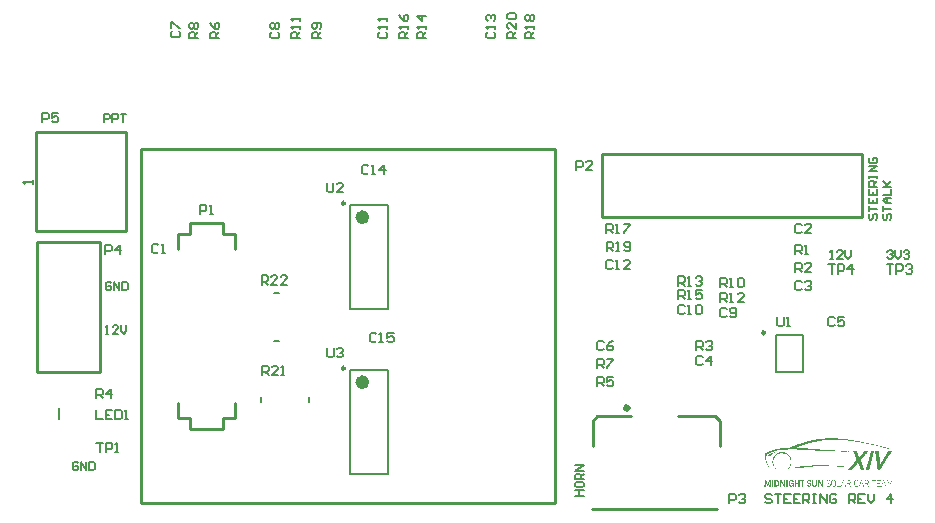
<source format=gto>
G04*
G04 #@! TF.GenerationSoftware,Altium Limited,Altium Designer,20.0.9 (164)*
G04*
G04 Layer_Color=65535*
%FSLAX25Y25*%
%MOIN*%
G70*
G01*
G75*
%ADD10C,0.00984*%
%ADD11C,0.01968*%
%ADD12C,0.02362*%
%ADD13C,0.01000*%
%ADD14C,0.00787*%
%ADD15C,0.00591*%
%ADD16C,0.00600*%
%ADD17C,0.00591*%
G36*
X267785Y23646D02*
X268058D01*
Y23591D01*
X268112D01*
Y23646D01*
X268167D01*
Y23591D01*
X268222D01*
Y23646D01*
X268276D01*
Y23591D01*
X268987D01*
Y23537D01*
X269042D01*
Y23591D01*
X269096D01*
Y23537D01*
X269151D01*
Y23591D01*
X269206D01*
Y23537D01*
X269260D01*
Y23482D01*
X269315D01*
Y23537D01*
X269479D01*
Y23482D01*
X269534D01*
Y23537D01*
X269588D01*
Y23482D01*
X269643D01*
Y23537D01*
X269698D01*
Y23482D01*
X270190D01*
Y23427D01*
X270244D01*
Y23482D01*
X270299D01*
Y23427D01*
X270463D01*
Y23373D01*
X270518D01*
Y23427D01*
X270572D01*
Y23373D01*
X270627D01*
Y23427D01*
X270682D01*
Y23373D01*
X271064D01*
Y23318D01*
X271119D01*
Y23373D01*
X271174D01*
Y23318D01*
X271447D01*
Y23264D01*
X271939D01*
Y23209D01*
X272103D01*
Y23264D01*
X272158D01*
Y23209D01*
X272212D01*
Y23154D01*
X272267D01*
Y23209D01*
X272322D01*
Y23154D01*
X272595D01*
Y23099D01*
X272649D01*
Y23154D01*
X272704D01*
Y23099D01*
X272868D01*
Y23045D01*
X272923D01*
Y23099D01*
X272977D01*
Y23045D01*
X273360D01*
Y22990D01*
X273415D01*
Y23045D01*
X273469D01*
Y22990D01*
X273524D01*
Y22936D01*
X273579D01*
Y22990D01*
X273633D01*
Y22936D01*
X273907D01*
Y22881D01*
X273961D01*
Y22936D01*
X274016D01*
Y22881D01*
X274071D01*
Y22826D01*
X274125D01*
Y22881D01*
X274180D01*
Y22826D01*
X274235D01*
Y22881D01*
X274289D01*
Y22826D01*
X274563D01*
Y22772D01*
X274617D01*
Y22826D01*
X274672D01*
Y22772D01*
X274836D01*
Y22717D01*
X275109D01*
Y22662D01*
X275164D01*
Y22717D01*
X275219D01*
Y22662D01*
X275273D01*
Y22717D01*
X275328D01*
Y22662D01*
X275383D01*
Y22607D01*
X275765D01*
Y22553D01*
X275929D01*
Y22498D01*
X275984D01*
Y22553D01*
X276039D01*
Y22498D01*
X276312D01*
Y22444D01*
X276476D01*
Y22389D01*
X276749D01*
Y22334D01*
X276804D01*
Y22389D01*
X276858D01*
Y22334D01*
X276913D01*
Y22389D01*
X276968D01*
Y22334D01*
X277022D01*
Y22279D01*
X277296D01*
Y22225D01*
X277460D01*
Y22170D01*
X277514D01*
Y22225D01*
X277569D01*
Y22170D01*
X277733D01*
Y22116D01*
X277788D01*
Y22170D01*
X277842D01*
Y22116D01*
X278006D01*
Y22061D01*
X278061D01*
Y22116D01*
X278116D01*
Y22061D01*
X278280D01*
Y22006D01*
X278334D01*
Y22061D01*
X278389D01*
Y22006D01*
X278444D01*
Y21952D01*
X278826D01*
Y21897D01*
X278990D01*
Y21842D01*
X279154D01*
Y21788D01*
X279209D01*
Y21842D01*
X279264D01*
Y21788D01*
X279318D01*
Y21733D01*
X279373D01*
Y21788D01*
X279428D01*
Y21733D01*
X279701D01*
Y21678D01*
X279756D01*
Y21733D01*
X279810D01*
Y21678D01*
X279865D01*
Y21624D01*
X280138D01*
Y21569D01*
X280302D01*
Y21514D01*
X280357D01*
Y21569D01*
X280412D01*
Y21514D01*
X280575D01*
Y21460D01*
X280630D01*
Y21514D01*
X280685D01*
Y21460D01*
X280739D01*
Y21405D01*
X280794D01*
Y21460D01*
X280849D01*
Y21405D01*
X281013D01*
Y21350D01*
X281286D01*
Y21296D01*
X281450D01*
Y21241D01*
X281505D01*
Y21296D01*
X281559D01*
Y21241D01*
X281614D01*
Y21186D01*
X281669D01*
Y21241D01*
X281723D01*
Y21186D01*
X281887D01*
Y21132D01*
X281942D01*
Y21186D01*
X281997D01*
Y21132D01*
X282051D01*
Y21077D01*
X282106D01*
Y21132D01*
X282161D01*
Y21077D01*
X282325D01*
Y21022D01*
X282379D01*
Y21077D01*
X282434D01*
Y21022D01*
X282489D01*
Y20968D01*
X282762D01*
Y20913D01*
X282817D01*
Y20858D01*
X282871D01*
Y20913D01*
X282926D01*
Y20858D01*
X283199D01*
Y20804D01*
X283254D01*
Y20858D01*
X283309D01*
Y20804D01*
X283363D01*
Y20749D01*
X283637D01*
Y20694D01*
X283691D01*
Y20640D01*
X283746D01*
Y20694D01*
X283801D01*
Y20640D01*
X284074D01*
Y20585D01*
X284129D01*
Y20530D01*
X284183D01*
Y20585D01*
X284238D01*
Y20530D01*
X284402D01*
Y20476D01*
X284457D01*
Y20530D01*
X284511D01*
Y20476D01*
X284566D01*
Y20421D01*
X284839D01*
Y20366D01*
X285003D01*
Y20312D01*
X285277D01*
Y20257D01*
X285331D01*
Y20202D01*
X285386D01*
Y20257D01*
X285440D01*
Y20202D01*
X285605D01*
Y20148D01*
X285659D01*
Y20202D01*
X285714D01*
Y20148D01*
X285769D01*
Y20093D01*
X286042D01*
Y20038D01*
X286097D01*
Y19984D01*
X286151D01*
Y19929D01*
X286097D01*
Y19984D01*
X285932D01*
Y20038D01*
X285659D01*
Y20093D01*
X285495D01*
Y20148D01*
X285222D01*
Y20202D01*
X285058D01*
Y20257D01*
X284785D01*
Y20312D01*
X284730D01*
Y20257D01*
X284675D01*
Y20312D01*
X284566D01*
Y20366D01*
X284347D01*
Y20421D01*
X284183D01*
Y20476D01*
X284129D01*
Y20421D01*
X284074D01*
Y20476D01*
X283910D01*
Y20530D01*
X283855D01*
Y20476D01*
X283801D01*
Y20530D01*
X283637D01*
Y20585D01*
X283473D01*
Y20640D01*
X283418D01*
Y20585D01*
X283363D01*
Y20640D01*
X283199D01*
Y20694D01*
X282926D01*
Y20749D01*
X282762D01*
Y20804D01*
X282489D01*
Y20858D01*
X282434D01*
Y20913D01*
X282379D01*
Y20858D01*
X282325D01*
Y20913D01*
X282051D01*
Y20968D01*
X281887D01*
Y21022D01*
X281614D01*
Y21077D01*
X281559D01*
Y21132D01*
X281505D01*
Y21077D01*
X281450D01*
Y21132D01*
X281177D01*
Y21186D01*
X281013D01*
Y21241D01*
X280958D01*
Y21186D01*
X280904D01*
Y21241D01*
X280739D01*
Y21296D01*
X280685D01*
Y21241D01*
X280630D01*
Y21296D01*
X280466D01*
Y21350D01*
X280193D01*
Y21405D01*
X280029D01*
Y21460D01*
X279756D01*
Y21514D01*
X279701D01*
Y21460D01*
X279646D01*
Y21514D01*
X279592D01*
Y21569D01*
X279537D01*
Y21514D01*
X279482D01*
Y21569D01*
X279318D01*
Y21624D01*
X279264D01*
Y21569D01*
X279209D01*
Y21624D01*
X279045D01*
Y21678D01*
X278772D01*
Y21733D01*
X278717D01*
Y21678D01*
X278662D01*
Y21733D01*
X278608D01*
Y21788D01*
X278553D01*
Y21733D01*
X278498D01*
Y21788D01*
X278334D01*
Y21842D01*
X278280D01*
Y21788D01*
X278225D01*
Y21842D01*
X278061D01*
Y21897D01*
X277788D01*
Y21952D01*
X277624D01*
Y22006D01*
X277569D01*
Y21952D01*
X277514D01*
Y22006D01*
X277241D01*
Y22061D01*
X277186D01*
Y22006D01*
X277132D01*
Y22061D01*
X277077D01*
Y22116D01*
X277022D01*
Y22061D01*
X276968D01*
Y22116D01*
X276694D01*
Y22170D01*
X276640D01*
Y22116D01*
X276585D01*
Y22170D01*
X276421D01*
Y22225D01*
X276148D01*
Y22279D01*
X276093D01*
Y22225D01*
X276039D01*
Y22279D01*
X275765D01*
Y22334D01*
X275492D01*
Y22389D01*
X275437D01*
Y22334D01*
X275383D01*
Y22389D01*
X275219D01*
Y22444D01*
X275164D01*
Y22389D01*
X275109D01*
Y22444D01*
X274836D01*
Y22498D01*
X274781D01*
Y22444D01*
X274727D01*
Y22498D01*
X274563D01*
Y22553D01*
X274071D01*
Y22607D01*
X273907D01*
Y22662D01*
X273852D01*
Y22607D01*
X273797D01*
Y22662D01*
X273415D01*
Y22717D01*
X273360D01*
Y22662D01*
X273305D01*
Y22717D01*
X273141D01*
Y22772D01*
X273087D01*
Y22717D01*
X273032D01*
Y22772D01*
X272540D01*
Y22826D01*
X272485D01*
Y22772D01*
X272431D01*
Y22826D01*
X272376D01*
Y22772D01*
X272322D01*
Y22826D01*
X272267D01*
Y22881D01*
X272212D01*
Y22826D01*
X272158D01*
Y22881D01*
X271666D01*
Y22936D01*
X271611D01*
Y22881D01*
X271556D01*
Y22936D01*
X271392D01*
Y22990D01*
X271338D01*
Y22936D01*
X271174D01*
Y22990D01*
X271119D01*
Y22936D01*
X271064D01*
Y22990D01*
X270572D01*
Y23045D01*
X270518D01*
Y22990D01*
X270463D01*
Y23045D01*
X270408D01*
Y22990D01*
X270354D01*
Y23045D01*
X270299D01*
Y22990D01*
X270244D01*
Y23045D01*
X269971D01*
Y23099D01*
X269916D01*
Y23045D01*
X269862D01*
Y23099D01*
X269807D01*
Y23045D01*
X269752D01*
Y23099D01*
X269698D01*
Y23045D01*
X269643D01*
Y23099D01*
X268932D01*
Y23154D01*
X268878D01*
Y23099D01*
X268823D01*
Y23154D01*
X268768D01*
Y23099D01*
X268714D01*
Y23154D01*
X268659D01*
Y23099D01*
X268604D01*
Y23154D01*
X268550D01*
Y23099D01*
X268495D01*
Y23154D01*
X268440D01*
Y23099D01*
X268386D01*
Y23154D01*
X268331D01*
Y23099D01*
X268276D01*
Y23154D01*
X268112D01*
Y23099D01*
X268058D01*
Y23154D01*
X267894D01*
Y23099D01*
X267839D01*
Y23154D01*
X266145D01*
Y23099D01*
X266090D01*
Y23154D01*
X265926D01*
Y23099D01*
X265871D01*
Y23154D01*
X265817D01*
Y23099D01*
X265762D01*
Y23154D01*
X265707D01*
Y23099D01*
X265653D01*
Y23154D01*
X265598D01*
Y23099D01*
X265543D01*
Y23154D01*
X265489D01*
Y23099D01*
X265434D01*
Y23154D01*
X265379D01*
Y23099D01*
X264669D01*
Y23045D01*
X264614D01*
Y23099D01*
X264450D01*
Y23045D01*
X264395D01*
Y23099D01*
X264341D01*
Y23045D01*
X264286D01*
Y23099D01*
X264231D01*
Y23045D01*
X264067D01*
Y22990D01*
X264013D01*
Y23045D01*
X263958D01*
Y22990D01*
X263903D01*
Y23045D01*
X263849D01*
Y22990D01*
X263357D01*
Y22936D01*
X263302D01*
Y22990D01*
X263247D01*
Y22936D01*
X263084D01*
Y22990D01*
X263029D01*
Y22936D01*
X262865D01*
Y22881D01*
X262810D01*
Y22936D01*
X262755D01*
Y22881D01*
X262373D01*
Y22826D01*
X262318D01*
Y22881D01*
X262263D01*
Y22826D01*
X262209D01*
Y22772D01*
X262154D01*
Y22826D01*
X262100D01*
Y22772D01*
X262045D01*
Y22826D01*
X261990D01*
Y22772D01*
X261717D01*
Y22717D01*
X261662D01*
Y22772D01*
X261608D01*
Y22717D01*
X261553D01*
Y22772D01*
X261498D01*
Y22717D01*
X261444D01*
Y22662D01*
X261389D01*
Y22717D01*
X261334D01*
Y22662D01*
X261061D01*
Y22607D01*
X261006D01*
Y22662D01*
X260952D01*
Y22607D01*
X260788D01*
Y22553D01*
X260405D01*
Y22498D01*
X260241D01*
Y22444D01*
X260186D01*
Y22498D01*
X260132D01*
Y22444D01*
X259968D01*
Y22389D01*
X259913D01*
Y22444D01*
X259858D01*
Y22389D01*
X259804D01*
Y22334D01*
X259749D01*
Y22389D01*
X259694D01*
Y22334D01*
X259530D01*
Y22279D01*
X259257D01*
Y22225D01*
X258984D01*
Y22170D01*
X258929D01*
Y22116D01*
X258874D01*
Y22170D01*
X258820D01*
Y22116D01*
X258656D01*
Y22061D01*
X258601D01*
Y22116D01*
X258546D01*
Y22061D01*
X258492D01*
Y22006D01*
X258437D01*
Y22061D01*
X258383D01*
Y22006D01*
X258219D01*
Y21952D01*
X258164D01*
Y22006D01*
X258109D01*
Y21952D01*
X258164D01*
Y21897D01*
X258109D01*
Y21952D01*
X258054D01*
Y21897D01*
X257891D01*
Y21842D01*
X257727D01*
Y21788D01*
X257453D01*
Y21733D01*
X257399D01*
Y21678D01*
X257125D01*
Y21624D01*
X257071D01*
Y21569D01*
X256797D01*
Y21514D01*
X256743D01*
Y21460D01*
X256579D01*
Y21405D01*
X256524D01*
Y21460D01*
X256469D01*
Y21405D01*
X256415D01*
Y21350D01*
X256251D01*
Y21296D01*
X256196D01*
Y21241D01*
X256141D01*
Y21296D01*
X256087D01*
Y21241D01*
X255923D01*
Y21186D01*
X255868D01*
Y21132D01*
X255704D01*
Y21077D01*
X255540D01*
Y21022D01*
X255376D01*
Y20968D01*
X255321D01*
Y20913D01*
X255157D01*
Y20858D01*
X255103D01*
Y20804D01*
X255048D01*
Y20858D01*
X254993D01*
Y20804D01*
X254939D01*
Y20749D01*
X254775D01*
Y20694D01*
X254611D01*
Y20640D01*
X254556D01*
Y20585D01*
X254392D01*
Y20530D01*
X254447D01*
Y20476D01*
X254501D01*
Y20530D01*
X254556D01*
Y20476D01*
X254720D01*
Y20530D01*
X254775D01*
Y20476D01*
X255048D01*
Y20421D01*
X255103D01*
Y20476D01*
X255157D01*
Y20421D01*
X255212D01*
Y20476D01*
X255267D01*
Y20421D01*
X255321D01*
Y20476D01*
X255376D01*
Y20421D01*
X255431D01*
Y20476D01*
X255485D01*
Y20421D01*
X256305D01*
Y20366D01*
X256360D01*
Y20421D01*
X256415D01*
Y20366D01*
X256469D01*
Y20421D01*
X256524D01*
Y20366D01*
X256579D01*
Y20421D01*
X256633D01*
Y20366D01*
X256907D01*
Y20312D01*
X256961D01*
Y20366D01*
X257125D01*
Y20312D01*
X257180D01*
Y20366D01*
X257235D01*
Y20312D01*
X257289D01*
Y20366D01*
X257344D01*
Y20312D01*
X257945D01*
Y20257D01*
X258000D01*
Y20312D01*
X258054D01*
Y20257D01*
X258109D01*
Y20312D01*
X258164D01*
Y20257D01*
X258219D01*
Y20312D01*
X258273D01*
Y20257D01*
X258546D01*
Y20202D01*
X258601D01*
Y20257D01*
X258656D01*
Y20202D01*
X258711D01*
Y20257D01*
X258765D01*
Y20202D01*
X259366D01*
Y20148D01*
X259421D01*
Y20202D01*
X259476D01*
Y20148D01*
X259530D01*
Y20202D01*
X259585D01*
Y20148D01*
X259640D01*
Y20202D01*
X259694D01*
Y20148D01*
X259858D01*
Y20202D01*
X259913D01*
Y20148D01*
X259968D01*
Y20093D01*
X260022D01*
Y20148D01*
X260077D01*
Y20093D01*
X260132D01*
Y20148D01*
X260186D01*
Y20093D01*
X260788D01*
Y20038D01*
X260842D01*
Y20093D01*
X260897D01*
Y20038D01*
X261170D01*
Y19984D01*
X261225D01*
Y20038D01*
X261389D01*
Y19984D01*
X261444D01*
Y20038D01*
X261498D01*
Y19984D01*
X261553D01*
Y20038D01*
X261608D01*
Y19984D01*
X262209D01*
Y19929D01*
X262263D01*
Y19984D01*
X262318D01*
Y19929D01*
X262373D01*
Y19984D01*
X262427D01*
Y19929D01*
X262482D01*
Y19984D01*
X262537D01*
Y19929D01*
X262592D01*
Y19874D01*
X262646D01*
Y19929D01*
X262701D01*
Y19874D01*
X262755D01*
Y19929D01*
X262810D01*
Y19874D01*
X262865D01*
Y19929D01*
X262919D01*
Y19874D01*
X262974D01*
Y19929D01*
X263029D01*
Y19874D01*
X263630D01*
Y19820D01*
X263685D01*
Y19874D01*
X263739D01*
Y19820D01*
X263794D01*
Y19874D01*
X263849D01*
Y19820D01*
X263903D01*
Y19874D01*
X263958D01*
Y19820D01*
X264231D01*
Y19765D01*
X264286D01*
Y19820D01*
X264341D01*
Y19765D01*
X264395D01*
Y19820D01*
X264450D01*
Y19765D01*
X265270D01*
Y19710D01*
X265325D01*
Y19765D01*
X265379D01*
Y19710D01*
X265871D01*
Y19656D01*
X265926D01*
Y19710D01*
X266090D01*
Y19656D01*
X266145D01*
Y19710D01*
X266199D01*
Y19656D01*
X266910D01*
Y19601D01*
X266965D01*
Y19656D01*
X267128D01*
Y19601D01*
X267183D01*
Y19656D01*
X267238D01*
Y19601D01*
X267292D01*
Y19656D01*
X267347D01*
Y19601D01*
X267402D01*
Y19656D01*
X267457D01*
Y19601D01*
X267511D01*
Y19546D01*
X267566D01*
Y19601D01*
X267730D01*
Y19546D01*
X267785D01*
Y19601D01*
X267839D01*
Y19546D01*
X267894D01*
Y19601D01*
X267949D01*
Y19546D01*
X268003D01*
Y19601D01*
X268058D01*
Y19546D01*
X268112D01*
Y19601D01*
X268167D01*
Y19546D01*
X269206D01*
Y19492D01*
X269260D01*
Y19546D01*
X269315D01*
Y19492D01*
X269370D01*
Y19546D01*
X269424D01*
Y19492D01*
X269479D01*
Y19546D01*
X269534D01*
Y19492D01*
X269588D01*
Y19546D01*
X269643D01*
Y19492D01*
X269698D01*
Y19546D01*
X269752D01*
Y19492D01*
X269807D01*
Y19546D01*
X269862D01*
Y19492D01*
X269916D01*
Y19546D01*
X269971D01*
Y19492D01*
X270135D01*
Y19546D01*
X270190D01*
Y19492D01*
X270463D01*
Y19437D01*
X270518D01*
Y19492D01*
X270572D01*
Y19437D01*
X270627D01*
Y19492D01*
X270682D01*
Y19437D01*
X270736D01*
Y19492D01*
X270791D01*
Y19437D01*
X270846D01*
Y19492D01*
X270900D01*
Y19437D01*
X271064D01*
Y19492D01*
X271119D01*
Y19437D01*
X272759D01*
Y19382D01*
X272322D01*
Y19328D01*
X272267D01*
Y19382D01*
X272212D01*
Y19328D01*
X272158D01*
Y19382D01*
X272103D01*
Y19328D01*
X272048D01*
Y19382D01*
X271993D01*
Y19328D01*
X271939D01*
Y19382D01*
X271884D01*
Y19328D01*
X271830D01*
Y19382D01*
X271775D01*
Y19328D01*
X271720D01*
Y19382D01*
X271666D01*
Y19328D01*
X271720D01*
Y19273D01*
X271666D01*
Y19328D01*
X271283D01*
Y19273D01*
X271228D01*
Y19328D01*
X271064D01*
Y19273D01*
X271010D01*
Y19328D01*
X270846D01*
Y19273D01*
X270791D01*
Y19328D01*
X270736D01*
Y19273D01*
X270682D01*
Y19328D01*
X270627D01*
Y19273D01*
X270572D01*
Y19328D01*
X270518D01*
Y19273D01*
X270463D01*
Y19328D01*
X270408D01*
Y19273D01*
X270354D01*
Y19328D01*
X270299D01*
Y19273D01*
X270244D01*
Y19328D01*
X270190D01*
Y19273D01*
X270135D01*
Y19328D01*
X270080D01*
Y19273D01*
X270026D01*
Y19328D01*
X269971D01*
Y19273D01*
X269916D01*
Y19328D01*
X269862D01*
Y19273D01*
X269807D01*
Y19328D01*
X269752D01*
Y19273D01*
X269698D01*
Y19328D01*
X269643D01*
Y19273D01*
X269588D01*
Y19328D01*
X269534D01*
Y19273D01*
X269479D01*
Y19328D01*
X269424D01*
Y19273D01*
X269370D01*
Y19328D01*
X269315D01*
Y19273D01*
X269260D01*
Y19328D01*
X269206D01*
Y19273D01*
X269151D01*
Y19328D01*
X269096D01*
Y19273D01*
X269042D01*
Y19328D01*
X268987D01*
Y19273D01*
X268932D01*
Y19328D01*
X268878D01*
Y19273D01*
X268823D01*
Y19328D01*
X268768D01*
Y19273D01*
X268714D01*
Y19328D01*
X268659D01*
Y19273D01*
X268604D01*
Y19328D01*
X268550D01*
Y19273D01*
X268495D01*
Y19328D01*
X268440D01*
Y19273D01*
X268386D01*
Y19328D01*
X268331D01*
Y19273D01*
X268276D01*
Y19328D01*
X268222D01*
Y19273D01*
X268167D01*
Y19328D01*
X268003D01*
Y19273D01*
X267949D01*
Y19328D01*
X267785D01*
Y19273D01*
X267730D01*
Y19328D01*
X267347D01*
Y19382D01*
X267292D01*
Y19328D01*
X267347D01*
Y19273D01*
X267292D01*
Y19328D01*
X267128D01*
Y19382D01*
X267074D01*
Y19328D01*
X267019D01*
Y19382D01*
X266965D01*
Y19328D01*
X266910D01*
Y19382D01*
X266855D01*
Y19328D01*
X266800D01*
Y19382D01*
X266746D01*
Y19328D01*
X266691D01*
Y19382D01*
X266636D01*
Y19328D01*
X266582D01*
Y19382D01*
X266418D01*
Y19328D01*
X266363D01*
Y19382D01*
X264997D01*
Y19437D01*
X264942D01*
Y19382D01*
X264887D01*
Y19437D01*
X264833D01*
Y19382D01*
X264778D01*
Y19437D01*
X264723D01*
Y19382D01*
X264669D01*
Y19437D01*
X264614D01*
Y19382D01*
X264559D01*
Y19437D01*
X263958D01*
Y19492D01*
X263903D01*
Y19437D01*
X263739D01*
Y19492D01*
X263685D01*
Y19437D01*
X263630D01*
Y19492D01*
X263575D01*
Y19437D01*
X263521D01*
Y19492D01*
X263466D01*
Y19437D01*
X263411D01*
Y19492D01*
X262482D01*
Y19546D01*
X262427D01*
Y19492D01*
X262373D01*
Y19546D01*
X262318D01*
Y19492D01*
X262263D01*
Y19546D01*
X262209D01*
Y19492D01*
X262154D01*
Y19546D01*
X262100D01*
Y19492D01*
X262045D01*
Y19546D01*
X261881D01*
Y19601D01*
X261826D01*
Y19546D01*
X261662D01*
Y19601D01*
X261608D01*
Y19546D01*
X261553D01*
Y19601D01*
X261498D01*
Y19546D01*
X261444D01*
Y19601D01*
X261389D01*
Y19546D01*
X261334D01*
Y19601D01*
X260624D01*
Y19656D01*
X260569D01*
Y19601D01*
X260514D01*
Y19656D01*
X260460D01*
Y19601D01*
X260405D01*
Y19656D01*
X260350D01*
Y19601D01*
X260296D01*
Y19656D01*
X260241D01*
Y19601D01*
X260186D01*
Y19656D01*
X260022D01*
Y19601D01*
X259968D01*
Y19656D01*
X259804D01*
Y19710D01*
X259749D01*
Y19656D01*
X259585D01*
Y19710D01*
X259530D01*
Y19656D01*
X259476D01*
Y19710D01*
X258546D01*
Y19765D01*
X258492D01*
Y19710D01*
X258437D01*
Y19765D01*
X258383D01*
Y19710D01*
X258328D01*
Y19765D01*
X258164D01*
Y19820D01*
X258109D01*
Y19765D01*
X258164D01*
Y19710D01*
X258109D01*
Y19765D01*
X257945D01*
Y19820D01*
X257891D01*
Y19765D01*
X257836D01*
Y19820D01*
X257781D01*
Y19765D01*
X257727D01*
Y19820D01*
X257672D01*
Y19765D01*
X257617D01*
Y19820D01*
X257563D01*
Y19765D01*
X257508D01*
Y19820D01*
X257453D01*
Y19765D01*
X257399D01*
Y19820D01*
X256688D01*
Y19874D01*
X256633D01*
Y19820D01*
X256579D01*
Y19874D01*
X256524D01*
Y19820D01*
X256469D01*
Y19874D01*
X256415D01*
Y19820D01*
X256360D01*
Y19874D01*
X256305D01*
Y19820D01*
X256251D01*
Y19874D01*
X255868D01*
Y19929D01*
X255813D01*
Y19874D01*
X255759D01*
Y19929D01*
X255704D01*
Y19874D01*
X255649D01*
Y19929D01*
X255595D01*
Y19874D01*
X255540D01*
Y19929D01*
X255485D01*
Y19874D01*
X255431D01*
Y19929D01*
X255376D01*
Y19874D01*
X255321D01*
Y19929D01*
X254392D01*
Y19984D01*
X254337D01*
Y19929D01*
X254283D01*
Y19984D01*
X254228D01*
Y19929D01*
X254173D01*
Y19984D01*
X254119D01*
Y19929D01*
X254064D01*
Y19984D01*
X254010D01*
Y19929D01*
X253955D01*
Y19984D01*
X253900D01*
Y19929D01*
X253846D01*
Y19984D01*
X253791D01*
Y19929D01*
X253736D01*
Y19984D01*
X253681D01*
Y19929D01*
X253627D01*
Y19984D01*
X253572D01*
Y19929D01*
X253518D01*
Y19984D01*
X253354D01*
Y19929D01*
X253299D01*
Y19984D01*
X253135D01*
Y19929D01*
X253080D01*
Y19984D01*
X252479D01*
Y20038D01*
X252424D01*
Y19984D01*
X252260D01*
Y20038D01*
X252206D01*
Y19984D01*
X251604D01*
Y19929D01*
X251550D01*
Y19984D01*
X251386D01*
Y19929D01*
X251331D01*
Y19984D01*
X251167D01*
Y19929D01*
X251112D01*
Y19984D01*
X251058D01*
Y19929D01*
X251003D01*
Y19984D01*
X250948D01*
Y19929D01*
X250894D01*
Y19984D01*
X250839D01*
Y19929D01*
X250784D01*
Y19984D01*
X250730D01*
Y19929D01*
X250675D01*
Y19984D01*
X250620D01*
Y19929D01*
X249910D01*
Y19874D01*
X249855D01*
Y19929D01*
X249800D01*
Y19874D01*
X249746D01*
Y19929D01*
X249691D01*
Y19874D01*
X249527D01*
Y19820D01*
X249472D01*
Y19874D01*
X249418D01*
Y19820D01*
X249363D01*
Y19874D01*
X249308D01*
Y19820D01*
X248926D01*
Y19765D01*
X248871D01*
Y19820D01*
X248816D01*
Y19765D01*
X248762D01*
Y19820D01*
X248707D01*
Y19765D01*
X248653D01*
Y19710D01*
X248270D01*
Y19656D01*
X248106D01*
Y19601D01*
X248051D01*
Y19656D01*
X247997D01*
Y19601D01*
X247833D01*
Y19546D01*
X247778D01*
Y19601D01*
X247723D01*
Y19546D01*
X247669D01*
Y19492D01*
X247614D01*
Y19546D01*
X247559D01*
Y19492D01*
X247395D01*
Y19437D01*
X247341D01*
Y19492D01*
X247286D01*
Y19437D01*
X247231D01*
Y19382D01*
X246958D01*
Y19328D01*
X246903D01*
Y19273D01*
X246630D01*
Y19218D01*
X246575D01*
Y19164D01*
X246302D01*
Y19109D01*
X246247D01*
Y19054D01*
X246083D01*
Y19000D01*
X245919D01*
Y18945D01*
X245755D01*
Y18891D01*
X245701D01*
Y18836D01*
X245537D01*
Y18781D01*
X245427D01*
Y18726D01*
X245318D01*
Y18672D01*
X245263D01*
Y18617D01*
X245099D01*
Y18563D01*
X245045D01*
Y18508D01*
X244935D01*
Y18453D01*
X244881D01*
Y18398D01*
X244772D01*
Y18344D01*
X244717D01*
Y18289D01*
X244662D01*
Y18235D01*
X244607D01*
Y18180D01*
X244553D01*
Y18125D01*
Y18070D01*
X244498D01*
Y18016D01*
Y17961D01*
X244443D01*
Y17907D01*
X244389D01*
Y17852D01*
X244334D01*
Y17797D01*
X244389D01*
Y17742D01*
X244334D01*
Y17688D01*
Y17633D01*
Y17579D01*
X244280D01*
Y17524D01*
Y17469D01*
Y17415D01*
Y17360D01*
Y17305D01*
X244225D01*
Y17251D01*
X244280D01*
Y17196D01*
X244225D01*
Y17141D01*
X244280D01*
Y17087D01*
X244225D01*
Y17032D01*
X244280D01*
Y16977D01*
X244225D01*
Y16923D01*
X244280D01*
Y16868D01*
X244225D01*
Y16813D01*
X244280D01*
Y16759D01*
Y16704D01*
Y16649D01*
Y16595D01*
Y16540D01*
X244334D01*
Y16485D01*
Y16431D01*
Y16376D01*
Y16321D01*
Y16267D01*
X244389D01*
Y16212D01*
Y16157D01*
Y16103D01*
Y16048D01*
X244443D01*
Y15993D01*
Y15939D01*
Y15884D01*
Y15829D01*
X244498D01*
Y15775D01*
Y15720D01*
Y15665D01*
X244553D01*
Y15611D01*
Y15556D01*
Y15501D01*
X244607D01*
Y15447D01*
X244553D01*
Y15392D01*
X244607D01*
Y15337D01*
X244662D01*
Y15283D01*
X244607D01*
Y15228D01*
X244662D01*
Y15173D01*
X244717D01*
Y15119D01*
X244662D01*
Y15064D01*
X244717D01*
Y15009D01*
Y14955D01*
X244772D01*
Y14900D01*
Y14845D01*
X244826D01*
Y14791D01*
X244772D01*
Y14736D01*
X244826D01*
Y14681D01*
X244881D01*
Y14627D01*
Y14572D01*
Y14517D01*
X244935D01*
Y14463D01*
Y14408D01*
Y14354D01*
X244990D01*
Y14299D01*
X245045D01*
Y14244D01*
X244990D01*
Y14189D01*
X245045D01*
Y14135D01*
Y14080D01*
X245099D01*
Y14026D01*
Y13971D01*
X245154D01*
Y13916D01*
Y13861D01*
Y13807D01*
X245209D01*
Y13752D01*
X245154D01*
Y13807D01*
X245099D01*
Y13861D01*
X245045D01*
Y13916D01*
Y13971D01*
Y14026D01*
X244990D01*
Y14080D01*
X244935D01*
Y14135D01*
Y14189D01*
Y14244D01*
X244881D01*
Y14299D01*
Y14354D01*
X244826D01*
Y14408D01*
Y14463D01*
X244772D01*
Y14517D01*
Y14572D01*
Y14627D01*
X244717D01*
Y14681D01*
X244662D01*
Y14736D01*
Y14791D01*
Y14845D01*
X244607D01*
Y14900D01*
X244553D01*
Y14955D01*
X244607D01*
Y15009D01*
X244553D01*
Y15064D01*
X244498D01*
Y15119D01*
Y15173D01*
Y15228D01*
X244443D01*
Y15283D01*
X244389D01*
Y15337D01*
Y15392D01*
Y15447D01*
X244334D01*
Y15501D01*
Y15556D01*
Y15611D01*
X244280D01*
Y15665D01*
X244225D01*
Y15720D01*
X244280D01*
Y15775D01*
X244225D01*
Y15829D01*
X244170D01*
Y15884D01*
Y15939D01*
Y15993D01*
X244115D01*
Y16048D01*
Y16103D01*
X244061D01*
Y16157D01*
Y16212D01*
X244006D01*
Y16267D01*
X244061D01*
Y16321D01*
X244006D01*
Y16376D01*
X243952D01*
Y16431D01*
Y16485D01*
Y16540D01*
X243897D01*
Y16595D01*
Y16649D01*
Y16704D01*
X243842D01*
Y16759D01*
Y16813D01*
Y16868D01*
Y16923D01*
Y16977D01*
X243788D01*
Y17032D01*
Y17087D01*
Y17141D01*
Y17196D01*
Y17251D01*
X243733D01*
Y17305D01*
X243678D01*
Y17360D01*
X243733D01*
Y17415D01*
X243678D01*
Y17469D01*
X243733D01*
Y17524D01*
X243678D01*
Y17579D01*
X243733D01*
Y17633D01*
X243678D01*
Y17688D01*
X243733D01*
Y17742D01*
X243678D01*
Y17797D01*
X243733D01*
Y17852D01*
X243678D01*
Y17907D01*
X243733D01*
Y17961D01*
X243678D01*
Y18016D01*
X243733D01*
Y18070D01*
X243788D01*
Y18125D01*
X243733D01*
Y18180D01*
X243788D01*
Y18235D01*
X243842D01*
Y18289D01*
X243788D01*
Y18344D01*
X243842D01*
Y18398D01*
X243897D01*
Y18453D01*
X243952D01*
Y18508D01*
Y18563D01*
X244061D01*
Y18617D01*
X244006D01*
Y18672D01*
X244170D01*
Y18726D01*
Y18781D01*
X244280D01*
Y18836D01*
X244334D01*
Y18891D01*
X244389D01*
Y18945D01*
X244443D01*
Y19000D01*
X244607D01*
Y19054D01*
X244662D01*
Y19109D01*
X244826D01*
Y19164D01*
X244881D01*
Y19218D01*
X245045D01*
Y19273D01*
X245099D01*
Y19328D01*
X245154D01*
Y19273D01*
X245209D01*
Y19328D01*
X245373D01*
Y19382D01*
X245427D01*
Y19437D01*
X245591D01*
Y19492D01*
X245646D01*
Y19546D01*
X245701D01*
Y19492D01*
X245755D01*
Y19546D01*
X245919D01*
Y19601D01*
X246083D01*
Y19656D01*
X246247D01*
Y19710D01*
X246411D01*
Y19765D01*
X246685D01*
Y19820D01*
X246849D01*
Y19874D01*
X247013D01*
Y19929D01*
X247067D01*
Y19874D01*
X247122D01*
Y19929D01*
X247177D01*
Y19984D01*
X247450D01*
Y20038D01*
X247505D01*
Y19984D01*
X247559D01*
Y20038D01*
X247723D01*
Y20093D01*
X247997D01*
Y20148D01*
X248161D01*
Y20202D01*
X248215D01*
Y20148D01*
X248270D01*
Y20202D01*
X248653D01*
Y20257D01*
X248707D01*
Y20202D01*
X248762D01*
Y20257D01*
X248816D01*
Y20312D01*
X248871D01*
Y20257D01*
X248926D01*
Y20312D01*
X248980D01*
Y20257D01*
X249035D01*
Y20312D01*
X249418D01*
Y20366D01*
X249472D01*
Y20312D01*
X249527D01*
Y20366D01*
X249582D01*
Y20421D01*
X249637D01*
Y20366D01*
X249800D01*
Y20421D01*
X249855D01*
Y20366D01*
X249910D01*
Y20421D01*
X249964D01*
Y20366D01*
X250019D01*
Y20421D01*
X250620D01*
Y20476D01*
X250675D01*
Y20421D01*
X250730D01*
Y20476D01*
X250784D01*
Y20421D01*
X250839D01*
Y20476D01*
X250894D01*
Y20421D01*
X250948D01*
Y20476D01*
X251222D01*
Y20530D01*
X251276D01*
Y20476D01*
X251331D01*
Y20530D01*
X251386D01*
Y20476D01*
X251440D01*
Y20530D01*
X251495D01*
Y20476D01*
X251550D01*
Y20530D01*
X251604D01*
Y20476D01*
X251659D01*
Y20530D01*
X251714D01*
Y20476D01*
X251768D01*
Y20530D01*
X251823D01*
Y20476D01*
X251878D01*
Y20530D01*
X251932D01*
Y20585D01*
X252096D01*
Y20640D01*
X252260D01*
Y20694D01*
X252315D01*
Y20749D01*
X252479D01*
Y20804D01*
X252643D01*
Y20858D01*
X252807D01*
Y20913D01*
X252862D01*
Y20968D01*
X253026D01*
Y21022D01*
X253080D01*
Y21077D01*
X253135D01*
Y21022D01*
X253189D01*
Y21077D01*
X253354D01*
Y21132D01*
X253408D01*
Y21186D01*
X253572D01*
Y21241D01*
X253736D01*
Y21296D01*
X253900D01*
Y21350D01*
X254010D01*
Y21405D01*
X254119D01*
Y21460D01*
X254283D01*
Y21514D01*
X254447D01*
Y21569D01*
X254611D01*
Y21624D01*
X254775D01*
Y21678D01*
X254829D01*
Y21733D01*
X255103D01*
Y21788D01*
X255157D01*
Y21842D01*
X255321D01*
Y21897D01*
X255376D01*
Y21842D01*
X255431D01*
Y21897D01*
X255485D01*
Y21952D01*
X255759D01*
Y22006D01*
X255813D01*
Y22061D01*
X255977D01*
Y22116D01*
X256032D01*
Y22061D01*
X256087D01*
Y22116D01*
X256141D01*
Y22170D01*
X256305D01*
Y22225D01*
X256360D01*
Y22170D01*
X256415D01*
Y22225D01*
X256469D01*
Y22279D01*
X256743D01*
Y22334D01*
X256797D01*
Y22389D01*
X256852D01*
Y22334D01*
X256907D01*
Y22389D01*
X257071D01*
Y22444D01*
X257235D01*
Y22498D01*
X257508D01*
Y22553D01*
X257672D01*
Y22607D01*
X257836D01*
Y22662D01*
X257891D01*
Y22607D01*
X257945D01*
Y22662D01*
X258000D01*
Y22717D01*
X258273D01*
Y22772D01*
X258437D01*
Y22826D01*
X258711D01*
Y22881D01*
X258765D01*
Y22826D01*
X258820D01*
Y22881D01*
X258874D01*
Y22936D01*
X259148D01*
Y22990D01*
X259312D01*
Y23045D01*
X259366D01*
Y22990D01*
X259421D01*
Y23045D01*
X259694D01*
Y23099D01*
X259858D01*
Y23154D01*
X259913D01*
Y23099D01*
X259968D01*
Y23154D01*
X260241D01*
Y23209D01*
X260514D01*
Y23264D01*
X260897D01*
Y23318D01*
X261061D01*
Y23373D01*
X261116D01*
Y23318D01*
X261170D01*
Y23373D01*
X261225D01*
Y23318D01*
X261280D01*
Y23373D01*
X261444D01*
Y23427D01*
X261498D01*
Y23373D01*
X261553D01*
Y23427D01*
X261608D01*
Y23373D01*
X261662D01*
Y23427D01*
X261826D01*
Y23482D01*
X261881D01*
Y23427D01*
X261936D01*
Y23482D01*
X262427D01*
Y23537D01*
X262482D01*
Y23482D01*
X262537D01*
Y23537D01*
X262701D01*
Y23482D01*
X262755D01*
Y23537D01*
X262810D01*
Y23591D01*
X262865D01*
Y23537D01*
X262919D01*
Y23591D01*
X263521D01*
Y23646D01*
X263575D01*
Y23591D01*
X263630D01*
Y23646D01*
X263685D01*
Y23591D01*
X263739D01*
Y23646D01*
X264013D01*
Y23701D01*
X264067D01*
Y23646D01*
X264122D01*
Y23701D01*
X264177D01*
Y23646D01*
X264231D01*
Y23701D01*
X264286D01*
Y23646D01*
X264341D01*
Y23701D01*
X264395D01*
Y23646D01*
X264450D01*
Y23701D01*
X264505D01*
Y23646D01*
X264559D01*
Y23701D01*
X264614D01*
Y23646D01*
X264669D01*
Y23701D01*
X267019D01*
Y23646D01*
X267074D01*
Y23701D01*
X267238D01*
Y23646D01*
X267292D01*
Y23701D01*
X267347D01*
Y23646D01*
X267402D01*
Y23701D01*
X267457D01*
Y23646D01*
X267511D01*
Y23701D01*
X267566D01*
Y23646D01*
X267620D01*
Y23701D01*
X267675D01*
Y23646D01*
X267730D01*
Y23701D01*
X267785D01*
Y23646D01*
D02*
G37*
G36*
X286206Y19984D02*
X286260D01*
Y19929D01*
X286206D01*
Y19984D01*
X286151D01*
Y20038D01*
X286206D01*
Y19984D01*
D02*
G37*
G36*
X250074Y19054D02*
X250128D01*
Y19000D01*
X250183D01*
Y19054D01*
X250238D01*
Y19000D01*
X250511D01*
Y18945D01*
X250566D01*
Y18891D01*
X250730D01*
Y18836D01*
X250894D01*
Y18781D01*
X251003D01*
Y18726D01*
X251112D01*
Y18672D01*
X251167D01*
Y18617D01*
X251222D01*
Y18563D01*
X251386D01*
Y18508D01*
X251440D01*
Y18453D01*
X251495D01*
Y18398D01*
X251550D01*
Y18344D01*
X251604D01*
Y18289D01*
X251659D01*
Y18235D01*
X251768D01*
Y18180D01*
X251823D01*
Y18125D01*
Y18070D01*
X251878D01*
Y18016D01*
X251932D01*
Y17961D01*
X251987D01*
Y17907D01*
X252042D01*
Y17852D01*
X252096D01*
Y17797D01*
X252151D01*
Y17742D01*
Y17688D01*
X252206D01*
Y17633D01*
Y17579D01*
X252260D01*
Y17524D01*
X252315D01*
Y17469D01*
X252370D01*
Y17415D01*
X252315D01*
Y17360D01*
X252370D01*
Y17305D01*
X252424D01*
Y17251D01*
Y17196D01*
Y17141D01*
X252479D01*
Y17087D01*
X252534D01*
Y17032D01*
Y16977D01*
Y16923D01*
X252588D01*
Y16868D01*
X252534D01*
Y16813D01*
X252588D01*
Y16759D01*
X252643D01*
Y16704D01*
Y16649D01*
Y16595D01*
Y16540D01*
Y16485D01*
X252698D01*
Y16431D01*
X252643D01*
Y16376D01*
X252698D01*
Y16321D01*
X252643D01*
Y16267D01*
X252698D01*
Y16212D01*
Y16157D01*
Y16103D01*
X252643D01*
Y16048D01*
X252698D01*
Y15993D01*
Y15939D01*
Y15884D01*
Y15829D01*
Y15775D01*
Y15720D01*
Y15665D01*
X252643D01*
Y15611D01*
X252698D01*
Y15556D01*
Y15501D01*
Y15447D01*
X252643D01*
Y15392D01*
X252698D01*
Y15337D01*
X252643D01*
Y15283D01*
Y15228D01*
Y15173D01*
X252588D01*
Y15119D01*
Y15064D01*
Y15009D01*
X252534D01*
Y14955D01*
X252588D01*
Y14900D01*
X252534D01*
Y14845D01*
Y14791D01*
Y14736D01*
X252479D01*
Y14681D01*
Y14627D01*
Y14572D01*
X252424D01*
Y14517D01*
X252370D01*
Y14463D01*
Y14408D01*
Y14354D01*
X252315D01*
Y14299D01*
X252260D01*
Y14244D01*
Y14189D01*
Y14135D01*
X252206D01*
Y14080D01*
X252151D01*
Y14026D01*
X252096D01*
Y13971D01*
X252042D01*
Y13916D01*
X251987D01*
Y13861D01*
Y13807D01*
X251878D01*
Y13752D01*
Y13698D01*
X251768D01*
Y13643D01*
X251823D01*
Y13588D01*
X251659D01*
Y13533D01*
X251604D01*
Y13479D01*
X251550D01*
Y13424D01*
X251495D01*
Y13370D01*
X251440D01*
Y13315D01*
X251331D01*
Y13260D01*
X251222D01*
Y13205D01*
X251167D01*
Y13151D01*
X251003D01*
Y13096D01*
X250894D01*
Y13042D01*
X250784D01*
Y13096D01*
X250839D01*
Y13151D01*
X250894D01*
Y13205D01*
X251058D01*
Y13260D01*
X251112D01*
Y13315D01*
X251276D01*
Y13370D01*
X251331D01*
Y13424D01*
X251386D01*
Y13479D01*
X251440D01*
Y13533D01*
X251495D01*
Y13588D01*
X251550D01*
Y13643D01*
X251604D01*
Y13698D01*
X251659D01*
Y13752D01*
X251714D01*
Y13807D01*
X251768D01*
Y13861D01*
X251823D01*
Y13916D01*
X251878D01*
Y13971D01*
X251932D01*
Y14026D01*
Y14080D01*
Y14135D01*
X251987D01*
Y14189D01*
X252042D01*
Y14244D01*
X252096D01*
Y14299D01*
Y14354D01*
Y14408D01*
X252151D01*
Y14463D01*
X252206D01*
Y14517D01*
Y14572D01*
Y14627D01*
X252260D01*
Y14681D01*
X252206D01*
Y14736D01*
X252260D01*
Y14791D01*
X252315D01*
Y14845D01*
Y14900D01*
Y14955D01*
X252370D01*
Y15009D01*
X252315D01*
Y15064D01*
X252370D01*
Y15119D01*
Y15173D01*
Y15228D01*
X252424D01*
Y15283D01*
Y15337D01*
Y15392D01*
X252479D01*
Y15447D01*
X252424D01*
Y15501D01*
Y15556D01*
Y15611D01*
X252479D01*
Y15665D01*
X252424D01*
Y15720D01*
Y15775D01*
Y15829D01*
X252479D01*
Y15884D01*
X252424D01*
Y15939D01*
Y15993D01*
Y16048D01*
X252479D01*
Y16103D01*
X252424D01*
Y16157D01*
Y16212D01*
Y16267D01*
Y16321D01*
Y16376D01*
X252370D01*
Y16431D01*
Y16485D01*
Y16540D01*
X252315D01*
Y16595D01*
X252370D01*
Y16649D01*
X252315D01*
Y16704D01*
Y16759D01*
Y16813D01*
X252260D01*
Y16868D01*
X252206D01*
Y16923D01*
X252260D01*
Y16977D01*
X252206D01*
Y17032D01*
X252151D01*
Y17087D01*
X252096D01*
Y17141D01*
Y17196D01*
Y17251D01*
X252042D01*
Y17305D01*
X251987D01*
Y17360D01*
Y17415D01*
X251932D01*
Y17469D01*
Y17524D01*
X251878D01*
Y17579D01*
X251823D01*
Y17633D01*
X251768D01*
Y17688D01*
X251714D01*
Y17742D01*
X251659D01*
Y17797D01*
X251604D01*
Y17852D01*
X251550D01*
Y17907D01*
X251495D01*
Y17961D01*
X251440D01*
Y18016D01*
X251386D01*
Y18070D01*
X251331D01*
Y18125D01*
X251276D01*
Y18180D01*
X251167D01*
Y18235D01*
Y18289D01*
X251112D01*
Y18235D01*
X251058D01*
Y18289D01*
X251003D01*
Y18344D01*
X250948D01*
Y18398D01*
X250784D01*
Y18453D01*
X250730D01*
Y18508D01*
X250566D01*
Y18563D01*
X250402D01*
Y18617D01*
X250238D01*
Y18672D01*
X250183D01*
Y18617D01*
X250128D01*
Y18672D01*
X250074D01*
Y18617D01*
X250019D01*
Y18672D01*
X249964D01*
Y18726D01*
X249910D01*
Y18672D01*
X249855D01*
Y18726D01*
X249145D01*
Y18672D01*
X248980D01*
Y18617D01*
X248926D01*
Y18672D01*
X248871D01*
Y18617D01*
X248707D01*
Y18563D01*
X248653D01*
Y18617D01*
X248598D01*
Y18563D01*
X248543D01*
Y18508D01*
X248379D01*
Y18453D01*
X248324D01*
Y18398D01*
X248161D01*
Y18344D01*
X248106D01*
Y18289D01*
X247942D01*
Y18235D01*
X247887D01*
Y18180D01*
X247833D01*
Y18125D01*
X247778D01*
Y18070D01*
X247614D01*
Y18016D01*
X247669D01*
Y17961D01*
X247559D01*
Y17907D01*
Y17852D01*
X247450D01*
Y17797D01*
Y17742D01*
X247341D01*
Y17688D01*
Y17633D01*
X247286D01*
Y17579D01*
X247231D01*
Y17524D01*
X247177D01*
Y17469D01*
X247122D01*
Y17415D01*
X247067D01*
Y17360D01*
X247122D01*
Y17305D01*
X247067D01*
Y17251D01*
X247013D01*
Y17196D01*
X246958D01*
Y17141D01*
Y17087D01*
Y17032D01*
X246903D01*
Y16977D01*
X246849D01*
Y16923D01*
X246903D01*
Y16868D01*
X246849D01*
Y16813D01*
X246794D01*
Y16759D01*
Y16704D01*
Y16649D01*
X246739D01*
Y16595D01*
Y16540D01*
Y16485D01*
Y16431D01*
Y16376D01*
X246685D01*
Y16321D01*
Y16267D01*
Y16212D01*
X246630D01*
Y16157D01*
X246685D01*
Y16103D01*
X246630D01*
Y16048D01*
X246685D01*
Y15993D01*
X246630D01*
Y15939D01*
X246685D01*
Y15884D01*
X246630D01*
Y15829D01*
X246685D01*
Y15775D01*
X246630D01*
Y15720D01*
X246685D01*
Y15665D01*
X246630D01*
Y15611D01*
X246685D01*
Y15556D01*
X246630D01*
Y15501D01*
X246685D01*
Y15447D01*
X246630D01*
Y15392D01*
X246685D01*
Y15337D01*
X246630D01*
Y15283D01*
X246685D01*
Y15228D01*
Y15173D01*
Y15119D01*
X246739D01*
Y15064D01*
Y15009D01*
Y14955D01*
X246794D01*
Y14900D01*
X246739D01*
Y14845D01*
X246794D01*
Y14791D01*
Y14736D01*
X246849D01*
Y14681D01*
Y14627D01*
X246903D01*
Y14572D01*
X246849D01*
Y14517D01*
X246903D01*
Y14463D01*
X246958D01*
Y14408D01*
Y14354D01*
Y14299D01*
X247013D01*
Y14244D01*
X247067D01*
Y14189D01*
X247122D01*
Y14135D01*
Y14080D01*
Y14026D01*
X247177D01*
Y13971D01*
X247231D01*
Y13916D01*
X247286D01*
Y13861D01*
X247341D01*
Y13807D01*
Y13752D01*
X247450D01*
Y13698D01*
Y13643D01*
X247559D01*
Y13588D01*
X247505D01*
Y13533D01*
X247669D01*
Y13479D01*
Y13424D01*
X247778D01*
Y13370D01*
X247833D01*
Y13315D01*
X247887D01*
Y13260D01*
X247942D01*
Y13205D01*
X248106D01*
Y13151D01*
X247942D01*
Y13205D01*
X247887D01*
Y13260D01*
X247723D01*
Y13315D01*
X247669D01*
Y13370D01*
X247614D01*
Y13424D01*
X247559D01*
Y13479D01*
X247450D01*
Y13533D01*
X247395D01*
Y13588D01*
X247286D01*
Y13643D01*
Y13698D01*
X247177D01*
Y13752D01*
Y13807D01*
X247122D01*
Y13861D01*
Y13916D01*
X247067D01*
Y13971D01*
X247013D01*
Y14026D01*
X246958D01*
Y14080D01*
X246903D01*
Y14135D01*
X246849D01*
Y14189D01*
Y14244D01*
X246794D01*
Y14299D01*
Y14354D01*
X246739D01*
Y14408D01*
Y14463D01*
X246685D01*
Y14517D01*
Y14572D01*
X246630D01*
Y14627D01*
Y14681D01*
Y14736D01*
X246575D01*
Y14791D01*
X246521D01*
Y14845D01*
X246575D01*
Y14900D01*
X246521D01*
Y14955D01*
Y15009D01*
Y15064D01*
X246466D01*
Y15119D01*
Y15173D01*
Y15228D01*
X246411D01*
Y15283D01*
X246466D01*
Y15337D01*
X246411D01*
Y15392D01*
Y15447D01*
Y15501D01*
Y15556D01*
Y15611D01*
X246357D01*
Y15665D01*
X246411D01*
Y15720D01*
X246357D01*
Y15775D01*
Y15829D01*
Y15884D01*
Y15939D01*
Y15993D01*
Y16048D01*
Y16103D01*
X246411D01*
Y16157D01*
X246357D01*
Y16212D01*
X246411D01*
Y16267D01*
Y16321D01*
Y16376D01*
X246466D01*
Y16431D01*
X246411D01*
Y16485D01*
X246466D01*
Y16540D01*
X246411D01*
Y16595D01*
X246466D01*
Y16649D01*
Y16704D01*
Y16759D01*
X246521D01*
Y16813D01*
Y16868D01*
Y16923D01*
X246575D01*
Y16977D01*
Y17032D01*
Y17087D01*
X246630D01*
Y17141D01*
Y17196D01*
Y17251D01*
X246685D01*
Y17305D01*
Y17360D01*
X246739D01*
Y17415D01*
Y17469D01*
X246794D01*
Y17524D01*
Y17579D01*
X246903D01*
Y17633D01*
X246849D01*
Y17688D01*
X246903D01*
Y17742D01*
X246958D01*
Y17797D01*
X247013D01*
Y17852D01*
X247067D01*
Y17907D01*
X247122D01*
Y17961D01*
Y18016D01*
X247231D01*
Y18070D01*
Y18125D01*
X247286D01*
Y18180D01*
X247341D01*
Y18235D01*
X247450D01*
Y18289D01*
Y18344D01*
X247559D01*
Y18398D01*
X247614D01*
Y18453D01*
X247669D01*
Y18508D01*
X247723D01*
Y18563D01*
X247778D01*
Y18617D01*
X247833D01*
Y18672D01*
X247997D01*
Y18726D01*
X248051D01*
Y18781D01*
X248215D01*
Y18836D01*
X248270D01*
Y18891D01*
X248434D01*
Y18945D01*
X248488D01*
Y18891D01*
X248543D01*
Y18945D01*
X248598D01*
Y19000D01*
X248871D01*
Y19054D01*
X249145D01*
Y19109D01*
X249964D01*
Y19054D01*
X250019D01*
Y19109D01*
X250074D01*
Y19054D01*
D02*
G37*
G36*
X247559D02*
X247395D01*
Y19000D01*
X247341D01*
Y18945D01*
X247286D01*
Y19000D01*
X247231D01*
Y18945D01*
X247177D01*
Y18891D01*
X247122D01*
Y18836D01*
X246958D01*
Y18781D01*
X246903D01*
Y18726D01*
X246739D01*
Y18672D01*
X246794D01*
Y18617D01*
X246739D01*
Y18672D01*
X246685D01*
Y18617D01*
X246630D01*
Y18563D01*
X246575D01*
Y18508D01*
X246521D01*
Y18453D01*
X246466D01*
Y18398D01*
X246411D01*
Y18344D01*
X246357D01*
Y18289D01*
X246247D01*
Y18235D01*
X246193D01*
Y18180D01*
X246138D01*
Y18125D01*
X246083D01*
Y18070D01*
X245974D01*
Y18016D01*
Y17961D01*
X245865D01*
Y17907D01*
X245810D01*
Y17852D01*
X245646D01*
Y17797D01*
X245701D01*
Y17742D01*
X245646D01*
Y17797D01*
X245591D01*
Y17742D01*
X245099D01*
Y17797D01*
X245045D01*
Y17852D01*
X244935D01*
Y17907D01*
Y17961D01*
X244881D01*
Y18016D01*
X244935D01*
Y18070D01*
X244990D01*
Y18125D01*
X245045D01*
Y18180D01*
X245099D01*
Y18235D01*
X245154D01*
Y18289D01*
X245209D01*
Y18235D01*
X245263D01*
Y18289D01*
X245209D01*
Y18344D01*
X245373D01*
Y18398D01*
X245427D01*
Y18453D01*
X245537D01*
Y18508D01*
X245646D01*
Y18563D01*
X245701D01*
Y18617D01*
X245755D01*
Y18563D01*
X245810D01*
Y18617D01*
X245865D01*
Y18672D01*
X246029D01*
Y18726D01*
X246138D01*
Y18781D01*
X246357D01*
Y18836D01*
X246411D01*
Y18891D01*
X246466D01*
Y18836D01*
X246521D01*
Y18891D01*
X246685D01*
Y18945D01*
X246739D01*
Y18891D01*
X246794D01*
Y18945D01*
X246849D01*
Y19000D01*
X247122D01*
Y19054D01*
X247286D01*
Y19109D01*
X247559D01*
Y19054D01*
D02*
G37*
G36*
X278498Y19492D02*
X278444D01*
Y19437D01*
X278389D01*
Y19382D01*
X278334D01*
Y19328D01*
X278280D01*
Y19273D01*
X278225D01*
Y19218D01*
Y19164D01*
X278116D01*
Y19109D01*
Y19054D01*
X278061D01*
Y19000D01*
X278006D01*
Y18945D01*
X277952D01*
Y18891D01*
Y18836D01*
X277897D01*
Y18781D01*
X277842D01*
Y18726D01*
X277788D01*
Y18672D01*
X277733D01*
Y18617D01*
X277678D01*
Y18563D01*
X277624D01*
Y18508D01*
X277569D01*
Y18453D01*
X277514D01*
Y18398D01*
X277460D01*
Y18344D01*
X277405D01*
Y18289D01*
X277350D01*
Y18235D01*
Y18180D01*
X277296D01*
Y18125D01*
Y18070D01*
X277132D01*
Y18016D01*
X277186D01*
Y17961D01*
X277132D01*
Y17907D01*
X277077D01*
Y17852D01*
X277022D01*
Y17797D01*
X276968D01*
Y17742D01*
X276913D01*
Y17688D01*
X276858D01*
Y17633D01*
X276804D01*
Y17579D01*
X276749D01*
Y17524D01*
X276694D01*
Y17469D01*
X276640D01*
Y17415D01*
X276585D01*
Y17360D01*
Y17305D01*
X276476D01*
Y17251D01*
Y17196D01*
X276421D01*
Y17141D01*
Y17087D01*
X276366D01*
Y17032D01*
X276312D01*
Y16977D01*
X276257D01*
Y16923D01*
X276203D01*
Y16868D01*
X276148D01*
Y16813D01*
X276093D01*
Y16759D01*
X276039D01*
Y16704D01*
X275984D01*
Y16649D01*
X275929D01*
Y16595D01*
X275874D01*
Y16540D01*
X275820D01*
Y16485D01*
X275765D01*
Y16431D01*
Y16376D01*
Y16321D01*
X275820D01*
Y16267D01*
X275874D01*
Y16212D01*
X275820D01*
Y16157D01*
X275874D01*
Y16103D01*
X275820D01*
Y16048D01*
X275929D01*
Y15993D01*
Y15939D01*
X275984D01*
Y15884D01*
X275929D01*
Y15829D01*
X275984D01*
Y15775D01*
Y15720D01*
X276039D01*
Y15665D01*
Y15611D01*
X276093D01*
Y15556D01*
Y15501D01*
Y15447D01*
X276148D01*
Y15392D01*
Y15337D01*
Y15283D01*
X276203D01*
Y15228D01*
Y15173D01*
Y15119D01*
X276257D01*
Y15064D01*
X276312D01*
Y15009D01*
X276257D01*
Y14955D01*
X276312D01*
Y14900D01*
X276366D01*
Y14845D01*
Y14791D01*
Y14736D01*
X276421D01*
Y14681D01*
Y14627D01*
Y14572D01*
X276476D01*
Y14517D01*
X276531D01*
Y14463D01*
X276476D01*
Y14408D01*
X276531D01*
Y14354D01*
Y14299D01*
X276585D01*
Y14244D01*
Y14189D01*
X276640D01*
Y14135D01*
Y14080D01*
Y14026D01*
X276694D01*
Y13971D01*
Y13916D01*
Y13861D01*
X276749D01*
Y13807D01*
Y13752D01*
Y13698D01*
X276804D01*
Y13643D01*
X276858D01*
Y13588D01*
X276804D01*
Y13533D01*
X276858D01*
Y13479D01*
X276913D01*
Y13424D01*
Y13370D01*
Y13315D01*
X276968D01*
Y13260D01*
X276913D01*
Y13205D01*
X276968D01*
Y13151D01*
X276913D01*
Y13205D01*
X276749D01*
Y13151D01*
X276694D01*
Y13205D01*
X276531D01*
Y13260D01*
X276476D01*
Y13205D01*
X276531D01*
Y13151D01*
X276476D01*
Y13205D01*
X276312D01*
Y13151D01*
X276257D01*
Y13205D01*
X276093D01*
Y13260D01*
X276039D01*
Y13205D01*
X276093D01*
Y13151D01*
X276039D01*
Y13205D01*
X275874D01*
Y13151D01*
X275820D01*
Y13205D01*
X275765D01*
Y13260D01*
Y13315D01*
Y13370D01*
X275711D01*
Y13424D01*
Y13479D01*
Y13533D01*
X275656D01*
Y13588D01*
X275601D01*
Y13643D01*
X275656D01*
Y13698D01*
X275601D01*
Y13752D01*
Y13807D01*
X275547D01*
Y13861D01*
Y13916D01*
X275492D01*
Y13971D01*
X275547D01*
Y14026D01*
X275492D01*
Y14080D01*
X275437D01*
Y14135D01*
Y14189D01*
Y14244D01*
X275383D01*
Y14299D01*
X275437D01*
Y14354D01*
X275383D01*
Y14408D01*
X275328D01*
Y14463D01*
Y14517D01*
Y14572D01*
X275273D01*
Y14627D01*
Y14681D01*
X275219D01*
Y14736D01*
Y14791D01*
X275164D01*
Y14845D01*
X275219D01*
Y14900D01*
X275164D01*
Y14955D01*
X275109D01*
Y15009D01*
Y15064D01*
Y15119D01*
X275055D01*
Y15173D01*
Y15228D01*
Y15283D01*
X275000D01*
Y15337D01*
X274945D01*
Y15392D01*
X275000D01*
Y15447D01*
X274945D01*
Y15501D01*
Y15556D01*
Y15611D01*
X274891D01*
Y15556D01*
X274836D01*
Y15501D01*
X274781D01*
Y15447D01*
X274727D01*
Y15392D01*
X274781D01*
Y15337D01*
X274617D01*
Y15283D01*
Y15228D01*
X274508D01*
Y15173D01*
X274563D01*
Y15119D01*
X274453D01*
Y15064D01*
Y15009D01*
X274399D01*
Y14955D01*
X274344D01*
Y14900D01*
X274289D01*
Y14845D01*
X274235D01*
Y14791D01*
X274180D01*
Y14736D01*
X274125D01*
Y14681D01*
X274071D01*
Y14627D01*
Y14572D01*
X273961D01*
Y14517D01*
X274016D01*
Y14463D01*
X273961D01*
Y14408D01*
X273907D01*
Y14354D01*
X273852D01*
Y14299D01*
X273797D01*
Y14244D01*
X273743D01*
Y14189D01*
X273688D01*
Y14135D01*
X273633D01*
Y14080D01*
X273579D01*
Y14026D01*
X273524D01*
Y13971D01*
X273469D01*
Y13916D01*
X273415D01*
Y13861D01*
Y13807D01*
X273305D01*
Y13752D01*
X273360D01*
Y13698D01*
X273251D01*
Y13643D01*
Y13588D01*
X273196D01*
Y13533D01*
X273141D01*
Y13479D01*
X273087D01*
Y13424D01*
X273032D01*
Y13370D01*
X272977D01*
Y13315D01*
X272923D01*
Y13260D01*
X272868D01*
Y13205D01*
X272813D01*
Y13151D01*
X272759D01*
Y13205D01*
X272595D01*
Y13260D01*
X272540D01*
Y13205D01*
X272595D01*
Y13151D01*
X272540D01*
Y13205D01*
X272376D01*
Y13151D01*
X272322D01*
Y13205D01*
X272158D01*
Y13260D01*
X272103D01*
Y13205D01*
X272158D01*
Y13151D01*
X272103D01*
Y13205D01*
X271939D01*
Y13151D01*
X271884D01*
Y13205D01*
X271720D01*
Y13260D01*
X271666D01*
Y13315D01*
X271720D01*
Y13370D01*
Y13424D01*
X271775D01*
Y13479D01*
Y13533D01*
X271884D01*
Y13588D01*
Y13643D01*
X271993D01*
Y13698D01*
Y13752D01*
X272048D01*
Y13807D01*
X272103D01*
Y13861D01*
X272158D01*
Y13916D01*
X272212D01*
Y13971D01*
X272267D01*
Y14026D01*
X272322D01*
Y14080D01*
X272376D01*
Y14135D01*
X272431D01*
Y14189D01*
X272485D01*
Y14244D01*
Y14299D01*
X272595D01*
Y14354D01*
Y14408D01*
X272649D01*
Y14463D01*
Y14517D01*
X272704D01*
Y14572D01*
X272759D01*
Y14627D01*
X272813D01*
Y14681D01*
X272868D01*
Y14736D01*
X272923D01*
Y14791D01*
X272977D01*
Y14845D01*
X273032D01*
Y14900D01*
X273087D01*
Y14955D01*
X273141D01*
Y15009D01*
X273196D01*
Y15064D01*
X273251D01*
Y15119D01*
X273196D01*
Y15173D01*
X273360D01*
Y15228D01*
X273305D01*
Y15283D01*
X273415D01*
Y15337D01*
Y15392D01*
X273524D01*
Y15447D01*
Y15501D01*
X273579D01*
Y15556D01*
X273633D01*
Y15611D01*
X273688D01*
Y15665D01*
X273743D01*
Y15720D01*
X273797D01*
Y15775D01*
X273852D01*
Y15829D01*
X273907D01*
Y15884D01*
X273961D01*
Y15939D01*
X274016D01*
Y15993D01*
Y16048D01*
X274125D01*
Y16103D01*
Y16157D01*
X274180D01*
Y16212D01*
Y16267D01*
X274235D01*
Y16321D01*
X274289D01*
Y16376D01*
X274344D01*
Y16431D01*
X274399D01*
Y16485D01*
Y16540D01*
Y16595D01*
X274344D01*
Y16649D01*
X274289D01*
Y16704D01*
X274344D01*
Y16759D01*
X274289D01*
Y16813D01*
X274235D01*
Y16868D01*
Y16923D01*
Y16977D01*
X274180D01*
Y17032D01*
X274235D01*
Y17087D01*
X274180D01*
Y17141D01*
X274125D01*
Y17196D01*
Y17251D01*
Y17305D01*
X274071D01*
Y17360D01*
Y17415D01*
X274016D01*
Y17469D01*
Y17524D01*
X273961D01*
Y17579D01*
X274016D01*
Y17633D01*
X273961D01*
Y17688D01*
X273907D01*
Y17742D01*
Y17797D01*
Y17852D01*
X273852D01*
Y17907D01*
Y17961D01*
Y18016D01*
X273797D01*
Y18070D01*
X273743D01*
Y18125D01*
X273797D01*
Y18180D01*
X273743D01*
Y18235D01*
Y18289D01*
X273688D01*
Y18344D01*
Y18398D01*
X273633D01*
Y18453D01*
X273688D01*
Y18508D01*
X273633D01*
Y18563D01*
X273579D01*
Y18617D01*
Y18672D01*
Y18726D01*
X273524D01*
Y18781D01*
Y18836D01*
X273469D01*
Y18891D01*
Y18945D01*
X273415D01*
Y19000D01*
Y19054D01*
Y19109D01*
X273360D01*
Y19164D01*
Y19218D01*
Y19273D01*
X273305D01*
Y19328D01*
Y19382D01*
Y19437D01*
X273251D01*
Y19492D01*
X273196D01*
Y19546D01*
X274399D01*
Y19492D01*
Y19437D01*
X274453D01*
Y19382D01*
Y19328D01*
X274508D01*
Y19273D01*
Y19218D01*
X274563D01*
Y19164D01*
X274508D01*
Y19109D01*
X274563D01*
Y19054D01*
X274617D01*
Y19000D01*
Y18945D01*
Y18891D01*
X274672D01*
Y18836D01*
Y18781D01*
Y18726D01*
X274727D01*
Y18672D01*
X274781D01*
Y18617D01*
X274727D01*
Y18563D01*
X274781D01*
Y18508D01*
Y18453D01*
X274836D01*
Y18398D01*
Y18344D01*
X274891D01*
Y18289D01*
Y18235D01*
Y18180D01*
X274945D01*
Y18125D01*
Y18070D01*
Y18016D01*
X275000D01*
Y17961D01*
Y17907D01*
X275055D01*
Y17852D01*
Y17797D01*
X275109D01*
Y17742D01*
X275055D01*
Y17688D01*
X275109D01*
Y17633D01*
X275164D01*
Y17579D01*
X275219D01*
Y17524D01*
X275164D01*
Y17469D01*
X275219D01*
Y17415D01*
Y17360D01*
X275273D01*
Y17305D01*
Y17251D01*
X275328D01*
Y17305D01*
Y17360D01*
X275437D01*
Y17415D01*
X275383D01*
Y17469D01*
X275437D01*
Y17524D01*
X275492D01*
Y17579D01*
X275547D01*
Y17633D01*
X275601D01*
Y17688D01*
X275656D01*
Y17742D01*
X275711D01*
Y17797D01*
X275765D01*
Y17852D01*
X275820D01*
Y17907D01*
X275874D01*
Y17961D01*
X275820D01*
Y18016D01*
X275929D01*
Y18070D01*
X275984D01*
Y18125D01*
X276039D01*
Y18180D01*
Y18235D01*
X276093D01*
Y18289D01*
X276148D01*
Y18344D01*
X276203D01*
Y18398D01*
X276257D01*
Y18453D01*
X276312D01*
Y18508D01*
X276366D01*
Y18563D01*
X276421D01*
Y18617D01*
X276476D01*
Y18672D01*
X276531D01*
Y18726D01*
Y18781D01*
X276585D01*
Y18836D01*
Y18891D01*
X276694D01*
Y18945D01*
Y19000D01*
X276749D01*
Y19054D01*
X276804D01*
Y19109D01*
X276858D01*
Y19164D01*
X276913D01*
Y19218D01*
X276968D01*
Y19273D01*
X277022D01*
Y19328D01*
X277077D01*
Y19382D01*
Y19437D01*
X277132D01*
Y19492D01*
Y19546D01*
X278498D01*
Y19492D01*
D02*
G37*
G36*
X286206D02*
Y19437D01*
X286151D01*
Y19382D01*
X286097D01*
Y19328D01*
X286042D01*
Y19273D01*
X285987D01*
Y19218D01*
X286042D01*
Y19164D01*
X285987D01*
Y19109D01*
X285932D01*
Y19054D01*
X285878D01*
Y19000D01*
Y18945D01*
X285823D01*
Y18891D01*
Y18836D01*
X285769D01*
Y18781D01*
X285714D01*
Y18726D01*
X285659D01*
Y18672D01*
X285714D01*
Y18617D01*
X285605D01*
Y18563D01*
Y18508D01*
X285550D01*
Y18453D01*
X285495D01*
Y18398D01*
Y18344D01*
X285440D01*
Y18289D01*
Y18235D01*
X285386D01*
Y18180D01*
X285331D01*
Y18125D01*
X285277D01*
Y18070D01*
X285222D01*
Y18016D01*
X285277D01*
Y17961D01*
X285222D01*
Y17907D01*
X285167D01*
Y17852D01*
X285113D01*
Y17797D01*
Y17742D01*
X285058D01*
Y17688D01*
Y17633D01*
X285003D01*
Y17579D01*
X284948D01*
Y17524D01*
X284894D01*
Y17469D01*
X284948D01*
Y17415D01*
X284839D01*
Y17360D01*
Y17305D01*
X284785D01*
Y17251D01*
X284730D01*
Y17196D01*
Y17141D01*
Y17087D01*
X284675D01*
Y17032D01*
X284621D01*
Y16977D01*
X284566D01*
Y16923D01*
Y16868D01*
X284511D01*
Y16813D01*
Y16759D01*
X284457D01*
Y16704D01*
X284402D01*
Y16649D01*
X284347D01*
Y16595D01*
Y16540D01*
X284293D01*
Y16485D01*
Y16431D01*
X284238D01*
Y16376D01*
X284183D01*
Y16321D01*
X284129D01*
Y16267D01*
X284183D01*
Y16212D01*
X284129D01*
Y16157D01*
X284074D01*
Y16103D01*
X284019D01*
Y16048D01*
Y15993D01*
X283965D01*
Y15939D01*
Y15884D01*
X283910D01*
Y15829D01*
X283855D01*
Y15775D01*
X283801D01*
Y15720D01*
Y15665D01*
X283746D01*
Y15611D01*
Y15556D01*
X283691D01*
Y15501D01*
X283637D01*
Y15447D01*
X283582D01*
Y15392D01*
Y15337D01*
Y15283D01*
X283527D01*
Y15228D01*
X283473D01*
Y15173D01*
X283418D01*
Y15119D01*
X283363D01*
Y15064D01*
X283418D01*
Y15009D01*
X283363D01*
Y14955D01*
X283309D01*
Y14900D01*
X283254D01*
Y14845D01*
Y14791D01*
X283199D01*
Y14736D01*
Y14681D01*
X283145D01*
Y14627D01*
X283090D01*
Y14572D01*
X283035D01*
Y14517D01*
X283090D01*
Y14463D01*
X282981D01*
Y14408D01*
Y14354D01*
X282926D01*
Y14299D01*
X282871D01*
Y14244D01*
Y14189D01*
Y14135D01*
X282817D01*
Y14080D01*
X282762D01*
Y14026D01*
X282707D01*
Y13971D01*
Y13916D01*
X282653D01*
Y13861D01*
Y13807D01*
X282598D01*
Y13752D01*
X282543D01*
Y13698D01*
X282489D01*
Y13643D01*
Y13588D01*
X282434D01*
Y13533D01*
Y13479D01*
X282379D01*
Y13424D01*
X282325D01*
Y13370D01*
X282270D01*
Y13315D01*
Y13260D01*
Y13205D01*
X282215D01*
Y13260D01*
X282161D01*
Y13205D01*
X282215D01*
Y13151D01*
X282161D01*
Y13205D01*
X281997D01*
Y13151D01*
X281942D01*
Y13205D01*
X281778D01*
Y13260D01*
X281723D01*
Y13205D01*
X281778D01*
Y13151D01*
X281723D01*
Y13205D01*
X281559D01*
Y13151D01*
X281505D01*
Y13205D01*
X281396D01*
Y13260D01*
Y13315D01*
Y13370D01*
Y13424D01*
X281341D01*
Y13479D01*
Y13533D01*
Y13588D01*
X281286D01*
Y13643D01*
X281341D01*
Y13698D01*
Y13752D01*
Y13807D01*
X281286D01*
Y13861D01*
X281341D01*
Y13916D01*
X281286D01*
Y13971D01*
Y14026D01*
Y14080D01*
Y14135D01*
Y14189D01*
Y14244D01*
Y14299D01*
X281231D01*
Y14354D01*
Y14408D01*
Y14463D01*
Y14517D01*
Y14572D01*
X281177D01*
Y14627D01*
X281231D01*
Y14681D01*
X281177D01*
Y14736D01*
X281231D01*
Y14791D01*
X281177D01*
Y14845D01*
X281231D01*
Y14900D01*
X281177D01*
Y14955D01*
Y15009D01*
Y15064D01*
X281122D01*
Y15119D01*
Y15173D01*
Y15228D01*
Y15283D01*
Y15337D01*
Y15392D01*
Y15447D01*
X281067D01*
Y15501D01*
X281122D01*
Y15556D01*
X281067D01*
Y15611D01*
X281122D01*
Y15665D01*
X281067D01*
Y15720D01*
Y15775D01*
Y15829D01*
Y15884D01*
Y15939D01*
Y15993D01*
Y16048D01*
X281013D01*
Y16103D01*
Y16157D01*
Y16212D01*
Y16267D01*
Y16321D01*
X280958D01*
Y16376D01*
X281013D01*
Y16431D01*
X280958D01*
Y16485D01*
X281013D01*
Y16540D01*
X280958D01*
Y16595D01*
Y16649D01*
Y16704D01*
Y16759D01*
Y16813D01*
X280904D01*
Y16868D01*
X280958D01*
Y16923D01*
X280904D01*
Y16977D01*
Y17032D01*
Y17087D01*
X280849D01*
Y17141D01*
X280904D01*
Y17196D01*
X280849D01*
Y17251D01*
X280904D01*
Y17305D01*
X280849D01*
Y17360D01*
X280904D01*
Y17415D01*
X280849D01*
Y17469D01*
Y17524D01*
Y17579D01*
Y17633D01*
Y17688D01*
X280794D01*
Y17742D01*
Y17797D01*
Y17852D01*
Y17907D01*
Y17961D01*
Y18016D01*
Y18070D01*
X280739D01*
Y18125D01*
X280794D01*
Y18180D01*
X280739D01*
Y18235D01*
Y18289D01*
Y18344D01*
Y18398D01*
Y18453D01*
Y18508D01*
Y18563D01*
X280685D01*
Y18617D01*
Y18672D01*
Y18726D01*
Y18781D01*
Y18836D01*
X280630D01*
Y18891D01*
X280685D01*
Y18945D01*
X280630D01*
Y19000D01*
X280685D01*
Y19054D01*
X280630D01*
Y19109D01*
X280685D01*
Y19164D01*
X280630D01*
Y19218D01*
Y19273D01*
Y19328D01*
Y19382D01*
Y19437D01*
X280575D01*
Y19492D01*
X280630D01*
Y19546D01*
X281778D01*
Y19492D01*
Y19437D01*
Y19382D01*
Y19328D01*
Y19273D01*
X281833D01*
Y19218D01*
X281778D01*
Y19164D01*
X281833D01*
Y19109D01*
Y19054D01*
Y19000D01*
Y18945D01*
Y18891D01*
X281887D01*
Y18836D01*
X281833D01*
Y18781D01*
X281887D01*
Y18726D01*
X281833D01*
Y18672D01*
X281887D01*
Y18617D01*
X281833D01*
Y18563D01*
X281887D01*
Y18508D01*
Y18453D01*
Y18398D01*
Y18344D01*
Y18289D01*
X281942D01*
Y18235D01*
X281887D01*
Y18180D01*
X281942D01*
Y18125D01*
Y18070D01*
Y18016D01*
Y17961D01*
Y17907D01*
Y17852D01*
Y17797D01*
X281997D01*
Y17742D01*
X281942D01*
Y17688D01*
X281997D01*
Y17633D01*
X281942D01*
Y17579D01*
X281997D01*
Y17524D01*
Y17469D01*
Y17415D01*
Y17360D01*
Y17305D01*
X282051D01*
Y17251D01*
X281997D01*
Y17196D01*
X282051D01*
Y17141D01*
Y17087D01*
Y17032D01*
Y16977D01*
Y16923D01*
X282106D01*
Y16868D01*
X282051D01*
Y16813D01*
X282106D01*
Y16759D01*
X282051D01*
Y16704D01*
X282106D01*
Y16649D01*
Y16595D01*
Y16540D01*
Y16485D01*
Y16431D01*
Y16376D01*
Y16321D01*
X282161D01*
Y16267D01*
X282106D01*
Y16212D01*
X282161D01*
Y16157D01*
Y16103D01*
Y16048D01*
X282215D01*
Y15993D01*
X282161D01*
Y15939D01*
X282215D01*
Y15884D01*
X282161D01*
Y15829D01*
X282215D01*
Y15775D01*
X282161D01*
Y15720D01*
X282215D01*
Y15665D01*
X282161D01*
Y15611D01*
X282215D01*
Y15556D01*
Y15501D01*
Y15447D01*
Y15392D01*
X282270D01*
Y15337D01*
Y15283D01*
Y15228D01*
Y15173D01*
Y15119D01*
Y15064D01*
X282325D01*
Y15119D01*
Y15173D01*
X282434D01*
Y15228D01*
X282379D01*
Y15283D01*
X282434D01*
Y15337D01*
X282489D01*
Y15392D01*
X282543D01*
Y15447D01*
X282489D01*
Y15501D01*
X282543D01*
Y15556D01*
X282598D01*
Y15611D01*
X282653D01*
Y15665D01*
X282707D01*
Y15720D01*
Y15775D01*
Y15829D01*
X282762D01*
Y15884D01*
X282817D01*
Y15939D01*
X282871D01*
Y15993D01*
X282817D01*
Y16048D01*
X282926D01*
Y16103D01*
Y16157D01*
X282981D01*
Y16212D01*
X283035D01*
Y16267D01*
X283090D01*
Y16321D01*
X283035D01*
Y16376D01*
X283090D01*
Y16431D01*
X283145D01*
Y16485D01*
X283199D01*
Y16540D01*
Y16595D01*
X283254D01*
Y16649D01*
Y16704D01*
X283309D01*
Y16759D01*
X283363D01*
Y16813D01*
X283418D01*
Y16868D01*
Y16923D01*
Y16977D01*
X283473D01*
Y17032D01*
X283527D01*
Y17087D01*
X283473D01*
Y17141D01*
X283582D01*
Y17196D01*
Y17251D01*
X283637D01*
Y17305D01*
X283691D01*
Y17360D01*
X283746D01*
Y17415D01*
Y17469D01*
Y17524D01*
X283801D01*
Y17579D01*
X283855D01*
Y17633D01*
X283910D01*
Y17688D01*
Y17742D01*
Y17797D01*
X283965D01*
Y17852D01*
X284019D01*
Y17907D01*
X284074D01*
Y17961D01*
Y18016D01*
X284129D01*
Y18070D01*
Y18125D01*
X284183D01*
Y18180D01*
X284238D01*
Y18235D01*
Y18289D01*
Y18344D01*
X284293D01*
Y18398D01*
X284347D01*
Y18453D01*
X284402D01*
Y18508D01*
X284457D01*
Y18563D01*
Y18617D01*
Y18672D01*
X284511D01*
Y18726D01*
X284566D01*
Y18781D01*
X284621D01*
Y18836D01*
X284566D01*
Y18891D01*
X284675D01*
Y18945D01*
Y19000D01*
X284730D01*
Y19054D01*
X284785D01*
Y19109D01*
Y19164D01*
Y19218D01*
X284839D01*
Y19273D01*
X284894D01*
Y19328D01*
X284948D01*
Y19382D01*
Y19437D01*
X285003D01*
Y19492D01*
Y19546D01*
X286206D01*
Y19492D01*
D02*
G37*
G36*
X265489Y14572D02*
X265543D01*
Y14517D01*
X265598D01*
Y14572D01*
X265762D01*
Y14517D01*
X265817D01*
Y14572D01*
X265981D01*
Y14517D01*
X266035D01*
Y14572D01*
X266090D01*
Y14517D01*
X266145D01*
Y14572D01*
X266199D01*
Y14517D01*
X266254D01*
Y14572D01*
X266309D01*
Y14517D01*
X266363D01*
Y14572D01*
X266418D01*
Y14517D01*
X266473D01*
Y14572D01*
X266527D01*
Y14517D01*
X266582D01*
Y14572D01*
X266636D01*
Y14517D01*
X266691D01*
Y14572D01*
X266746D01*
Y14517D01*
X266800D01*
Y14572D01*
X266855D01*
Y14517D01*
X267675D01*
Y14463D01*
X267730D01*
Y14517D01*
X267785D01*
Y14463D01*
X267839D01*
Y14517D01*
X267894D01*
Y14463D01*
X267949D01*
Y14517D01*
X268003D01*
Y14463D01*
X268276D01*
Y14408D01*
X268331D01*
Y14463D01*
X268386D01*
Y14408D01*
X268440D01*
Y14463D01*
X268495D01*
Y14408D01*
X268878D01*
Y14354D01*
X268932D01*
Y14408D01*
X268987D01*
Y14354D01*
X269042D01*
Y14408D01*
X269096D01*
Y14354D01*
X269151D01*
Y14408D01*
X269206D01*
Y14354D01*
X269260D01*
Y14299D01*
X269315D01*
Y14354D01*
X269370D01*
Y14299D01*
X269424D01*
Y14354D01*
X269479D01*
Y14299D01*
X269971D01*
Y14244D01*
X270026D01*
Y14299D01*
X270080D01*
Y14244D01*
X270135D01*
Y14299D01*
X270190D01*
Y14244D01*
X270244D01*
Y14189D01*
X270299D01*
Y14244D01*
X270354D01*
Y14189D01*
X270408D01*
Y14244D01*
X270463D01*
Y14189D01*
X270846D01*
Y14135D01*
X270900D01*
Y14189D01*
X270955D01*
Y14135D01*
X271228D01*
Y14080D01*
X271611D01*
Y14026D01*
X271010D01*
Y14080D01*
X270955D01*
Y14026D01*
X270900D01*
Y14080D01*
X270846D01*
Y14135D01*
X270791D01*
Y14080D01*
X270846D01*
Y14026D01*
X270791D01*
Y14080D01*
X270627D01*
Y14135D01*
X270572D01*
Y14080D01*
X270518D01*
Y14135D01*
X270463D01*
Y14080D01*
X270408D01*
Y14135D01*
X270354D01*
Y14080D01*
X270299D01*
Y14135D01*
X269807D01*
Y14189D01*
X269752D01*
Y14135D01*
X269698D01*
Y14189D01*
X269643D01*
Y14135D01*
X269588D01*
Y14189D01*
X269534D01*
Y14135D01*
X269479D01*
Y14189D01*
X269424D01*
Y14135D01*
X269370D01*
Y14189D01*
X269206D01*
Y14244D01*
X269151D01*
Y14189D01*
X269096D01*
Y14244D01*
X269042D01*
Y14189D01*
X268987D01*
Y14244D01*
X268932D01*
Y14189D01*
X268878D01*
Y14244D01*
X268823D01*
Y14189D01*
X268768D01*
Y14244D01*
X268714D01*
Y14189D01*
X268659D01*
Y14244D01*
X267730D01*
Y14299D01*
X267675D01*
Y14244D01*
X267620D01*
Y14299D01*
X267566D01*
Y14244D01*
X267511D01*
Y14299D01*
X267457D01*
Y14244D01*
X267402D01*
Y14299D01*
X267347D01*
Y14244D01*
X267292D01*
Y14299D01*
X267238D01*
Y14244D01*
X267183D01*
Y14299D01*
X267128D01*
Y14244D01*
X267074D01*
Y14299D01*
X266910D01*
Y14244D01*
X266855D01*
Y14299D01*
X266691D01*
Y14244D01*
X266636D01*
Y14299D01*
X266473D01*
Y14354D01*
X266418D01*
Y14299D01*
X266254D01*
Y14354D01*
X266199D01*
Y14299D01*
X266035D01*
Y14354D01*
X265981D01*
Y14299D01*
X265926D01*
Y14354D01*
X265871D01*
Y14299D01*
X265817D01*
Y14354D01*
X265762D01*
Y14299D01*
X265707D01*
Y14354D01*
X265653D01*
Y14299D01*
X265598D01*
Y14354D01*
X265543D01*
Y14299D01*
X265489D01*
Y14354D01*
X260952D01*
Y14299D01*
X260897D01*
Y14354D01*
X260842D01*
Y14299D01*
X260788D01*
Y14354D01*
X260733D01*
Y14299D01*
X260678D01*
Y14354D01*
X260624D01*
Y14299D01*
X260569D01*
Y14354D01*
X260514D01*
Y14299D01*
X260350D01*
Y14244D01*
X260296D01*
Y14299D01*
X260132D01*
Y14244D01*
X260077D01*
Y14299D01*
X260022D01*
Y14244D01*
X259968D01*
Y14299D01*
X259913D01*
Y14244D01*
X259858D01*
Y14299D01*
X259804D01*
Y14244D01*
X259093D01*
Y14189D01*
X259038D01*
Y14244D01*
X258984D01*
Y14189D01*
X258929D01*
Y14244D01*
X258874D01*
Y14189D01*
X258711D01*
Y14135D01*
X258656D01*
Y14189D01*
X258601D01*
Y14135D01*
X258546D01*
Y14189D01*
X258492D01*
Y14135D01*
X258437D01*
Y14189D01*
X258383D01*
Y14135D01*
X258000D01*
Y14080D01*
X257945D01*
Y14135D01*
X257891D01*
Y14080D01*
X257836D01*
Y14135D01*
X257781D01*
Y14080D01*
X257727D01*
Y14135D01*
X257672D01*
Y14080D01*
X257727D01*
Y14026D01*
X257672D01*
Y14080D01*
X257617D01*
Y14026D01*
X257563D01*
Y14080D01*
X257508D01*
Y14026D01*
X257125D01*
Y13971D01*
X257071D01*
Y14026D01*
X257016D01*
Y13971D01*
X256852D01*
Y13916D01*
X256797D01*
Y13971D01*
X256743D01*
Y13916D01*
X256360D01*
Y13861D01*
X256305D01*
Y13916D01*
X256251D01*
Y13861D01*
X256196D01*
Y13807D01*
X256141D01*
Y13861D01*
X256087D01*
Y13807D01*
X255813D01*
Y13752D01*
X255759D01*
Y13807D01*
X255704D01*
Y13752D01*
X255649D01*
Y13807D01*
X255595D01*
Y13752D01*
X255431D01*
Y13698D01*
X255048D01*
Y13643D01*
X254993D01*
Y13698D01*
X254939D01*
Y13643D01*
X254884D01*
Y13698D01*
X254829D01*
Y13643D01*
X254775D01*
Y13698D01*
X254720D01*
Y13643D01*
X254665D01*
Y13698D01*
X254611D01*
Y13643D01*
X254556D01*
Y13698D01*
X254501D01*
Y13643D01*
X254447D01*
Y13698D01*
X254392D01*
Y13643D01*
X254337D01*
Y13698D01*
X254283D01*
Y13643D01*
X254228D01*
Y13698D01*
X254173D01*
Y13643D01*
X254119D01*
Y13698D01*
X254064D01*
Y13643D01*
X254010D01*
Y13698D01*
X253955D01*
Y13643D01*
X253900D01*
Y13698D01*
X253846D01*
Y13643D01*
X253791D01*
Y13698D01*
X253736D01*
Y13643D01*
X253681D01*
Y13698D01*
X253627D01*
Y13643D01*
X253572D01*
Y13698D01*
X253518D01*
Y13643D01*
X253463D01*
Y13698D01*
X253408D01*
Y13643D01*
X253354D01*
Y13698D01*
X253299D01*
Y13643D01*
X253135D01*
Y13698D01*
X253080D01*
Y13643D01*
X253135D01*
Y13588D01*
X253080D01*
Y13643D01*
X252916D01*
Y13588D01*
X252862D01*
Y13643D01*
X252752D01*
Y13698D01*
X252862D01*
Y13752D01*
X253135D01*
Y13807D01*
X253299D01*
Y13861D01*
X253572D01*
Y13916D01*
X253627D01*
Y13861D01*
X253681D01*
Y13916D01*
X253846D01*
Y13971D01*
X254119D01*
Y14026D01*
X254173D01*
Y14080D01*
X254228D01*
Y14026D01*
X254392D01*
Y14080D01*
X254775D01*
Y14135D01*
X254829D01*
Y14080D01*
X254884D01*
Y14135D01*
X254939D01*
Y14189D01*
X254993D01*
Y14135D01*
X255048D01*
Y14189D01*
X255103D01*
Y14135D01*
X255157D01*
Y14189D01*
X255321D01*
Y14244D01*
X255376D01*
Y14189D01*
X255431D01*
Y14244D01*
X255485D01*
Y14189D01*
X255540D01*
Y14244D01*
X255704D01*
Y14299D01*
X256196D01*
Y14354D01*
X256251D01*
Y14299D01*
X256305D01*
Y14354D01*
X256469D01*
Y14408D01*
X256524D01*
Y14354D01*
X256579D01*
Y14408D01*
X256633D01*
Y14354D01*
X256688D01*
Y14408D01*
X257071D01*
Y14463D01*
X257125D01*
Y14408D01*
X257180D01*
Y14463D01*
X257235D01*
Y14408D01*
X257289D01*
Y14463D01*
X257453D01*
Y14517D01*
X257508D01*
Y14463D01*
X257563D01*
Y14517D01*
X257617D01*
Y14463D01*
X257672D01*
Y14517D01*
X257727D01*
Y14463D01*
X257781D01*
Y14517D01*
X257836D01*
Y14463D01*
X257891D01*
Y14517D01*
X258492D01*
Y14572D01*
X258546D01*
Y14517D01*
X258601D01*
Y14572D01*
X258656D01*
Y14517D01*
X258711D01*
Y14572D01*
X258765D01*
Y14517D01*
X258820D01*
Y14572D01*
X258984D01*
Y14517D01*
X259038D01*
Y14572D01*
X259312D01*
Y14627D01*
X259366D01*
Y14572D01*
X259421D01*
Y14627D01*
X259476D01*
Y14572D01*
X259530D01*
Y14627D01*
X264723D01*
Y14572D01*
X264778D01*
Y14627D01*
X264833D01*
Y14572D01*
X264887D01*
Y14627D01*
X264942D01*
Y14572D01*
X264997D01*
Y14627D01*
X265051D01*
Y14572D01*
X265106D01*
Y14627D01*
X265161D01*
Y14572D01*
X265215D01*
Y14627D01*
X265270D01*
Y14572D01*
X265434D01*
Y14627D01*
X265489D01*
Y14572D01*
D02*
G37*
G36*
X280302Y19492D02*
Y19437D01*
X280248D01*
Y19382D01*
X280193D01*
Y19328D01*
X280248D01*
Y19273D01*
X280193D01*
Y19218D01*
Y19164D01*
Y19109D01*
X280138D01*
Y19054D01*
Y19000D01*
Y18945D01*
Y18891D01*
Y18836D01*
X280084D01*
Y18781D01*
Y18726D01*
Y18672D01*
X280029D01*
Y18617D01*
Y18563D01*
Y18508D01*
X279974D01*
Y18453D01*
X280029D01*
Y18398D01*
X279974D01*
Y18344D01*
Y18289D01*
Y18235D01*
X279920D01*
Y18180D01*
Y18125D01*
Y18070D01*
X279865D01*
Y18016D01*
X279920D01*
Y17961D01*
X279865D01*
Y17907D01*
Y17852D01*
X279810D01*
Y17797D01*
Y17742D01*
Y17688D01*
Y17633D01*
X279756D01*
Y17579D01*
Y17524D01*
Y17469D01*
Y17415D01*
X279701D01*
Y17360D01*
Y17305D01*
X279646D01*
Y17251D01*
X279701D01*
Y17196D01*
X279646D01*
Y17141D01*
Y17087D01*
Y17032D01*
X279592D01*
Y16977D01*
Y16923D01*
Y16868D01*
X279537D01*
Y16813D01*
X279592D01*
Y16759D01*
X279537D01*
Y16704D01*
X279592D01*
Y16649D01*
X279537D01*
Y16595D01*
X279482D01*
Y16540D01*
Y16485D01*
Y16431D01*
X279428D01*
Y16376D01*
X279482D01*
Y16321D01*
X279428D01*
Y16267D01*
Y16212D01*
Y16157D01*
X279373D01*
Y16103D01*
X279318D01*
Y16048D01*
X279373D01*
Y15993D01*
X279318D01*
Y15939D01*
Y15884D01*
Y15829D01*
X279264D01*
Y15775D01*
Y15720D01*
Y15665D01*
X279209D01*
Y15611D01*
X279264D01*
Y15556D01*
X279209D01*
Y15501D01*
Y15447D01*
Y15392D01*
X279154D01*
Y15337D01*
Y15283D01*
Y15228D01*
X279100D01*
Y15173D01*
X279154D01*
Y15119D01*
X279100D01*
Y15064D01*
Y15009D01*
Y14955D01*
X279045D01*
Y14900D01*
X278990D01*
Y14845D01*
X279045D01*
Y14791D01*
X278990D01*
Y14736D01*
X279045D01*
Y14681D01*
X278990D01*
Y14627D01*
X278936D01*
Y14572D01*
Y14517D01*
Y14463D01*
Y14408D01*
Y14354D01*
X278881D01*
Y14299D01*
X278936D01*
Y14244D01*
X278881D01*
Y14189D01*
X278826D01*
Y14135D01*
Y14080D01*
Y14026D01*
X278772D01*
Y13971D01*
X278826D01*
Y13916D01*
X278772D01*
Y13861D01*
Y13807D01*
Y13752D01*
X278717D01*
Y13698D01*
X278662D01*
Y13643D01*
X278717D01*
Y13588D01*
X278662D01*
Y13533D01*
X278717D01*
Y13479D01*
X278662D01*
Y13424D01*
X278608D01*
Y13370D01*
Y13315D01*
Y13260D01*
Y13205D01*
X278498D01*
Y13151D01*
X278444D01*
Y13205D01*
X278280D01*
Y13260D01*
X278225D01*
Y13205D01*
X278280D01*
Y13151D01*
X278225D01*
Y13205D01*
X278061D01*
Y13151D01*
X278006D01*
Y13205D01*
X277842D01*
Y13260D01*
X277788D01*
Y13205D01*
X277842D01*
Y13151D01*
X277788D01*
Y13205D01*
X277624D01*
Y13151D01*
X277569D01*
Y13205D01*
X277514D01*
Y13260D01*
Y13315D01*
X277569D01*
Y13370D01*
Y13424D01*
X277624D01*
Y13479D01*
X277569D01*
Y13533D01*
X277624D01*
Y13588D01*
Y13643D01*
Y13698D01*
X277678D01*
Y13752D01*
Y13807D01*
Y13861D01*
X277733D01*
Y13916D01*
X277678D01*
Y13971D01*
X277733D01*
Y14026D01*
Y14080D01*
Y14135D01*
X277788D01*
Y14189D01*
Y14244D01*
Y14299D01*
X277842D01*
Y14354D01*
X277788D01*
Y14408D01*
X277842D01*
Y14463D01*
Y14517D01*
X277897D01*
Y14572D01*
Y14627D01*
X277952D01*
Y14681D01*
X277897D01*
Y14736D01*
X277952D01*
Y14791D01*
Y14845D01*
Y14900D01*
Y14955D01*
X278006D01*
Y15009D01*
Y15064D01*
X278061D01*
Y15119D01*
X278006D01*
Y15173D01*
X278061D01*
Y15228D01*
Y15283D01*
Y15337D01*
X278116D01*
Y15392D01*
Y15447D01*
Y15501D01*
X278170D01*
Y15556D01*
X278116D01*
Y15611D01*
X278170D01*
Y15665D01*
Y15720D01*
Y15775D01*
X278225D01*
Y15829D01*
X278280D01*
Y15884D01*
X278225D01*
Y15939D01*
X278280D01*
Y15993D01*
X278225D01*
Y16048D01*
X278280D01*
Y16103D01*
X278334D01*
Y16157D01*
X278280D01*
Y16212D01*
X278334D01*
Y16267D01*
X278389D01*
Y16321D01*
X278334D01*
Y16376D01*
X278389D01*
Y16431D01*
Y16485D01*
Y16540D01*
X278444D01*
Y16595D01*
Y16649D01*
Y16704D01*
X278498D01*
Y16759D01*
X278444D01*
Y16813D01*
X278498D01*
Y16868D01*
X278444D01*
Y16923D01*
X278498D01*
Y16977D01*
X278553D01*
Y17032D01*
Y17087D01*
Y17141D01*
X278608D01*
Y17196D01*
X278553D01*
Y17251D01*
X278608D01*
Y17305D01*
Y17360D01*
Y17415D01*
X278662D01*
Y17469D01*
Y17524D01*
Y17579D01*
X278717D01*
Y17633D01*
Y17688D01*
Y17742D01*
Y17797D01*
X278772D01*
Y17852D01*
Y17907D01*
X278826D01*
Y17961D01*
X278772D01*
Y18016D01*
X278826D01*
Y18070D01*
Y18125D01*
Y18180D01*
X278881D01*
Y18235D01*
X278936D01*
Y18289D01*
X278881D01*
Y18344D01*
X278936D01*
Y18398D01*
X278881D01*
Y18453D01*
X278936D01*
Y18508D01*
Y18563D01*
Y18617D01*
X278990D01*
Y18672D01*
Y18726D01*
Y18781D01*
X279045D01*
Y18836D01*
X278990D01*
Y18891D01*
X279045D01*
Y18945D01*
Y19000D01*
X279100D01*
Y19054D01*
Y19109D01*
Y19164D01*
Y19218D01*
X279154D01*
Y19273D01*
X279100D01*
Y19328D01*
X279154D01*
Y19382D01*
X279209D01*
Y19437D01*
Y19492D01*
Y19546D01*
X280302D01*
Y19492D01*
D02*
G37*
G36*
X271666Y13205D02*
X271720D01*
Y13151D01*
X271666D01*
Y13205D01*
X271611D01*
Y13260D01*
X271666D01*
Y13205D01*
D02*
G37*
G36*
X286315Y9707D02*
Y9652D01*
Y9598D01*
Y9543D01*
Y9488D01*
Y9434D01*
Y9379D01*
Y9324D01*
Y9270D01*
Y9215D01*
Y9161D01*
Y9106D01*
Y9051D01*
Y8997D01*
Y8942D01*
Y8887D01*
Y8833D01*
Y8778D01*
Y8723D01*
Y8669D01*
Y8614D01*
Y8559D01*
Y8505D01*
Y8450D01*
Y8395D01*
Y8341D01*
Y8286D01*
Y8231D01*
Y8177D01*
Y8122D01*
Y8067D01*
Y8013D01*
Y7958D01*
Y7903D01*
Y7849D01*
Y7794D01*
Y7739D01*
Y7685D01*
Y7630D01*
Y7575D01*
X286151D01*
Y7630D01*
Y7685D01*
Y7739D01*
Y7794D01*
Y7849D01*
Y7903D01*
Y7958D01*
Y8013D01*
Y8067D01*
Y8122D01*
Y8177D01*
Y8231D01*
Y8286D01*
Y8341D01*
Y8395D01*
Y8450D01*
Y8505D01*
Y8559D01*
Y8614D01*
Y8669D01*
Y8723D01*
Y8778D01*
Y8833D01*
Y8887D01*
Y8942D01*
Y8997D01*
Y9051D01*
Y9106D01*
Y9161D01*
Y9215D01*
Y9270D01*
Y9324D01*
X286097D01*
Y9270D01*
X286042D01*
Y9215D01*
X285987D01*
Y9161D01*
X286042D01*
Y9106D01*
X285987D01*
Y9051D01*
X285932D01*
Y8997D01*
Y8942D01*
Y8887D01*
X285878D01*
Y8833D01*
Y8778D01*
X285823D01*
Y8723D01*
Y8669D01*
X285769D01*
Y8614D01*
Y8559D01*
X285714D01*
Y8505D01*
Y8450D01*
X285659D01*
Y8395D01*
Y8341D01*
X285605D01*
Y8286D01*
Y8231D01*
X285550D01*
Y8177D01*
Y8122D01*
Y8067D01*
X285495D01*
Y8013D01*
X285331D01*
Y8067D01*
Y8122D01*
X285277D01*
Y8177D01*
Y8231D01*
X285222D01*
Y8286D01*
Y8341D01*
Y8395D01*
X285167D01*
Y8450D01*
X285113D01*
Y8505D01*
Y8559D01*
Y8614D01*
X285058D01*
Y8669D01*
X285003D01*
Y8723D01*
Y8778D01*
Y8833D01*
X284948D01*
Y8887D01*
X284894D01*
Y8942D01*
X284948D01*
Y8997D01*
X284894D01*
Y9051D01*
X284839D01*
Y9106D01*
X284785D01*
Y9161D01*
Y9215D01*
Y9270D01*
X284730D01*
Y9324D01*
X284675D01*
Y9270D01*
Y9215D01*
Y9161D01*
Y9106D01*
Y9051D01*
Y8997D01*
Y8942D01*
Y8887D01*
Y8833D01*
Y8778D01*
Y8723D01*
Y8669D01*
Y8614D01*
Y8559D01*
Y8505D01*
Y8450D01*
Y8395D01*
Y8341D01*
Y8286D01*
Y8231D01*
Y8177D01*
Y8122D01*
Y8067D01*
Y8013D01*
Y7958D01*
Y7903D01*
Y7849D01*
Y7794D01*
Y7739D01*
Y7685D01*
Y7630D01*
Y7575D01*
X284511D01*
Y7630D01*
Y7685D01*
Y7739D01*
Y7794D01*
Y7849D01*
Y7903D01*
Y7958D01*
Y8013D01*
Y8067D01*
Y8122D01*
Y8177D01*
Y8231D01*
Y8286D01*
Y8341D01*
Y8395D01*
Y8450D01*
Y8505D01*
Y8559D01*
Y8614D01*
Y8669D01*
Y8723D01*
Y8778D01*
Y8833D01*
Y8887D01*
Y8942D01*
Y8997D01*
Y9051D01*
Y9106D01*
Y9161D01*
Y9215D01*
Y9270D01*
Y9324D01*
Y9379D01*
Y9434D01*
Y9488D01*
Y9543D01*
Y9598D01*
Y9652D01*
Y9707D01*
Y9762D01*
X284566D01*
Y9707D01*
X284621D01*
Y9762D01*
X284675D01*
Y9707D01*
X284730D01*
Y9652D01*
Y9598D01*
X284785D01*
Y9543D01*
Y9488D01*
X284839D01*
Y9434D01*
Y9379D01*
Y9324D01*
X284894D01*
Y9270D01*
X284948D01*
Y9215D01*
Y9161D01*
Y9106D01*
X285003D01*
Y9051D01*
X285058D01*
Y8997D01*
Y8942D01*
Y8887D01*
X285113D01*
Y8833D01*
X285167D01*
Y8778D01*
X285113D01*
Y8723D01*
X285167D01*
Y8669D01*
X285222D01*
Y8614D01*
X285277D01*
Y8559D01*
X285222D01*
Y8505D01*
X285277D01*
Y8450D01*
X285331D01*
Y8395D01*
X285386D01*
Y8341D01*
X285331D01*
Y8286D01*
X285386D01*
Y8231D01*
X285440D01*
Y8286D01*
X285495D01*
Y8341D01*
Y8395D01*
X285550D01*
Y8450D01*
Y8505D01*
X285605D01*
Y8559D01*
Y8614D01*
Y8669D01*
X285659D01*
Y8723D01*
X285714D01*
Y8778D01*
X285659D01*
Y8833D01*
X285714D01*
Y8887D01*
X285769D01*
Y8942D01*
X285823D01*
Y8997D01*
Y9051D01*
Y9106D01*
X285878D01*
Y9161D01*
X285932D01*
Y9215D01*
X285878D01*
Y9270D01*
X285932D01*
Y9324D01*
X285987D01*
Y9379D01*
X286042D01*
Y9434D01*
X285987D01*
Y9488D01*
X286042D01*
Y9543D01*
X286097D01*
Y9598D01*
Y9652D01*
Y9707D01*
X286151D01*
Y9762D01*
X286206D01*
Y9707D01*
X286260D01*
Y9762D01*
X286315D01*
Y9707D01*
D02*
G37*
G36*
X282379D02*
X282434D01*
Y9652D01*
X282379D01*
Y9598D01*
X282325D01*
Y9652D01*
X282270D01*
Y9598D01*
X282106D01*
Y9652D01*
X282051D01*
Y9598D01*
X281887D01*
Y9652D01*
X281833D01*
Y9598D01*
X281669D01*
Y9652D01*
X281614D01*
Y9598D01*
X281450D01*
Y9652D01*
X281396D01*
Y9598D01*
X281341D01*
Y9543D01*
X281286D01*
Y9488D01*
X281341D01*
Y9434D01*
Y9379D01*
Y9324D01*
X281286D01*
Y9270D01*
X281341D01*
Y9215D01*
Y9161D01*
Y9106D01*
X281286D01*
Y9051D01*
X281341D01*
Y8997D01*
Y8942D01*
Y8887D01*
X281286D01*
Y8833D01*
X281341D01*
Y8778D01*
Y8723D01*
X282270D01*
Y8669D01*
Y8614D01*
X282215D01*
Y8559D01*
X282161D01*
Y8614D01*
X281997D01*
Y8559D01*
X281942D01*
Y8614D01*
X281778D01*
Y8559D01*
X281723D01*
Y8614D01*
X281559D01*
Y8559D01*
X281505D01*
Y8614D01*
X281341D01*
Y8559D01*
Y8505D01*
Y8450D01*
X281286D01*
Y8395D01*
X281341D01*
Y8341D01*
Y8286D01*
Y8231D01*
X281286D01*
Y8177D01*
X281341D01*
Y8122D01*
Y8067D01*
Y8013D01*
X281286D01*
Y7958D01*
X281341D01*
Y7903D01*
Y7849D01*
Y7794D01*
X281286D01*
Y7739D01*
X281341D01*
Y7685D01*
X281505D01*
Y7739D01*
X281559D01*
Y7685D01*
X281723D01*
Y7739D01*
X281778D01*
Y7685D01*
X281942D01*
Y7739D01*
X281997D01*
Y7685D01*
X282161D01*
Y7739D01*
X282215D01*
Y7685D01*
X282379D01*
Y7630D01*
X282434D01*
Y7575D01*
X281177D01*
Y7630D01*
X281231D01*
Y7685D01*
X281177D01*
Y7739D01*
X281231D01*
Y7794D01*
X281177D01*
Y7849D01*
X281231D01*
Y7903D01*
X281177D01*
Y7958D01*
X281231D01*
Y8013D01*
X281177D01*
Y8067D01*
X281231D01*
Y8122D01*
X281177D01*
Y8177D01*
X281231D01*
Y8231D01*
X281177D01*
Y8286D01*
X281231D01*
Y8341D01*
X281177D01*
Y8395D01*
X281231D01*
Y8450D01*
X281177D01*
Y8505D01*
X281231D01*
Y8559D01*
X281177D01*
Y8614D01*
X281231D01*
Y8669D01*
X281177D01*
Y8723D01*
X281231D01*
Y8778D01*
X281177D01*
Y8833D01*
X281231D01*
Y8887D01*
X281177D01*
Y8942D01*
X281231D01*
Y8997D01*
X281177D01*
Y9051D01*
X281231D01*
Y9106D01*
X281177D01*
Y9161D01*
X281231D01*
Y9215D01*
X281177D01*
Y9270D01*
X281231D01*
Y9324D01*
X281177D01*
Y9379D01*
X281231D01*
Y9434D01*
X281177D01*
Y9488D01*
X281231D01*
Y9543D01*
X281177D01*
Y9598D01*
X281231D01*
Y9652D01*
X281177D01*
Y9707D01*
X281231D01*
Y9762D01*
X281286D01*
Y9707D01*
X281341D01*
Y9762D01*
X281396D01*
Y9707D01*
X281450D01*
Y9762D01*
X281505D01*
Y9707D01*
X281559D01*
Y9762D01*
X281614D01*
Y9707D01*
X281669D01*
Y9762D01*
X281723D01*
Y9707D01*
X281778D01*
Y9762D01*
X281833D01*
Y9707D01*
X281887D01*
Y9762D01*
X281942D01*
Y9707D01*
X281997D01*
Y9762D01*
X282051D01*
Y9707D01*
X282106D01*
Y9762D01*
X282161D01*
Y9707D01*
X282215D01*
Y9762D01*
X282270D01*
Y9707D01*
X282325D01*
Y9762D01*
X282379D01*
Y9707D01*
D02*
G37*
G36*
X280849D02*
X280904D01*
Y9652D01*
X280958D01*
Y9598D01*
X280794D01*
Y9652D01*
X280739D01*
Y9598D01*
X280575D01*
Y9652D01*
X280521D01*
Y9598D01*
X280357D01*
Y9652D01*
X280302D01*
Y9598D01*
X280248D01*
Y9543D01*
X280302D01*
Y9488D01*
Y9434D01*
Y9379D01*
X280248D01*
Y9324D01*
X280302D01*
Y9270D01*
X280248D01*
Y9215D01*
X280302D01*
Y9161D01*
X280248D01*
Y9106D01*
X280302D01*
Y9051D01*
Y8997D01*
Y8942D01*
X280248D01*
Y8887D01*
X280302D01*
Y8833D01*
X280248D01*
Y8778D01*
X280302D01*
Y8723D01*
X280248D01*
Y8669D01*
X280302D01*
Y8614D01*
Y8559D01*
Y8505D01*
X280248D01*
Y8450D01*
X280302D01*
Y8395D01*
X280248D01*
Y8341D01*
X280302D01*
Y8286D01*
X280248D01*
Y8231D01*
X280302D01*
Y8177D01*
Y8122D01*
Y8067D01*
X280248D01*
Y8013D01*
X280302D01*
Y7958D01*
X280248D01*
Y7903D01*
X280302D01*
Y7849D01*
X280248D01*
Y7794D01*
X280302D01*
Y7739D01*
Y7685D01*
Y7630D01*
X280248D01*
Y7575D01*
X280138D01*
Y7630D01*
Y7685D01*
Y7739D01*
Y7794D01*
Y7849D01*
Y7903D01*
Y7958D01*
Y8013D01*
Y8067D01*
Y8122D01*
Y8177D01*
Y8231D01*
Y8286D01*
Y8341D01*
Y8395D01*
Y8450D01*
Y8505D01*
Y8559D01*
Y8614D01*
Y8669D01*
Y8723D01*
Y8778D01*
Y8833D01*
Y8887D01*
Y8942D01*
Y8997D01*
Y9051D01*
Y9106D01*
Y9161D01*
Y9215D01*
Y9270D01*
Y9324D01*
Y9379D01*
Y9434D01*
Y9488D01*
Y9543D01*
Y9598D01*
Y9652D01*
X280084D01*
Y9598D01*
X279920D01*
Y9652D01*
X279865D01*
Y9598D01*
X279701D01*
Y9652D01*
X279646D01*
Y9598D01*
X279482D01*
Y9652D01*
Y9707D01*
Y9762D01*
X279537D01*
Y9707D01*
X279592D01*
Y9762D01*
X279646D01*
Y9707D01*
X279701D01*
Y9762D01*
X279756D01*
Y9707D01*
X279810D01*
Y9762D01*
X279865D01*
Y9707D01*
X279920D01*
Y9762D01*
X279974D01*
Y9707D01*
X280029D01*
Y9762D01*
X280084D01*
Y9707D01*
X280138D01*
Y9762D01*
X280193D01*
Y9707D01*
X280248D01*
Y9762D01*
X280302D01*
Y9707D01*
X280357D01*
Y9762D01*
X280412D01*
Y9707D01*
X280466D01*
Y9762D01*
X280521D01*
Y9707D01*
X280575D01*
Y9762D01*
X280630D01*
Y9707D01*
X280685D01*
Y9762D01*
X280739D01*
Y9707D01*
X280794D01*
Y9762D01*
X280849D01*
Y9707D01*
D02*
G37*
G36*
X278006D02*
X278170D01*
Y9652D01*
X278225D01*
Y9707D01*
X278280D01*
Y9652D01*
Y9598D01*
X278389D01*
Y9543D01*
Y9488D01*
Y9434D01*
X278444D01*
Y9379D01*
X278498D01*
Y9324D01*
X278444D01*
Y9270D01*
X278498D01*
Y9215D01*
Y9161D01*
Y9106D01*
X278444D01*
Y9051D01*
X278498D01*
Y8997D01*
X278444D01*
Y8942D01*
Y8887D01*
Y8833D01*
X278389D01*
Y8778D01*
X278334D01*
Y8723D01*
Y8669D01*
X278225D01*
Y8614D01*
X278170D01*
Y8559D01*
X278006D01*
Y8505D01*
X278061D01*
Y8450D01*
Y8395D01*
X278116D01*
Y8341D01*
Y8286D01*
X278170D01*
Y8231D01*
Y8177D01*
X278225D01*
Y8122D01*
Y8067D01*
X278280D01*
Y8013D01*
X278225D01*
Y7958D01*
X278334D01*
Y7903D01*
Y7849D01*
X278389D01*
Y7794D01*
Y7739D01*
Y7685D01*
X278444D01*
Y7630D01*
X278498D01*
Y7575D01*
X278334D01*
Y7630D01*
X278280D01*
Y7685D01*
X278225D01*
Y7739D01*
X278280D01*
Y7794D01*
X278225D01*
Y7849D01*
X278170D01*
Y7903D01*
X278116D01*
Y7958D01*
Y8013D01*
Y8067D01*
X278061D01*
Y8122D01*
X278006D01*
Y8177D01*
X278061D01*
Y8231D01*
X278006D01*
Y8286D01*
X277952D01*
Y8341D01*
X277897D01*
Y8395D01*
X277952D01*
Y8450D01*
X277897D01*
Y8505D01*
X277842D01*
Y8559D01*
X277241D01*
Y8505D01*
X277296D01*
Y8450D01*
X277241D01*
Y8395D01*
X277296D01*
Y8341D01*
X277241D01*
Y8286D01*
X277296D01*
Y8231D01*
X277241D01*
Y8177D01*
X277296D01*
Y8122D01*
X277241D01*
Y8067D01*
X277296D01*
Y8013D01*
X277241D01*
Y7958D01*
X277296D01*
Y7903D01*
X277241D01*
Y7849D01*
X277296D01*
Y7794D01*
X277241D01*
Y7739D01*
X277296D01*
Y7685D01*
X277241D01*
Y7630D01*
X277296D01*
Y7575D01*
X277132D01*
Y7630D01*
Y7685D01*
Y7739D01*
Y7794D01*
Y7849D01*
Y7903D01*
Y7958D01*
Y8013D01*
Y8067D01*
Y8122D01*
Y8177D01*
Y8231D01*
Y8286D01*
Y8341D01*
Y8395D01*
Y8450D01*
Y8505D01*
Y8559D01*
Y8614D01*
Y8669D01*
Y8723D01*
Y8778D01*
Y8833D01*
Y8887D01*
Y8942D01*
Y8997D01*
Y9051D01*
Y9106D01*
Y9161D01*
Y9215D01*
Y9270D01*
Y9324D01*
Y9379D01*
Y9434D01*
Y9488D01*
Y9543D01*
Y9598D01*
Y9652D01*
Y9707D01*
X277186D01*
Y9762D01*
X277241D01*
Y9707D01*
X277296D01*
Y9762D01*
X277350D01*
Y9707D01*
X277405D01*
Y9762D01*
X277460D01*
Y9707D01*
X277514D01*
Y9762D01*
X277569D01*
Y9707D01*
X277624D01*
Y9762D01*
X277678D01*
Y9707D01*
X277733D01*
Y9762D01*
X277788D01*
Y9707D01*
X277842D01*
Y9762D01*
X277897D01*
Y9707D01*
X277952D01*
Y9762D01*
X278006D01*
Y9707D01*
D02*
G37*
G36*
X274617D02*
X274781D01*
Y9652D01*
X274836D01*
Y9598D01*
X274891D01*
Y9543D01*
X274945D01*
Y9488D01*
X275000D01*
Y9434D01*
Y9379D01*
Y9324D01*
Y9270D01*
Y9215D01*
X274945D01*
Y9270D01*
X274891D01*
Y9324D01*
X274836D01*
Y9379D01*
Y9434D01*
X274781D01*
Y9488D01*
Y9543D01*
X274617D01*
Y9598D01*
X274563D01*
Y9652D01*
X274508D01*
Y9598D01*
X274453D01*
Y9652D01*
X274180D01*
Y9598D01*
X274071D01*
Y9543D01*
X273961D01*
Y9488D01*
Y9434D01*
X273907D01*
Y9379D01*
Y9324D01*
X273852D01*
Y9270D01*
X273907D01*
Y9215D01*
X273852D01*
Y9161D01*
X273797D01*
Y9106D01*
Y9051D01*
Y8997D01*
Y8942D01*
Y8887D01*
Y8833D01*
Y8778D01*
Y8723D01*
Y8669D01*
Y8614D01*
Y8559D01*
Y8505D01*
Y8450D01*
Y8395D01*
Y8341D01*
Y8286D01*
Y8231D01*
Y8177D01*
Y8122D01*
X273852D01*
Y8067D01*
Y8013D01*
Y7958D01*
X273907D01*
Y7903D01*
X273961D01*
Y7849D01*
X274016D01*
Y7794D01*
Y7739D01*
X274125D01*
Y7685D01*
X274508D01*
Y7739D01*
X274563D01*
Y7685D01*
X274617D01*
Y7739D01*
X274781D01*
Y7794D01*
Y7849D01*
Y7903D01*
X274836D01*
Y7958D01*
X274891D01*
Y8013D01*
Y8067D01*
X275000D01*
Y8013D01*
Y7958D01*
Y7903D01*
Y7849D01*
Y7794D01*
X274945D01*
Y7739D01*
X274891D01*
Y7685D01*
X274836D01*
Y7630D01*
X274727D01*
Y7575D01*
X274508D01*
Y7521D01*
X274453D01*
Y7575D01*
X274399D01*
Y7521D01*
X274344D01*
Y7575D01*
X274289D01*
Y7521D01*
X274235D01*
Y7575D01*
X273961D01*
Y7630D01*
X273907D01*
Y7685D01*
X273852D01*
Y7739D01*
X273797D01*
Y7794D01*
X273743D01*
Y7849D01*
X273797D01*
Y7903D01*
X273743D01*
Y7958D01*
X273688D01*
Y8013D01*
Y8067D01*
Y8122D01*
X273633D01*
Y8177D01*
X273688D01*
Y8231D01*
X273633D01*
Y8286D01*
X273688D01*
Y8341D01*
X273633D01*
Y8395D01*
X273688D01*
Y8450D01*
X273633D01*
Y8505D01*
X273688D01*
Y8559D01*
X273633D01*
Y8614D01*
X273688D01*
Y8669D01*
X273633D01*
Y8723D01*
X273688D01*
Y8778D01*
X273633D01*
Y8833D01*
X273688D01*
Y8887D01*
X273633D01*
Y8942D01*
X273688D01*
Y8997D01*
X273633D01*
Y9051D01*
X273688D01*
Y9106D01*
X273633D01*
Y9161D01*
X273688D01*
Y9215D01*
X273633D01*
Y9270D01*
X273688D01*
Y9324D01*
X273743D01*
Y9379D01*
Y9434D01*
Y9488D01*
X273797D01*
Y9543D01*
X273852D01*
Y9598D01*
X273907D01*
Y9652D01*
X273961D01*
Y9707D01*
X274125D01*
Y9762D01*
X274508D01*
Y9707D01*
X274563D01*
Y9762D01*
X274617D01*
Y9707D01*
D02*
G37*
G36*
X272103D02*
X272267D01*
Y9652D01*
X272322D01*
Y9598D01*
X272376D01*
Y9543D01*
Y9488D01*
X272431D01*
Y9434D01*
Y9379D01*
X272485D01*
Y9324D01*
Y9270D01*
Y9215D01*
Y9161D01*
Y9106D01*
Y9051D01*
Y8997D01*
X272431D01*
Y8942D01*
X272485D01*
Y8887D01*
X272431D01*
Y8833D01*
Y8778D01*
X272376D01*
Y8723D01*
X272322D01*
Y8669D01*
X272212D01*
Y8614D01*
X272158D01*
Y8559D01*
X271993D01*
Y8505D01*
X272048D01*
Y8450D01*
X272103D01*
Y8395D01*
X272158D01*
Y8341D01*
X272103D01*
Y8286D01*
X272158D01*
Y8231D01*
X272212D01*
Y8177D01*
Y8122D01*
Y8067D01*
X272267D01*
Y8013D01*
X272322D01*
Y7958D01*
Y7903D01*
Y7849D01*
X272376D01*
Y7794D01*
Y7739D01*
X272431D01*
Y7685D01*
Y7630D01*
X272485D01*
Y7575D01*
X272322D01*
Y7630D01*
X272267D01*
Y7685D01*
Y7739D01*
Y7794D01*
X272212D01*
Y7849D01*
X272158D01*
Y7903D01*
X272103D01*
Y7958D01*
X272158D01*
Y8013D01*
X272103D01*
Y8067D01*
X272048D01*
Y8122D01*
Y8177D01*
Y8231D01*
X271993D01*
Y8286D01*
X271939D01*
Y8341D01*
Y8395D01*
Y8450D01*
X271884D01*
Y8505D01*
Y8559D01*
X271283D01*
Y8505D01*
Y8450D01*
X271228D01*
Y8395D01*
X271283D01*
Y8341D01*
Y8286D01*
Y8231D01*
X271228D01*
Y8177D01*
X271283D01*
Y8122D01*
Y8067D01*
Y8013D01*
X271228D01*
Y7958D01*
X271283D01*
Y7903D01*
Y7849D01*
Y7794D01*
X271228D01*
Y7739D01*
X271283D01*
Y7685D01*
Y7630D01*
Y7575D01*
X271119D01*
Y7630D01*
Y7685D01*
Y7739D01*
Y7794D01*
Y7849D01*
Y7903D01*
Y7958D01*
Y8013D01*
Y8067D01*
Y8122D01*
Y8177D01*
Y8231D01*
Y8286D01*
X271174D01*
Y8341D01*
X271119D01*
Y8395D01*
Y8450D01*
Y8505D01*
Y8559D01*
Y8614D01*
Y8669D01*
Y8723D01*
Y8778D01*
Y8833D01*
Y8887D01*
Y8942D01*
Y8997D01*
Y9051D01*
Y9106D01*
Y9161D01*
X271174D01*
Y9215D01*
X271119D01*
Y9270D01*
Y9324D01*
Y9379D01*
Y9434D01*
Y9488D01*
Y9543D01*
Y9598D01*
Y9652D01*
Y9707D01*
X271174D01*
Y9762D01*
X271228D01*
Y9707D01*
X271283D01*
Y9762D01*
X271338D01*
Y9707D01*
X271392D01*
Y9762D01*
X271447D01*
Y9707D01*
X271501D01*
Y9762D01*
X271556D01*
Y9707D01*
X271611D01*
Y9762D01*
X271666D01*
Y9707D01*
X271720D01*
Y9762D01*
X271775D01*
Y9707D01*
X271830D01*
Y9762D01*
X271884D01*
Y9707D01*
X271939D01*
Y9762D01*
X271993D01*
Y9707D01*
X272048D01*
Y9762D01*
X272103D01*
Y9707D01*
D02*
G37*
G36*
X266800Y9762D02*
X266855D01*
Y9707D01*
X266910D01*
Y9762D01*
X266965D01*
Y9707D01*
X267128D01*
Y9652D01*
X267183D01*
Y9598D01*
X267292D01*
Y9543D01*
Y9488D01*
X267347D01*
Y9434D01*
X267402D01*
Y9379D01*
X267457D01*
Y9324D01*
X267402D01*
Y9270D01*
X267457D01*
Y9215D01*
Y9161D01*
Y9106D01*
X267511D01*
Y9051D01*
X267457D01*
Y8997D01*
Y8942D01*
Y8887D01*
X267511D01*
Y8833D01*
X267457D01*
Y8778D01*
X267511D01*
Y8723D01*
X267457D01*
Y8669D01*
X267511D01*
Y8614D01*
X267457D01*
Y8559D01*
Y8505D01*
Y8450D01*
X267511D01*
Y8395D01*
X267457D01*
Y8341D01*
X267511D01*
Y8286D01*
X267457D01*
Y8231D01*
X267511D01*
Y8177D01*
X267457D01*
Y8122D01*
Y8067D01*
Y8013D01*
X267402D01*
Y7958D01*
X267457D01*
Y7903D01*
X267402D01*
Y7849D01*
X267347D01*
Y7794D01*
X267292D01*
Y7739D01*
X267238D01*
Y7685D01*
X267183D01*
Y7630D01*
X267128D01*
Y7575D01*
X266855D01*
Y7521D01*
X266800D01*
Y7575D01*
X266746D01*
Y7521D01*
X266691D01*
Y7575D01*
X266636D01*
Y7521D01*
X266582D01*
Y7575D01*
X266418D01*
Y7630D01*
X266309D01*
Y7685D01*
X266199D01*
Y7739D01*
X266145D01*
Y7794D01*
X266090D01*
Y7849D01*
X266145D01*
Y7903D01*
X266090D01*
Y7958D01*
X266035D01*
Y8013D01*
Y8067D01*
Y8122D01*
X265981D01*
Y8177D01*
X266035D01*
Y8231D01*
X265981D01*
Y8286D01*
X266035D01*
Y8341D01*
X265981D01*
Y8395D01*
X266035D01*
Y8450D01*
X265981D01*
Y8505D01*
X266035D01*
Y8559D01*
X265981D01*
Y8614D01*
X266035D01*
Y8669D01*
X265981D01*
Y8723D01*
X266035D01*
Y8778D01*
X265981D01*
Y8833D01*
X266035D01*
Y8887D01*
X265981D01*
Y8942D01*
X266035D01*
Y8997D01*
X265981D01*
Y9051D01*
X266035D01*
Y9106D01*
X265981D01*
Y9161D01*
X266035D01*
Y9215D01*
X265981D01*
Y9270D01*
X266035D01*
Y9324D01*
X266090D01*
Y9379D01*
Y9434D01*
Y9488D01*
X266145D01*
Y9543D01*
X266199D01*
Y9598D01*
X266254D01*
Y9652D01*
X266309D01*
Y9707D01*
X266473D01*
Y9762D01*
X266527D01*
Y9707D01*
X266582D01*
Y9762D01*
X266746D01*
Y9816D01*
X266800D01*
Y9762D01*
D02*
G37*
G36*
X263138Y9707D02*
X263193D01*
Y9652D01*
X263247D01*
Y9598D01*
X263193D01*
Y9543D01*
Y9488D01*
Y9434D01*
X263247D01*
Y9379D01*
X263193D01*
Y9324D01*
Y9270D01*
Y9215D01*
X263247D01*
Y9161D01*
X263193D01*
Y9106D01*
Y9051D01*
Y8997D01*
X263247D01*
Y8942D01*
X263193D01*
Y8887D01*
Y8833D01*
Y8778D01*
X263247D01*
Y8723D01*
X263193D01*
Y8669D01*
Y8614D01*
Y8559D01*
X263247D01*
Y8505D01*
X263193D01*
Y8450D01*
Y8395D01*
Y8341D01*
X263247D01*
Y8286D01*
X263193D01*
Y8231D01*
Y8177D01*
Y8122D01*
X263247D01*
Y8067D01*
X263193D01*
Y8013D01*
Y7958D01*
Y7903D01*
X263247D01*
Y7849D01*
X263193D01*
Y7794D01*
Y7739D01*
Y7685D01*
X263247D01*
Y7630D01*
X263193D01*
Y7575D01*
X262810D01*
Y7630D01*
X262755D01*
Y7685D01*
X262701D01*
Y7739D01*
X262755D01*
Y7794D01*
X262646D01*
Y7849D01*
Y7903D01*
X262592D01*
Y7958D01*
X262537D01*
Y8013D01*
Y8067D01*
Y8122D01*
X262482D01*
Y8177D01*
X262427D01*
Y8231D01*
X262373D01*
Y8286D01*
Y8341D01*
X262318D01*
Y8395D01*
Y8450D01*
X262263D01*
Y8505D01*
X262209D01*
Y8559D01*
X262154D01*
Y8614D01*
X262209D01*
Y8669D01*
X262154D01*
Y8723D01*
X262100D01*
Y8778D01*
X262045D01*
Y8833D01*
X262100D01*
Y8887D01*
X261936D01*
Y8833D01*
X261990D01*
Y8778D01*
X261936D01*
Y8723D01*
X261990D01*
Y8669D01*
X261936D01*
Y8614D01*
X261990D01*
Y8559D01*
X261936D01*
Y8505D01*
X261990D01*
Y8450D01*
X261936D01*
Y8395D01*
X261990D01*
Y8341D01*
X261936D01*
Y8286D01*
X261990D01*
Y8231D01*
X261936D01*
Y8177D01*
X261990D01*
Y8122D01*
X261936D01*
Y8067D01*
X261990D01*
Y8013D01*
X261936D01*
Y7958D01*
X261990D01*
Y7903D01*
X261936D01*
Y7849D01*
X261990D01*
Y7794D01*
X261936D01*
Y7739D01*
X261990D01*
Y7685D01*
X261936D01*
Y7630D01*
X261990D01*
Y7575D01*
X261498D01*
Y7630D01*
X261553D01*
Y7685D01*
Y7739D01*
Y7794D01*
X261498D01*
Y7849D01*
X261553D01*
Y7903D01*
Y7958D01*
Y8013D01*
X261498D01*
Y8067D01*
X261553D01*
Y8122D01*
Y8177D01*
Y8231D01*
X261498D01*
Y8286D01*
X261553D01*
Y8341D01*
Y8395D01*
Y8450D01*
X261498D01*
Y8505D01*
X261553D01*
Y8559D01*
Y8614D01*
Y8669D01*
X261498D01*
Y8723D01*
X261553D01*
Y8778D01*
Y8833D01*
Y8887D01*
X261498D01*
Y8942D01*
X261553D01*
Y8997D01*
Y9051D01*
Y9106D01*
X261498D01*
Y9161D01*
X261553D01*
Y9215D01*
Y9270D01*
Y9324D01*
X261498D01*
Y9379D01*
X261553D01*
Y9434D01*
Y9488D01*
Y9543D01*
X261498D01*
Y9598D01*
X261553D01*
Y9652D01*
Y9707D01*
Y9762D01*
X261608D01*
Y9707D01*
X261772D01*
Y9762D01*
X261826D01*
Y9707D01*
X261990D01*
Y9652D01*
X262045D01*
Y9598D01*
X262100D01*
Y9543D01*
Y9488D01*
X262154D01*
Y9434D01*
Y9379D01*
X262209D01*
Y9324D01*
X262263D01*
Y9270D01*
Y9215D01*
Y9161D01*
X262318D01*
Y9106D01*
X262373D01*
Y9051D01*
X262427D01*
Y8997D01*
X262373D01*
Y8942D01*
X262427D01*
Y8887D01*
X262482D01*
Y8833D01*
X262537D01*
Y8778D01*
Y8723D01*
X262592D01*
Y8669D01*
Y8614D01*
X262646D01*
Y8559D01*
X262701D01*
Y8505D01*
Y8450D01*
Y8395D01*
X262810D01*
Y8450D01*
Y8505D01*
Y8559D01*
Y8614D01*
Y8669D01*
Y8723D01*
Y8778D01*
Y8833D01*
Y8887D01*
Y8942D01*
Y8997D01*
Y9051D01*
Y9106D01*
Y9161D01*
Y9215D01*
Y9270D01*
Y9324D01*
Y9379D01*
Y9434D01*
Y9488D01*
Y9543D01*
Y9598D01*
Y9652D01*
Y9707D01*
X262865D01*
Y9762D01*
X262919D01*
Y9707D01*
X263084D01*
Y9762D01*
X263138D01*
Y9707D01*
D02*
G37*
G36*
X261170D02*
Y9652D01*
Y9598D01*
Y9543D01*
Y9488D01*
Y9434D01*
Y9379D01*
Y9324D01*
Y9270D01*
Y9215D01*
Y9161D01*
Y9106D01*
Y9051D01*
Y8997D01*
Y8942D01*
Y8887D01*
Y8833D01*
Y8778D01*
Y8723D01*
Y8669D01*
Y8614D01*
Y8559D01*
Y8505D01*
Y8450D01*
Y8395D01*
Y8341D01*
Y8286D01*
Y8231D01*
Y8177D01*
X261116D01*
Y8122D01*
Y8067D01*
Y8013D01*
X261061D01*
Y7958D01*
Y7903D01*
Y7849D01*
X261006D01*
Y7794D01*
X260952D01*
Y7739D01*
X260897D01*
Y7685D01*
X260842D01*
Y7630D01*
X260788D01*
Y7575D01*
X260624D01*
Y7521D01*
X260569D01*
Y7575D01*
X260514D01*
Y7521D01*
X260350D01*
Y7575D01*
X260296D01*
Y7521D01*
X260241D01*
Y7575D01*
X260186D01*
Y7521D01*
X260132D01*
Y7575D01*
X259968D01*
Y7630D01*
X259913D01*
Y7685D01*
X259804D01*
Y7739D01*
Y7794D01*
X259749D01*
Y7849D01*
X259694D01*
Y7903D01*
X259640D01*
Y7958D01*
X259694D01*
Y8013D01*
X259640D01*
Y8067D01*
Y8122D01*
Y8177D01*
X259585D01*
Y8231D01*
Y8286D01*
Y8341D01*
Y8395D01*
Y8450D01*
Y8505D01*
Y8559D01*
Y8614D01*
Y8669D01*
Y8723D01*
Y8778D01*
Y8833D01*
Y8887D01*
Y8942D01*
Y8997D01*
Y9051D01*
Y9106D01*
Y9161D01*
Y9215D01*
Y9270D01*
Y9324D01*
Y9379D01*
Y9434D01*
Y9488D01*
Y9543D01*
Y9598D01*
Y9652D01*
Y9707D01*
X259804D01*
Y9762D01*
X259858D01*
Y9707D01*
X260022D01*
Y9652D01*
Y9598D01*
Y9543D01*
Y9488D01*
Y9434D01*
X259968D01*
Y9379D01*
X260022D01*
Y9324D01*
Y9270D01*
Y9215D01*
Y9161D01*
Y9106D01*
Y9051D01*
Y8997D01*
X259968D01*
Y8942D01*
X260022D01*
Y8887D01*
Y8833D01*
Y8778D01*
Y8723D01*
Y8669D01*
Y8614D01*
Y8559D01*
X259968D01*
Y8505D01*
X260022D01*
Y8450D01*
Y8395D01*
Y8341D01*
Y8286D01*
Y8231D01*
Y8177D01*
Y8122D01*
X260077D01*
Y8067D01*
X260132D01*
Y8013D01*
Y7958D01*
X260241D01*
Y7903D01*
X260296D01*
Y7958D01*
X260350D01*
Y7903D01*
X260405D01*
Y7849D01*
X260460D01*
Y7903D01*
X260514D01*
Y7958D01*
X260624D01*
Y8013D01*
Y8067D01*
X260678D01*
Y8122D01*
X260733D01*
Y8177D01*
Y8231D01*
Y8286D01*
Y8341D01*
Y8395D01*
X260788D01*
Y8450D01*
X260733D01*
Y8505D01*
Y8559D01*
Y8614D01*
X260788D01*
Y8669D01*
X260733D01*
Y8723D01*
Y8778D01*
Y8833D01*
X260788D01*
Y8887D01*
X260733D01*
Y8942D01*
Y8997D01*
Y9051D01*
X260788D01*
Y9106D01*
X260733D01*
Y9161D01*
Y9215D01*
Y9270D01*
X260788D01*
Y9324D01*
X260733D01*
Y9379D01*
Y9434D01*
Y9488D01*
X260788D01*
Y9543D01*
X260733D01*
Y9598D01*
Y9652D01*
Y9707D01*
X260897D01*
Y9762D01*
X260952D01*
Y9707D01*
X261116D01*
Y9762D01*
X261170D01*
Y9707D01*
D02*
G37*
G36*
X258874D02*
X259038D01*
Y9652D01*
X259093D01*
Y9598D01*
X259148D01*
Y9543D01*
X259202D01*
Y9488D01*
X259257D01*
Y9434D01*
X259202D01*
Y9379D01*
X259257D01*
Y9324D01*
Y9270D01*
Y9215D01*
X259093D01*
Y9161D01*
X258929D01*
Y9106D01*
X258874D01*
Y9161D01*
Y9215D01*
X258820D01*
Y9270D01*
Y9324D01*
X258765D01*
Y9379D01*
X258711D01*
Y9434D01*
X258656D01*
Y9379D01*
X258601D01*
Y9434D01*
X258546D01*
Y9379D01*
X258492D01*
Y9434D01*
X258437D01*
Y9379D01*
X258383D01*
Y9324D01*
X258328D01*
Y9270D01*
Y9215D01*
Y9161D01*
X258273D01*
Y9106D01*
X258328D01*
Y9051D01*
X258383D01*
Y8997D01*
X258328D01*
Y8942D01*
X258437D01*
Y8887D01*
X258546D01*
Y8833D01*
X258711D01*
Y8778D01*
X258765D01*
Y8833D01*
X258820D01*
Y8778D01*
X258874D01*
Y8723D01*
X259038D01*
Y8669D01*
X259093D01*
Y8614D01*
X259257D01*
Y8559D01*
X259202D01*
Y8505D01*
X259257D01*
Y8450D01*
X259312D01*
Y8395D01*
Y8341D01*
Y8286D01*
X259366D01*
Y8231D01*
X259312D01*
Y8177D01*
X259366D01*
Y8122D01*
X259312D01*
Y8067D01*
Y8013D01*
Y7958D01*
Y7903D01*
Y7849D01*
X259257D01*
Y7794D01*
X259202D01*
Y7739D01*
X259148D01*
Y7685D01*
X259093D01*
Y7630D01*
X259038D01*
Y7575D01*
X258765D01*
Y7521D01*
X258601D01*
Y7575D01*
X258546D01*
Y7521D01*
X258383D01*
Y7575D01*
X258328D01*
Y7521D01*
X258273D01*
Y7575D01*
X258109D01*
Y7630D01*
X258054D01*
Y7685D01*
X257891D01*
Y7739D01*
X257945D01*
Y7794D01*
Y7849D01*
Y7903D01*
Y7958D01*
Y8013D01*
X258000D01*
Y8067D01*
X258054D01*
Y8013D01*
X258109D01*
Y7958D01*
X258383D01*
Y7903D01*
X258437D01*
Y7849D01*
X258492D01*
Y7903D01*
X258765D01*
Y7958D01*
X258874D01*
Y8013D01*
Y8067D01*
X258929D01*
Y8122D01*
X258874D01*
Y8177D01*
X258929D01*
Y8231D01*
X258874D01*
Y8286D01*
Y8341D01*
X258765D01*
Y8395D01*
X258711D01*
Y8450D01*
X258546D01*
Y8505D01*
X258492D01*
Y8450D01*
X258437D01*
Y8505D01*
X258383D01*
Y8559D01*
X258219D01*
Y8614D01*
X258109D01*
Y8669D01*
X258000D01*
Y8723D01*
Y8778D01*
X257945D01*
Y8833D01*
Y8887D01*
X257891D01*
Y8942D01*
Y8997D01*
Y9051D01*
X257945D01*
Y9106D01*
X257891D01*
Y9161D01*
Y9215D01*
Y9270D01*
X257945D01*
Y9324D01*
X257891D01*
Y9379D01*
X257945D01*
Y9434D01*
Y9488D01*
X258000D01*
Y9543D01*
Y9598D01*
X258109D01*
Y9652D01*
Y9707D01*
X258164D01*
Y9652D01*
X258219D01*
Y9707D01*
X258383D01*
Y9762D01*
X258546D01*
Y9707D01*
X258601D01*
Y9762D01*
X258765D01*
Y9707D01*
X258820D01*
Y9762D01*
X258874D01*
Y9707D01*
D02*
G37*
G36*
X257016D02*
X257071D01*
Y9652D01*
X257016D01*
Y9598D01*
X257071D01*
Y9543D01*
X257016D01*
Y9488D01*
X257071D01*
Y9434D01*
X257016D01*
Y9379D01*
X257071D01*
Y9324D01*
X257016D01*
Y9379D01*
X256961D01*
Y9324D01*
X256907D01*
Y9379D01*
X256852D01*
Y9324D01*
X256797D01*
Y9379D01*
X256743D01*
Y9324D01*
X256688D01*
Y9379D01*
X256633D01*
Y9324D01*
X256579D01*
Y9379D01*
X256524D01*
Y9324D01*
Y9270D01*
Y9215D01*
Y9161D01*
Y9106D01*
Y9051D01*
Y8997D01*
Y8942D01*
Y8887D01*
Y8833D01*
Y8778D01*
Y8723D01*
Y8669D01*
Y8614D01*
Y8559D01*
Y8505D01*
Y8450D01*
Y8395D01*
Y8341D01*
Y8286D01*
Y8231D01*
Y8177D01*
Y8122D01*
Y8067D01*
Y8013D01*
Y7958D01*
Y7903D01*
Y7849D01*
Y7794D01*
Y7739D01*
Y7685D01*
Y7630D01*
Y7575D01*
X256141D01*
Y7630D01*
Y7685D01*
Y7739D01*
X256087D01*
Y7794D01*
X256141D01*
Y7849D01*
X256087D01*
Y7903D01*
X256141D01*
Y7958D01*
X256087D01*
Y8013D01*
X256141D01*
Y8067D01*
Y8122D01*
Y8177D01*
X256087D01*
Y8231D01*
X256141D01*
Y8286D01*
X256087D01*
Y8341D01*
X256141D01*
Y8395D01*
X256087D01*
Y8450D01*
X256141D01*
Y8505D01*
Y8559D01*
Y8614D01*
X256087D01*
Y8669D01*
X256141D01*
Y8723D01*
X256087D01*
Y8778D01*
X256141D01*
Y8833D01*
X256087D01*
Y8887D01*
X256141D01*
Y8942D01*
Y8997D01*
Y9051D01*
X256087D01*
Y9106D01*
X256141D01*
Y9161D01*
X256087D01*
Y9215D01*
X256141D01*
Y9270D01*
X256087D01*
Y9324D01*
X256032D01*
Y9379D01*
X255977D01*
Y9324D01*
X255923D01*
Y9379D01*
X255868D01*
Y9324D01*
X255813D01*
Y9379D01*
X255759D01*
Y9324D01*
X255704D01*
Y9379D01*
X255649D01*
Y9324D01*
X255595D01*
Y9379D01*
Y9434D01*
Y9488D01*
Y9543D01*
Y9598D01*
Y9652D01*
Y9707D01*
X255649D01*
Y9762D01*
X255704D01*
Y9707D01*
X255868D01*
Y9762D01*
X255923D01*
Y9707D01*
X256087D01*
Y9762D01*
X256141D01*
Y9707D01*
X256305D01*
Y9762D01*
X256360D01*
Y9707D01*
X256524D01*
Y9762D01*
X256579D01*
Y9707D01*
X256743D01*
Y9762D01*
X256797D01*
Y9707D01*
X256961D01*
Y9762D01*
X257016D01*
Y9707D01*
D02*
G37*
G36*
X252862D02*
X253026D01*
Y9652D01*
X253080D01*
Y9707D01*
X253135D01*
Y9652D01*
X253189D01*
Y9598D01*
X253244D01*
Y9543D01*
X253299D01*
Y9488D01*
X253354D01*
Y9434D01*
Y9379D01*
Y9324D01*
X253408D01*
Y9270D01*
Y9215D01*
Y9161D01*
X253463D01*
Y9106D01*
X253408D01*
Y9161D01*
X253354D01*
Y9106D01*
X253189D01*
Y9051D01*
X253135D01*
Y9106D01*
X253080D01*
Y9051D01*
X253026D01*
Y9106D01*
X252971D01*
Y9161D01*
X252916D01*
Y9215D01*
X252862D01*
Y9270D01*
X252916D01*
Y9324D01*
X252752D01*
Y9379D01*
X252588D01*
Y9434D01*
X252534D01*
Y9379D01*
X252479D01*
Y9324D01*
X252315D01*
Y9270D01*
Y9215D01*
X252260D01*
Y9161D01*
Y9106D01*
X252206D01*
Y9051D01*
Y8997D01*
Y8942D01*
X252151D01*
Y8887D01*
Y8833D01*
Y8778D01*
Y8723D01*
Y8669D01*
Y8614D01*
Y8559D01*
Y8505D01*
Y8450D01*
Y8395D01*
Y8341D01*
X252206D01*
Y8286D01*
Y8231D01*
Y8177D01*
X252260D01*
Y8122D01*
X252315D01*
Y8067D01*
X252370D01*
Y8013D01*
Y7958D01*
X252479D01*
Y7903D01*
X252752D01*
Y7958D01*
X252807D01*
Y7903D01*
X252862D01*
Y7958D01*
X252916D01*
Y8013D01*
X252971D01*
Y8067D01*
X253026D01*
Y8122D01*
X253080D01*
Y8177D01*
X253135D01*
Y8231D01*
X253080D01*
Y8286D01*
Y8341D01*
Y8395D01*
X253135D01*
Y8450D01*
X252643D01*
Y8505D01*
Y8559D01*
Y8614D01*
Y8669D01*
Y8723D01*
X252698D01*
Y8778D01*
X252752D01*
Y8723D01*
X252916D01*
Y8778D01*
X252971D01*
Y8723D01*
X253026D01*
Y8778D01*
X253080D01*
Y8723D01*
X253135D01*
Y8778D01*
X253189D01*
Y8723D01*
X253354D01*
Y8778D01*
X253408D01*
Y8723D01*
X253463D01*
Y8669D01*
Y8614D01*
Y8559D01*
Y8505D01*
Y8450D01*
Y8395D01*
Y8341D01*
Y8286D01*
Y8231D01*
Y8177D01*
Y8122D01*
Y8067D01*
Y8013D01*
Y7958D01*
Y7903D01*
Y7849D01*
Y7794D01*
Y7739D01*
Y7685D01*
Y7630D01*
Y7575D01*
X253135D01*
Y7630D01*
Y7685D01*
X252971D01*
Y7630D01*
X252916D01*
Y7575D01*
X252752D01*
Y7521D01*
X252698D01*
Y7575D01*
X252643D01*
Y7521D01*
X252479D01*
Y7575D01*
X252424D01*
Y7521D01*
X252370D01*
Y7575D01*
X252206D01*
Y7630D01*
X252151D01*
Y7685D01*
X252042D01*
Y7739D01*
Y7794D01*
X251932D01*
Y7849D01*
Y7903D01*
X251878D01*
Y7958D01*
X251823D01*
Y8013D01*
Y8067D01*
Y8122D01*
X251768D01*
Y8177D01*
Y8231D01*
Y8286D01*
X251714D01*
Y8341D01*
Y8395D01*
Y8450D01*
Y8505D01*
Y8559D01*
Y8614D01*
Y8669D01*
X251659D01*
Y8723D01*
X251714D01*
Y8778D01*
Y8833D01*
Y8887D01*
Y8942D01*
Y8997D01*
X251768D01*
Y9051D01*
Y9106D01*
Y9161D01*
X251823D01*
Y9215D01*
Y9270D01*
Y9324D01*
X251878D01*
Y9379D01*
X251932D01*
Y9434D01*
Y9488D01*
X252042D01*
Y9543D01*
Y9598D01*
X252151D01*
Y9652D01*
X252206D01*
Y9707D01*
X252370D01*
Y9762D01*
X252424D01*
Y9707D01*
X252479D01*
Y9762D01*
X252643D01*
Y9707D01*
X252698D01*
Y9762D01*
X252862D01*
Y9707D01*
D02*
G37*
G36*
X251331D02*
X251386D01*
Y9652D01*
X251440D01*
Y9598D01*
X251386D01*
Y9543D01*
Y9488D01*
Y9434D01*
X251440D01*
Y9379D01*
X251386D01*
Y9324D01*
Y9270D01*
Y9215D01*
X251440D01*
Y9161D01*
X251386D01*
Y9106D01*
Y9051D01*
Y8997D01*
X251440D01*
Y8942D01*
X251386D01*
Y8887D01*
Y8833D01*
Y8778D01*
X251440D01*
Y8723D01*
X251386D01*
Y8669D01*
Y8614D01*
Y8559D01*
X251440D01*
Y8505D01*
X251386D01*
Y8450D01*
Y8395D01*
Y8341D01*
X251440D01*
Y8286D01*
X251386D01*
Y8231D01*
Y8177D01*
Y8122D01*
X251440D01*
Y8067D01*
X251386D01*
Y8013D01*
Y7958D01*
Y7903D01*
X251440D01*
Y7849D01*
X251386D01*
Y7794D01*
Y7739D01*
Y7685D01*
X251440D01*
Y7630D01*
X251386D01*
Y7575D01*
X251003D01*
Y7630D01*
X250948D01*
Y7685D01*
X251003D01*
Y7739D01*
Y7794D01*
Y7849D01*
X250948D01*
Y7903D01*
X251003D01*
Y7958D01*
Y8013D01*
Y8067D01*
X250948D01*
Y8122D01*
X251003D01*
Y8177D01*
Y8231D01*
Y8286D01*
X250948D01*
Y8341D01*
X251003D01*
Y8395D01*
Y8450D01*
Y8505D01*
X250948D01*
Y8559D01*
X251003D01*
Y8614D01*
Y8669D01*
Y8723D01*
X250948D01*
Y8778D01*
X251003D01*
Y8833D01*
Y8887D01*
Y8942D01*
X250948D01*
Y8997D01*
X251003D01*
Y9051D01*
Y9106D01*
Y9161D01*
X250948D01*
Y9215D01*
X251003D01*
Y9270D01*
Y9324D01*
Y9379D01*
X250948D01*
Y9434D01*
X251003D01*
Y9488D01*
Y9543D01*
Y9598D01*
X250948D01*
Y9652D01*
X251003D01*
Y9707D01*
X251058D01*
Y9762D01*
X251112D01*
Y9707D01*
X251276D01*
Y9762D01*
X251331D01*
Y9707D01*
D02*
G37*
G36*
X250456D02*
X250620D01*
Y9652D01*
X250566D01*
Y9598D01*
X250620D01*
Y9543D01*
X250566D01*
Y9488D01*
X250620D01*
Y9434D01*
X250566D01*
Y9379D01*
X250620D01*
Y9324D01*
X250566D01*
Y9270D01*
X250620D01*
Y9215D01*
X250566D01*
Y9161D01*
X250620D01*
Y9106D01*
X250566D01*
Y9051D01*
X250620D01*
Y8997D01*
X250566D01*
Y8942D01*
X250620D01*
Y8887D01*
X250566D01*
Y8833D01*
X250620D01*
Y8778D01*
X250566D01*
Y8723D01*
X250620D01*
Y8669D01*
X250566D01*
Y8614D01*
X250620D01*
Y8559D01*
X250566D01*
Y8505D01*
X250620D01*
Y8450D01*
X250566D01*
Y8395D01*
X250620D01*
Y8341D01*
X250566D01*
Y8286D01*
X250620D01*
Y8231D01*
X250566D01*
Y8177D01*
X250620D01*
Y8122D01*
X250566D01*
Y8067D01*
X250620D01*
Y8013D01*
X250566D01*
Y7958D01*
X250620D01*
Y7903D01*
X250566D01*
Y7849D01*
X250620D01*
Y7794D01*
X250566D01*
Y7739D01*
X250620D01*
Y7685D01*
X250566D01*
Y7630D01*
X250620D01*
Y7575D01*
X250128D01*
Y7630D01*
Y7685D01*
X250074D01*
Y7739D01*
Y7794D01*
X250019D01*
Y7849D01*
X249964D01*
Y7903D01*
Y7958D01*
Y8013D01*
X249910D01*
Y8067D01*
X249855D01*
Y8122D01*
X249800D01*
Y8177D01*
Y8231D01*
X249746D01*
Y8286D01*
Y8341D01*
X249691D01*
Y8395D01*
X249637D01*
Y8450D01*
Y8505D01*
Y8559D01*
X249582D01*
Y8614D01*
X249527D01*
Y8669D01*
X249472D01*
Y8723D01*
Y8778D01*
X249418D01*
Y8833D01*
Y8887D01*
X249363D01*
Y8942D01*
X249308D01*
Y8887D01*
X249363D01*
Y8833D01*
X249308D01*
Y8778D01*
Y8723D01*
Y8669D01*
X249363D01*
Y8614D01*
X249308D01*
Y8559D01*
Y8505D01*
Y8450D01*
X249363D01*
Y8395D01*
X249308D01*
Y8341D01*
Y8286D01*
Y8231D01*
X249363D01*
Y8177D01*
X249308D01*
Y8122D01*
Y8067D01*
Y8013D01*
X249363D01*
Y7958D01*
X249308D01*
Y7903D01*
Y7849D01*
Y7794D01*
X249363D01*
Y7739D01*
X249308D01*
Y7685D01*
Y7630D01*
Y7575D01*
X248926D01*
Y7630D01*
Y7685D01*
Y7739D01*
Y7794D01*
Y7849D01*
Y7903D01*
Y7958D01*
X248980D01*
Y8013D01*
X248926D01*
Y8067D01*
Y8122D01*
Y8177D01*
Y8231D01*
Y8286D01*
Y8341D01*
Y8395D01*
X248980D01*
Y8450D01*
X248926D01*
Y8505D01*
Y8559D01*
Y8614D01*
Y8669D01*
Y8723D01*
Y8778D01*
Y8833D01*
X248980D01*
Y8887D01*
X248926D01*
Y8942D01*
Y8997D01*
Y9051D01*
Y9106D01*
Y9161D01*
Y9215D01*
Y9270D01*
X248980D01*
Y9324D01*
X248926D01*
Y9379D01*
Y9434D01*
Y9488D01*
Y9543D01*
Y9598D01*
Y9652D01*
Y9707D01*
X249090D01*
Y9762D01*
X249145D01*
Y9707D01*
X249308D01*
Y9762D01*
X249363D01*
Y9707D01*
X249418D01*
Y9652D01*
Y9598D01*
Y9543D01*
X249472D01*
Y9488D01*
X249527D01*
Y9434D01*
Y9379D01*
X249582D01*
Y9324D01*
Y9270D01*
X249637D01*
Y9215D01*
X249691D01*
Y9161D01*
X249746D01*
Y9106D01*
X249691D01*
Y9051D01*
X249746D01*
Y8997D01*
X249800D01*
Y8942D01*
X249855D01*
Y8887D01*
X249800D01*
Y8833D01*
X249910D01*
Y8778D01*
Y8723D01*
X249964D01*
Y8669D01*
Y8614D01*
X250019D01*
Y8559D01*
Y8505D01*
X250074D01*
Y8450D01*
X250128D01*
Y8395D01*
X250183D01*
Y8450D01*
X250128D01*
Y8505D01*
X250183D01*
Y8559D01*
X250128D01*
Y8614D01*
X250183D01*
Y8669D01*
X250128D01*
Y8723D01*
X250183D01*
Y8778D01*
X250128D01*
Y8833D01*
X250183D01*
Y8887D01*
X250128D01*
Y8942D01*
X250183D01*
Y8997D01*
X250128D01*
Y9051D01*
X250183D01*
Y9106D01*
X250128D01*
Y9161D01*
X250183D01*
Y9215D01*
X250128D01*
Y9270D01*
X250183D01*
Y9324D01*
X250128D01*
Y9379D01*
X250183D01*
Y9434D01*
X250128D01*
Y9488D01*
X250183D01*
Y9543D01*
X250128D01*
Y9598D01*
X250183D01*
Y9652D01*
X250128D01*
Y9707D01*
X250183D01*
Y9762D01*
X250238D01*
Y9707D01*
X250402D01*
Y9762D01*
X250456D01*
Y9707D01*
D02*
G37*
G36*
X247614D02*
X247997D01*
Y9652D01*
X248051D01*
Y9707D01*
X248106D01*
Y9652D01*
Y9598D01*
X248215D01*
Y9543D01*
X248270D01*
Y9488D01*
X248324D01*
Y9434D01*
X248379D01*
Y9379D01*
X248434D01*
Y9324D01*
X248488D01*
Y9270D01*
X248543D01*
Y9215D01*
X248488D01*
Y9161D01*
X248543D01*
Y9106D01*
Y9051D01*
Y8997D01*
X248598D01*
Y8942D01*
Y8887D01*
Y8833D01*
Y8778D01*
Y8723D01*
Y8669D01*
Y8614D01*
Y8559D01*
Y8505D01*
Y8450D01*
Y8395D01*
Y8341D01*
Y8286D01*
X248543D01*
Y8231D01*
X248488D01*
Y8177D01*
X248543D01*
Y8122D01*
X248488D01*
Y8067D01*
Y8013D01*
X248434D01*
Y7958D01*
Y7903D01*
X248379D01*
Y7849D01*
X248324D01*
Y7794D01*
X248270D01*
Y7739D01*
X248215D01*
Y7685D01*
X248051D01*
Y7630D01*
X247997D01*
Y7575D01*
X247942D01*
Y7630D01*
X247887D01*
Y7575D01*
X247013D01*
Y7630D01*
Y7685D01*
X246958D01*
Y7739D01*
X247013D01*
Y7794D01*
Y7849D01*
Y7903D01*
X246958D01*
Y7958D01*
X247013D01*
Y8013D01*
Y8067D01*
Y8122D01*
X246958D01*
Y8177D01*
X247013D01*
Y8231D01*
Y8286D01*
Y8341D01*
X246958D01*
Y8395D01*
X247013D01*
Y8450D01*
Y8505D01*
Y8559D01*
X246958D01*
Y8614D01*
X247013D01*
Y8669D01*
Y8723D01*
Y8778D01*
X246958D01*
Y8833D01*
X247013D01*
Y8887D01*
Y8942D01*
Y8997D01*
X246958D01*
Y9051D01*
X247013D01*
Y9106D01*
Y9161D01*
Y9215D01*
X246958D01*
Y9270D01*
X247013D01*
Y9324D01*
Y9379D01*
Y9434D01*
X246958D01*
Y9488D01*
X247013D01*
Y9543D01*
Y9598D01*
Y9652D01*
X246958D01*
Y9707D01*
X247122D01*
Y9762D01*
X247177D01*
Y9707D01*
X247341D01*
Y9762D01*
X247395D01*
Y9707D01*
X247559D01*
Y9762D01*
X247614D01*
Y9707D01*
D02*
G37*
G36*
X246521D02*
X246575D01*
Y9652D01*
X246630D01*
Y9598D01*
X246575D01*
Y9543D01*
X246630D01*
Y9488D01*
Y9434D01*
Y9379D01*
X246575D01*
Y9324D01*
X246630D01*
Y9270D01*
X246575D01*
Y9215D01*
X246630D01*
Y9161D01*
X246575D01*
Y9106D01*
X246630D01*
Y9051D01*
Y8997D01*
Y8942D01*
X246575D01*
Y8887D01*
X246630D01*
Y8833D01*
X246575D01*
Y8778D01*
X246630D01*
Y8723D01*
X246575D01*
Y8669D01*
X246630D01*
Y8614D01*
Y8559D01*
Y8505D01*
X246575D01*
Y8450D01*
X246630D01*
Y8395D01*
X246575D01*
Y8341D01*
X246630D01*
Y8286D01*
X246575D01*
Y8231D01*
X246630D01*
Y8177D01*
Y8122D01*
Y8067D01*
X246575D01*
Y8013D01*
X246630D01*
Y7958D01*
X246575D01*
Y7903D01*
X246630D01*
Y7849D01*
X246575D01*
Y7794D01*
X246630D01*
Y7739D01*
Y7685D01*
Y7630D01*
X246575D01*
Y7575D01*
X246193D01*
Y7630D01*
Y7685D01*
Y7739D01*
Y7794D01*
Y7849D01*
Y7903D01*
Y7958D01*
Y8013D01*
Y8067D01*
Y8122D01*
Y8177D01*
Y8231D01*
Y8286D01*
Y8341D01*
Y8395D01*
Y8450D01*
Y8505D01*
Y8559D01*
Y8614D01*
Y8669D01*
Y8723D01*
Y8778D01*
Y8833D01*
Y8887D01*
Y8942D01*
Y8997D01*
Y9051D01*
Y9106D01*
Y9161D01*
Y9215D01*
Y9270D01*
Y9324D01*
Y9379D01*
Y9434D01*
Y9488D01*
Y9543D01*
Y9598D01*
Y9652D01*
Y9707D01*
X246247D01*
Y9762D01*
X246302D01*
Y9707D01*
X246466D01*
Y9762D01*
X246521D01*
Y9707D01*
D02*
G37*
G36*
X245646D02*
X245755D01*
Y9652D01*
Y9598D01*
Y9543D01*
Y9488D01*
Y9434D01*
Y9379D01*
Y9324D01*
Y9270D01*
Y9215D01*
Y9161D01*
Y9106D01*
Y9051D01*
Y8997D01*
Y8942D01*
Y8887D01*
Y8833D01*
Y8778D01*
Y8723D01*
Y8669D01*
Y8614D01*
Y8559D01*
Y8505D01*
X245810D01*
Y8450D01*
X245755D01*
Y8395D01*
Y8341D01*
Y8286D01*
X245810D01*
Y8231D01*
X245755D01*
Y8177D01*
X245810D01*
Y8122D01*
X245755D01*
Y8067D01*
X245810D01*
Y8013D01*
X245755D01*
Y7958D01*
X245810D01*
Y7903D01*
X245755D01*
Y7849D01*
X245810D01*
Y7794D01*
X245755D01*
Y7739D01*
X245810D01*
Y7685D01*
X245755D01*
Y7630D01*
X245810D01*
Y7575D01*
X245318D01*
Y7630D01*
X245373D01*
Y7685D01*
X245318D01*
Y7739D01*
X245373D01*
Y7794D01*
X245318D01*
Y7849D01*
X245373D01*
Y7903D01*
X245318D01*
Y7958D01*
X245373D01*
Y8013D01*
X245318D01*
Y8067D01*
X245373D01*
Y8122D01*
X245318D01*
Y8177D01*
X245373D01*
Y8231D01*
X245318D01*
Y8286D01*
X245373D01*
Y8341D01*
X245318D01*
Y8395D01*
X245373D01*
Y8450D01*
X245318D01*
Y8505D01*
X245373D01*
Y8559D01*
X245318D01*
Y8614D01*
X245373D01*
Y8669D01*
X245318D01*
Y8723D01*
X245373D01*
Y8778D01*
X245318D01*
Y8833D01*
X245373D01*
Y8887D01*
X245318D01*
Y8942D01*
X245263D01*
Y8887D01*
Y8833D01*
Y8778D01*
X245209D01*
Y8723D01*
Y8669D01*
Y8614D01*
X245154D01*
Y8559D01*
Y8505D01*
Y8450D01*
X245099D01*
Y8395D01*
Y8341D01*
Y8286D01*
X245045D01*
Y8231D01*
X244990D01*
Y8177D01*
X245045D01*
Y8122D01*
X244990D01*
Y8067D01*
Y8013D01*
Y7958D01*
X244935D01*
Y7903D01*
X244881D01*
Y7849D01*
X244717D01*
Y7794D01*
X244662D01*
Y7849D01*
X244607D01*
Y7903D01*
X244553D01*
Y7958D01*
X244498D01*
Y8013D01*
Y8067D01*
Y8122D01*
X244443D01*
Y8177D01*
Y8231D01*
Y8286D01*
X244389D01*
Y8341D01*
X244334D01*
Y8395D01*
X244389D01*
Y8450D01*
X244334D01*
Y8505D01*
Y8559D01*
Y8614D01*
X244280D01*
Y8669D01*
X244225D01*
Y8723D01*
X244280D01*
Y8778D01*
X244225D01*
Y8833D01*
Y8887D01*
Y8942D01*
X244170D01*
Y8997D01*
X244115D01*
Y8942D01*
X244170D01*
Y8887D01*
X244115D01*
Y8833D01*
X244170D01*
Y8778D01*
X244115D01*
Y8723D01*
X244170D01*
Y8669D01*
X244115D01*
Y8614D01*
X244170D01*
Y8559D01*
X244115D01*
Y8505D01*
X244170D01*
Y8450D01*
X244115D01*
Y8395D01*
X244170D01*
Y8341D01*
X244115D01*
Y8286D01*
X244170D01*
Y8231D01*
X244115D01*
Y8177D01*
X244170D01*
Y8122D01*
X244115D01*
Y8067D01*
Y8013D01*
Y7958D01*
Y7903D01*
Y7849D01*
Y7794D01*
Y7739D01*
Y7685D01*
Y7630D01*
Y7575D01*
X243678D01*
Y7630D01*
X243733D01*
Y7685D01*
X243678D01*
Y7739D01*
X243733D01*
Y7794D01*
X243678D01*
Y7849D01*
X243733D01*
Y7903D01*
X243678D01*
Y7958D01*
X243733D01*
Y8013D01*
X243678D01*
Y8067D01*
X243733D01*
Y8122D01*
X243678D01*
Y8177D01*
X243733D01*
Y8231D01*
X243678D01*
Y8286D01*
X243733D01*
Y8341D01*
X243678D01*
Y8395D01*
X243733D01*
Y8450D01*
X243678D01*
Y8505D01*
X243733D01*
Y8559D01*
X243678D01*
Y8614D01*
X243733D01*
Y8669D01*
X243678D01*
Y8723D01*
X243733D01*
Y8778D01*
X243678D01*
Y8833D01*
X243733D01*
Y8887D01*
Y8942D01*
Y8997D01*
X243678D01*
Y9051D01*
X243733D01*
Y9106D01*
Y9161D01*
Y9215D01*
X243678D01*
Y9270D01*
X243733D01*
Y9324D01*
Y9379D01*
Y9434D01*
Y9488D01*
Y9543D01*
Y9598D01*
Y9652D01*
Y9707D01*
X243842D01*
Y9762D01*
X243897D01*
Y9707D01*
X244061D01*
Y9762D01*
X244115D01*
Y9707D01*
X244280D01*
Y9652D01*
X244334D01*
Y9598D01*
Y9543D01*
Y9488D01*
X244389D01*
Y9434D01*
Y9379D01*
X244443D01*
Y9324D01*
Y9270D01*
X244498D01*
Y9215D01*
X244443D01*
Y9161D01*
X244498D01*
Y9106D01*
X244553D01*
Y9051D01*
Y8997D01*
Y8942D01*
X244607D01*
Y8887D01*
X244553D01*
Y8833D01*
X244607D01*
Y8778D01*
X244662D01*
Y8723D01*
Y8669D01*
Y8614D01*
X244717D01*
Y8559D01*
Y8505D01*
X244772D01*
Y8559D01*
Y8614D01*
X244826D01*
Y8669D01*
Y8723D01*
Y8778D01*
X244881D01*
Y8833D01*
X244935D01*
Y8887D01*
X244881D01*
Y8942D01*
X244935D01*
Y8997D01*
X244990D01*
Y9051D01*
Y9106D01*
Y9161D01*
X245045D01*
Y9215D01*
X244990D01*
Y9270D01*
X245045D01*
Y9324D01*
X245099D01*
Y9379D01*
Y9434D01*
Y9488D01*
X245154D01*
Y9543D01*
Y9598D01*
Y9652D01*
X245209D01*
Y9707D01*
X245373D01*
Y9762D01*
X245427D01*
Y9707D01*
X245591D01*
Y9762D01*
X245646D01*
Y9707D01*
D02*
G37*
G36*
X265051Y9762D02*
X265215D01*
Y9707D01*
X265270D01*
Y9762D01*
X265325D01*
Y9707D01*
X265489D01*
Y9652D01*
X265543D01*
Y9598D01*
X265598D01*
Y9543D01*
X265543D01*
Y9488D01*
X265434D01*
Y9543D01*
X265325D01*
Y9598D01*
X265270D01*
Y9652D01*
X265215D01*
Y9598D01*
X265161D01*
Y9652D01*
X264887D01*
Y9598D01*
X264723D01*
Y9543D01*
X264669D01*
Y9488D01*
X264614D01*
Y9434D01*
X264559D01*
Y9379D01*
Y9324D01*
Y9270D01*
Y9215D01*
Y9161D01*
Y9106D01*
Y9051D01*
X264614D01*
Y8997D01*
Y8942D01*
X264669D01*
Y8887D01*
Y8833D01*
X264833D01*
Y8778D01*
X264887D01*
Y8833D01*
X264942D01*
Y8778D01*
X264997D01*
Y8723D01*
X265270D01*
Y8669D01*
X265325D01*
Y8614D01*
X265379D01*
Y8669D01*
X265434D01*
Y8614D01*
X265489D01*
Y8559D01*
X265543D01*
Y8505D01*
X265598D01*
Y8450D01*
X265653D01*
Y8395D01*
X265707D01*
Y8341D01*
Y8286D01*
X265762D01*
Y8231D01*
Y8177D01*
Y8122D01*
Y8067D01*
Y8013D01*
Y7958D01*
X265707D01*
Y7903D01*
X265653D01*
Y7849D01*
X265707D01*
Y7794D01*
X265653D01*
Y7739D01*
X265598D01*
Y7685D01*
X265489D01*
Y7630D01*
X265379D01*
Y7575D01*
X265106D01*
Y7521D01*
X265051D01*
Y7575D01*
X264997D01*
Y7521D01*
X264942D01*
Y7575D01*
X264887D01*
Y7521D01*
X264833D01*
Y7575D01*
X264559D01*
Y7630D01*
X264505D01*
Y7685D01*
X264450D01*
Y7739D01*
X264395D01*
Y7794D01*
X264341D01*
Y7849D01*
X264395D01*
Y7903D01*
X264450D01*
Y7849D01*
X264505D01*
Y7794D01*
X264559D01*
Y7739D01*
X264723D01*
Y7685D01*
X264997D01*
Y7630D01*
X265051D01*
Y7685D01*
X265325D01*
Y7739D01*
X265434D01*
Y7794D01*
Y7849D01*
X265543D01*
Y7903D01*
Y7958D01*
X265598D01*
Y8013D01*
Y8067D01*
Y8122D01*
X265543D01*
Y8177D01*
X265598D01*
Y8231D01*
X265543D01*
Y8286D01*
Y8341D01*
Y8395D01*
X265489D01*
Y8450D01*
X265434D01*
Y8505D01*
X265270D01*
Y8559D01*
X265106D01*
Y8614D01*
X265051D01*
Y8559D01*
X264997D01*
Y8614D01*
X264942D01*
Y8669D01*
X264887D01*
Y8614D01*
X264833D01*
Y8669D01*
X264669D01*
Y8723D01*
X264614D01*
Y8778D01*
X264559D01*
Y8833D01*
X264505D01*
Y8887D01*
X264450D01*
Y8942D01*
Y8997D01*
X264395D01*
Y9051D01*
Y9106D01*
X264341D01*
Y9161D01*
X264395D01*
Y9215D01*
X264341D01*
Y9270D01*
X264395D01*
Y9324D01*
Y9379D01*
Y9434D01*
X264450D01*
Y9488D01*
X264505D01*
Y9543D01*
Y9598D01*
X264614D01*
Y9652D01*
X264669D01*
Y9707D01*
X264833D01*
Y9762D01*
X264997D01*
Y9816D01*
X265051D01*
Y9762D01*
D02*
G37*
G36*
X255267Y9707D02*
X255431D01*
Y9652D01*
Y9598D01*
Y9543D01*
Y9488D01*
Y9434D01*
Y9379D01*
Y9324D01*
Y9270D01*
Y9215D01*
Y9161D01*
Y9106D01*
Y9051D01*
Y8997D01*
Y8942D01*
Y8887D01*
Y8833D01*
Y8778D01*
Y8723D01*
Y8669D01*
Y8614D01*
Y8559D01*
Y8505D01*
Y8450D01*
Y8395D01*
Y8341D01*
Y8286D01*
Y8231D01*
Y8177D01*
Y8122D01*
Y8067D01*
Y8013D01*
Y7958D01*
Y7903D01*
Y7849D01*
Y7794D01*
Y7739D01*
Y7685D01*
Y7630D01*
Y7575D01*
X254993D01*
Y7630D01*
Y7685D01*
Y7739D01*
Y7794D01*
Y7849D01*
Y7903D01*
Y7958D01*
Y8013D01*
Y8067D01*
Y8122D01*
Y8177D01*
Y8231D01*
Y8286D01*
Y8341D01*
Y8395D01*
Y8450D01*
X254939D01*
Y8395D01*
X254884D01*
Y8450D01*
X254829D01*
Y8395D01*
X254775D01*
Y8450D01*
X254720D01*
Y8395D01*
X254665D01*
Y8450D01*
X254611D01*
Y8395D01*
X254556D01*
Y8450D01*
X254501D01*
Y8395D01*
X254447D01*
Y8450D01*
X254392D01*
Y8395D01*
X254337D01*
Y8450D01*
X254283D01*
Y8395D01*
X254228D01*
Y8450D01*
X254173D01*
Y8395D01*
X254228D01*
Y8341D01*
Y8286D01*
Y8231D01*
X254173D01*
Y8177D01*
X254228D01*
Y8122D01*
Y8067D01*
Y8013D01*
X254173D01*
Y7958D01*
X254228D01*
Y7903D01*
Y7849D01*
Y7794D01*
X254173D01*
Y7739D01*
X254228D01*
Y7685D01*
Y7630D01*
Y7575D01*
X253846D01*
Y7630D01*
X253791D01*
Y7685D01*
Y7739D01*
Y7794D01*
Y7849D01*
Y7903D01*
Y7958D01*
Y8013D01*
X253846D01*
Y8067D01*
X253791D01*
Y8122D01*
Y8177D01*
Y8231D01*
Y8286D01*
Y8341D01*
Y8395D01*
Y8450D01*
X253846D01*
Y8505D01*
X253791D01*
Y8559D01*
Y8614D01*
Y8669D01*
Y8723D01*
Y8778D01*
Y8833D01*
Y8887D01*
X253846D01*
Y8942D01*
X253791D01*
Y8997D01*
Y9051D01*
Y9106D01*
Y9161D01*
Y9215D01*
Y9270D01*
Y9324D01*
X253846D01*
Y9379D01*
X253791D01*
Y9434D01*
Y9488D01*
Y9543D01*
Y9598D01*
Y9652D01*
Y9707D01*
X253900D01*
Y9762D01*
X253955D01*
Y9707D01*
X254119D01*
Y9762D01*
X254173D01*
Y9707D01*
X254228D01*
Y9652D01*
Y9598D01*
Y9543D01*
X254173D01*
Y9488D01*
X254228D01*
Y9434D01*
Y9379D01*
Y9324D01*
X254173D01*
Y9270D01*
X254228D01*
Y9215D01*
Y9161D01*
Y9106D01*
X254173D01*
Y9051D01*
X254228D01*
Y8997D01*
Y8942D01*
Y8887D01*
X254173D01*
Y8833D01*
X254337D01*
Y8778D01*
X254392D01*
Y8833D01*
X254556D01*
Y8778D01*
X254611D01*
Y8833D01*
X254775D01*
Y8778D01*
X254829D01*
Y8833D01*
X254993D01*
Y8887D01*
Y8942D01*
Y8997D01*
Y9051D01*
Y9106D01*
Y9161D01*
Y9215D01*
Y9270D01*
Y9324D01*
Y9379D01*
Y9434D01*
Y9488D01*
Y9543D01*
Y9598D01*
Y9652D01*
Y9707D01*
X255212D01*
Y9762D01*
X255267D01*
Y9707D01*
D02*
G37*
G36*
X283473D02*
X283527D01*
Y9652D01*
Y9598D01*
X283582D01*
Y9543D01*
Y9488D01*
X283637D01*
Y9434D01*
X283582D01*
Y9379D01*
X283637D01*
Y9324D01*
X283691D01*
Y9270D01*
Y9215D01*
Y9161D01*
X283746D01*
Y9106D01*
X283691D01*
Y9051D01*
X283746D01*
Y8997D01*
X283801D01*
Y8942D01*
Y8887D01*
Y8833D01*
X283855D01*
Y8778D01*
Y8723D01*
Y8669D01*
X283910D01*
Y8614D01*
X283965D01*
Y8559D01*
X283910D01*
Y8505D01*
X283965D01*
Y8450D01*
Y8395D01*
X284019D01*
Y8341D01*
Y8286D01*
X284074D01*
Y8231D01*
Y8177D01*
Y8122D01*
X284129D01*
Y8067D01*
Y8013D01*
Y7958D01*
X284183D01*
Y7903D01*
Y7849D01*
Y7794D01*
X284238D01*
Y7739D01*
Y7685D01*
Y7630D01*
X284293D01*
Y7575D01*
X284129D01*
Y7630D01*
X284074D01*
Y7685D01*
Y7739D01*
Y7794D01*
X284019D01*
Y7849D01*
X284074D01*
Y7903D01*
X284019D01*
Y7958D01*
X283965D01*
Y8013D01*
Y8067D01*
X283855D01*
Y8122D01*
X283801D01*
Y8067D01*
X283637D01*
Y8122D01*
X283582D01*
Y8067D01*
X283418D01*
Y8122D01*
X283363D01*
Y8067D01*
X283199D01*
Y8122D01*
X283145D01*
Y8067D01*
X282981D01*
Y8122D01*
X282926D01*
Y8067D01*
X282871D01*
Y8013D01*
Y7958D01*
Y7903D01*
X282817D01*
Y7849D01*
Y7794D01*
Y7739D01*
X282762D01*
Y7685D01*
Y7630D01*
Y7575D01*
X282598D01*
Y7630D01*
Y7685D01*
Y7739D01*
X282653D01*
Y7794D01*
Y7849D01*
Y7903D01*
X282707D01*
Y7958D01*
X282762D01*
Y8013D01*
X282707D01*
Y8067D01*
X282762D01*
Y8122D01*
Y8177D01*
Y8231D01*
X282817D01*
Y8286D01*
X282871D01*
Y8341D01*
X282817D01*
Y8395D01*
X282871D01*
Y8450D01*
X282926D01*
Y8505D01*
Y8559D01*
Y8614D01*
X282981D01*
Y8669D01*
Y8723D01*
Y8778D01*
X283035D01*
Y8833D01*
X283090D01*
Y8887D01*
X283035D01*
Y8942D01*
X283090D01*
Y8997D01*
Y9051D01*
Y9106D01*
X283145D01*
Y9161D01*
X283199D01*
Y9215D01*
X283145D01*
Y9270D01*
X283199D01*
Y9324D01*
Y9379D01*
X283254D01*
Y9434D01*
Y9488D01*
X283309D01*
Y9543D01*
Y9598D01*
Y9652D01*
X283363D01*
Y9707D01*
X283418D01*
Y9762D01*
X283473D01*
Y9707D01*
D02*
G37*
G36*
X276039D02*
X276093D01*
Y9652D01*
X276148D01*
Y9598D01*
X276203D01*
Y9543D01*
X276148D01*
Y9488D01*
X276203D01*
Y9434D01*
Y9379D01*
X276257D01*
Y9324D01*
Y9270D01*
X276312D01*
Y9215D01*
Y9161D01*
Y9106D01*
Y9051D01*
X276366D01*
Y8997D01*
Y8942D01*
X276421D01*
Y8887D01*
Y8833D01*
Y8778D01*
X276476D01*
Y8723D01*
Y8669D01*
Y8614D01*
X276531D01*
Y8559D01*
Y8505D01*
Y8450D01*
X276585D01*
Y8395D01*
Y8341D01*
Y8286D01*
X276640D01*
Y8231D01*
Y8177D01*
X276694D01*
Y8122D01*
Y8067D01*
X276749D01*
Y8013D01*
X276694D01*
Y7958D01*
X276749D01*
Y7903D01*
X276804D01*
Y7849D01*
Y7794D01*
Y7739D01*
X276858D01*
Y7685D01*
Y7630D01*
Y7575D01*
X276694D01*
Y7630D01*
Y7685D01*
Y7739D01*
X276640D01*
Y7794D01*
Y7849D01*
Y7903D01*
X276585D01*
Y7958D01*
Y8013D01*
Y8067D01*
X276421D01*
Y8122D01*
X276366D01*
Y8067D01*
X276203D01*
Y8122D01*
X276148D01*
Y8067D01*
X275984D01*
Y8122D01*
X275929D01*
Y8067D01*
X275765D01*
Y8122D01*
X275711D01*
Y8067D01*
X275547D01*
Y8122D01*
X275492D01*
Y8067D01*
Y8013D01*
Y7958D01*
X275437D01*
Y7903D01*
Y7849D01*
Y7794D01*
X275383D01*
Y7739D01*
X275437D01*
Y7685D01*
X275328D01*
Y7630D01*
Y7575D01*
X275164D01*
Y7630D01*
X275219D01*
Y7685D01*
X275164D01*
Y7739D01*
X275219D01*
Y7794D01*
X275273D01*
Y7849D01*
Y7903D01*
Y7958D01*
X275328D01*
Y8013D01*
Y8067D01*
Y8122D01*
X275383D01*
Y8177D01*
X275437D01*
Y8231D01*
X275383D01*
Y8286D01*
X275437D01*
Y8341D01*
Y8395D01*
Y8450D01*
X275492D01*
Y8505D01*
X275547D01*
Y8559D01*
X275492D01*
Y8614D01*
X275547D01*
Y8669D01*
X275601D01*
Y8723D01*
Y8778D01*
Y8833D01*
X275656D01*
Y8887D01*
Y8942D01*
Y8997D01*
X275711D01*
Y9051D01*
Y9106D01*
Y9161D01*
X275765D01*
Y9215D01*
Y9270D01*
Y9324D01*
X275820D01*
Y9379D01*
Y9434D01*
Y9488D01*
X275874D01*
Y9543D01*
Y9598D01*
X275929D01*
Y9652D01*
Y9707D01*
X275984D01*
Y9762D01*
X276039D01*
Y9707D01*
D02*
G37*
G36*
X270026D02*
X270135D01*
Y9652D01*
Y9598D01*
X270190D01*
Y9543D01*
X270135D01*
Y9488D01*
X270190D01*
Y9434D01*
X270244D01*
Y9379D01*
Y9324D01*
Y9270D01*
X270299D01*
Y9215D01*
Y9161D01*
Y9106D01*
X270354D01*
Y9051D01*
X270408D01*
Y8997D01*
X270354D01*
Y8942D01*
X270408D01*
Y8887D01*
Y8833D01*
X270463D01*
Y8778D01*
Y8723D01*
X270518D01*
Y8669D01*
X270463D01*
Y8614D01*
X270518D01*
Y8559D01*
X270572D01*
Y8505D01*
Y8450D01*
Y8395D01*
X270627D01*
Y8341D01*
Y8286D01*
Y8231D01*
X270682D01*
Y8177D01*
Y8122D01*
Y8067D01*
X270736D01*
Y8013D01*
Y7958D01*
Y7903D01*
X270791D01*
Y7849D01*
X270846D01*
Y7794D01*
X270791D01*
Y7739D01*
X270846D01*
Y7685D01*
Y7630D01*
X270900D01*
Y7575D01*
X270682D01*
Y7630D01*
X270736D01*
Y7685D01*
X270682D01*
Y7739D01*
Y7794D01*
X270627D01*
Y7849D01*
Y7903D01*
X270572D01*
Y7958D01*
X270627D01*
Y8013D01*
X270572D01*
Y8067D01*
X270518D01*
Y8122D01*
X270463D01*
Y8067D01*
X270299D01*
Y8122D01*
X270244D01*
Y8067D01*
X270080D01*
Y8122D01*
X270026D01*
Y8067D01*
X269862D01*
Y8122D01*
X269807D01*
Y8067D01*
X269643D01*
Y8122D01*
X269588D01*
Y8067D01*
X269534D01*
Y8013D01*
X269479D01*
Y7958D01*
X269424D01*
Y7903D01*
Y7849D01*
Y7794D01*
X269370D01*
Y7739D01*
X269424D01*
Y7685D01*
X269370D01*
Y7630D01*
X269315D01*
Y7575D01*
X269151D01*
Y7630D01*
X269206D01*
Y7685D01*
Y7739D01*
Y7794D01*
X269260D01*
Y7849D01*
Y7903D01*
Y7958D01*
X269315D01*
Y8013D01*
Y8067D01*
X269370D01*
Y8122D01*
Y8177D01*
X269424D01*
Y8231D01*
X269370D01*
Y8286D01*
X269424D01*
Y8341D01*
X269479D01*
Y8395D01*
X269534D01*
Y8450D01*
X269479D01*
Y8505D01*
X269534D01*
Y8559D01*
X269479D01*
Y8614D01*
X269534D01*
Y8669D01*
X269588D01*
Y8723D01*
Y8778D01*
Y8833D01*
X269643D01*
Y8887D01*
Y8942D01*
Y8997D01*
X269698D01*
Y9051D01*
X269752D01*
Y9106D01*
X269698D01*
Y9161D01*
X269752D01*
Y9215D01*
Y9270D01*
X269807D01*
Y9324D01*
Y9379D01*
X269862D01*
Y9434D01*
Y9488D01*
Y9543D01*
X269916D01*
Y9598D01*
Y9652D01*
Y9707D01*
X269971D01*
Y9762D01*
X270026D01*
Y9707D01*
D02*
G37*
G36*
X267949D02*
X268003D01*
Y9652D01*
Y9598D01*
Y9543D01*
X267949D01*
Y9488D01*
X268003D01*
Y9434D01*
Y9379D01*
Y9324D01*
Y9270D01*
Y9215D01*
Y9161D01*
Y9106D01*
X267949D01*
Y9051D01*
X268003D01*
Y8997D01*
Y8942D01*
Y8887D01*
Y8833D01*
Y8778D01*
Y8723D01*
Y8669D01*
X267949D01*
Y8614D01*
X268003D01*
Y8559D01*
Y8505D01*
Y8450D01*
Y8395D01*
Y8341D01*
Y8286D01*
Y8231D01*
X267949D01*
Y8177D01*
X268003D01*
Y8122D01*
Y8067D01*
Y8013D01*
Y7958D01*
Y7903D01*
Y7849D01*
Y7794D01*
X267949D01*
Y7739D01*
X268003D01*
Y7685D01*
X268167D01*
Y7739D01*
X268222D01*
Y7685D01*
X268386D01*
Y7739D01*
X268440D01*
Y7685D01*
X268604D01*
Y7739D01*
X268659D01*
Y7685D01*
X268823D01*
Y7739D01*
X268878D01*
Y7685D01*
X269042D01*
Y7630D01*
Y7575D01*
X267839D01*
Y7630D01*
X267894D01*
Y7685D01*
X267839D01*
Y7739D01*
X267894D01*
Y7794D01*
X267839D01*
Y7849D01*
X267894D01*
Y7903D01*
X267839D01*
Y7958D01*
X267894D01*
Y8013D01*
X267839D01*
Y8067D01*
X267894D01*
Y8122D01*
X267839D01*
Y8177D01*
X267894D01*
Y8231D01*
X267839D01*
Y8286D01*
X267894D01*
Y8341D01*
X267839D01*
Y8395D01*
X267894D01*
Y8450D01*
X267839D01*
Y8505D01*
X267894D01*
Y8559D01*
X267839D01*
Y8614D01*
X267894D01*
Y8669D01*
X267839D01*
Y8723D01*
X267894D01*
Y8778D01*
X267839D01*
Y8833D01*
X267894D01*
Y8887D01*
X267839D01*
Y8942D01*
X267894D01*
Y8997D01*
X267839D01*
Y9051D01*
X267894D01*
Y9106D01*
X267839D01*
Y9161D01*
X267894D01*
Y9215D01*
X267839D01*
Y9270D01*
X267894D01*
Y9324D01*
X267839D01*
Y9379D01*
X267894D01*
Y9434D01*
X267839D01*
Y9488D01*
X267894D01*
Y9543D01*
X267839D01*
Y9598D01*
X267894D01*
Y9652D01*
X267839D01*
Y9707D01*
X267894D01*
Y9762D01*
X267949D01*
Y9707D01*
D02*
G37*
%LPC*%
G36*
X254392Y20530D02*
X254337D01*
Y20476D01*
X254392D01*
Y20530D01*
D02*
G37*
G36*
X284730Y9434D02*
X284675D01*
Y9379D01*
X284730D01*
Y9434D01*
D02*
G37*
G36*
X277952Y9652D02*
X277897D01*
Y9598D01*
X277733D01*
Y9652D01*
X277678D01*
Y9598D01*
X277514D01*
Y9652D01*
X277460D01*
Y9598D01*
X277296D01*
Y9543D01*
X277241D01*
Y9488D01*
X277296D01*
Y9434D01*
X277241D01*
Y9379D01*
X277296D01*
Y9324D01*
X277241D01*
Y9270D01*
X277296D01*
Y9215D01*
X277241D01*
Y9161D01*
X277296D01*
Y9106D01*
X277241D01*
Y9051D01*
X277296D01*
Y8997D01*
X277241D01*
Y8942D01*
X277296D01*
Y8887D01*
X277241D01*
Y8833D01*
X277296D01*
Y8778D01*
X277241D01*
Y8723D01*
X277296D01*
Y8669D01*
X277460D01*
Y8723D01*
X277514D01*
Y8669D01*
X277678D01*
Y8723D01*
X277733D01*
Y8669D01*
X277897D01*
Y8723D01*
X277952D01*
Y8669D01*
X278006D01*
Y8723D01*
X278170D01*
Y8778D01*
X278225D01*
Y8833D01*
X278280D01*
Y8887D01*
Y8942D01*
Y8997D01*
X278334D01*
Y9051D01*
Y9106D01*
Y9161D01*
Y9215D01*
Y9270D01*
Y9324D01*
Y9379D01*
X278280D01*
Y9434D01*
X278225D01*
Y9488D01*
X278170D01*
Y9543D01*
X278116D01*
Y9598D01*
X277952D01*
Y9652D01*
D02*
G37*
G36*
X271830D02*
X271775D01*
Y9598D01*
X271611D01*
Y9652D01*
X271556D01*
Y9598D01*
X271392D01*
Y9652D01*
X271338D01*
Y9598D01*
X271283D01*
Y9543D01*
X271228D01*
Y9488D01*
X271283D01*
Y9434D01*
Y9379D01*
Y9324D01*
X271228D01*
Y9270D01*
X271283D01*
Y9215D01*
Y9161D01*
Y9106D01*
X271228D01*
Y9051D01*
X271283D01*
Y8997D01*
Y8942D01*
Y8887D01*
X271228D01*
Y8833D01*
X271283D01*
Y8778D01*
Y8723D01*
Y8669D01*
X271338D01*
Y8723D01*
X271392D01*
Y8669D01*
X271556D01*
Y8723D01*
X271611D01*
Y8669D01*
X271775D01*
Y8723D01*
X271830D01*
Y8669D01*
X271993D01*
Y8723D01*
X272158D01*
Y8778D01*
X272212D01*
Y8833D01*
X272267D01*
Y8887D01*
X272322D01*
Y8942D01*
Y8997D01*
Y9051D01*
X272376D01*
Y9106D01*
X272322D01*
Y9161D01*
X272376D01*
Y9215D01*
X272322D01*
Y9270D01*
X272376D01*
Y9324D01*
X272322D01*
Y9379D01*
X272267D01*
Y9434D01*
X272212D01*
Y9488D01*
X272158D01*
Y9543D01*
X272103D01*
Y9598D01*
X271830D01*
Y9652D01*
D02*
G37*
G36*
X266910D02*
X266636D01*
Y9598D01*
X266582D01*
Y9652D01*
X266527D01*
Y9598D01*
X266473D01*
Y9543D01*
X266363D01*
Y9488D01*
Y9434D01*
X266309D01*
Y9379D01*
X266254D01*
Y9324D01*
X266199D01*
Y9270D01*
X266254D01*
Y9215D01*
X266199D01*
Y9161D01*
X266145D01*
Y9106D01*
Y9051D01*
Y8997D01*
Y8942D01*
Y8887D01*
Y8833D01*
Y8778D01*
Y8723D01*
Y8669D01*
Y8614D01*
Y8559D01*
Y8505D01*
Y8450D01*
Y8395D01*
Y8341D01*
Y8286D01*
Y8231D01*
Y8177D01*
Y8122D01*
X266199D01*
Y8067D01*
Y8013D01*
Y7958D01*
X266254D01*
Y7903D01*
X266309D01*
Y7849D01*
X266363D01*
Y7794D01*
X266418D01*
Y7739D01*
X266473D01*
Y7685D01*
X266965D01*
Y7739D01*
X267128D01*
Y7794D01*
X267183D01*
Y7849D01*
X267238D01*
Y7903D01*
Y7958D01*
Y8013D01*
X267292D01*
Y8067D01*
X267347D01*
Y8122D01*
X267292D01*
Y8177D01*
X267347D01*
Y8231D01*
X267292D01*
Y8286D01*
X267347D01*
Y8341D01*
X267292D01*
Y8395D01*
X267347D01*
Y8450D01*
Y8505D01*
Y8559D01*
X267292D01*
Y8614D01*
X267347D01*
Y8669D01*
Y8723D01*
Y8778D01*
X267292D01*
Y8833D01*
X267347D01*
Y8887D01*
Y8942D01*
Y8997D01*
X267292D01*
Y9051D01*
X267347D01*
Y9106D01*
X267292D01*
Y9161D01*
X267347D01*
Y9215D01*
X267292D01*
Y9270D01*
Y9324D01*
X267238D01*
Y9379D01*
Y9434D01*
X267183D01*
Y9488D01*
X267128D01*
Y9543D01*
X267074D01*
Y9598D01*
X266910D01*
Y9652D01*
D02*
G37*
G36*
X266254Y7794D02*
X266199D01*
Y7739D01*
X266254D01*
Y7794D01*
D02*
G37*
G36*
X261990Y8997D02*
X261936D01*
Y8942D01*
X261990D01*
Y8997D01*
D02*
G37*
G36*
X256141Y9379D02*
X256087D01*
Y9324D01*
X256141D01*
Y9379D01*
D02*
G37*
G36*
X253135Y7794D02*
X253080D01*
Y7739D01*
X253135D01*
Y7794D01*
D02*
G37*
G36*
X247723Y9379D02*
X247669D01*
Y9324D01*
X247614D01*
Y9379D01*
X247559D01*
Y9324D01*
X247505D01*
Y9379D01*
X247450D01*
Y9324D01*
X247395D01*
Y9270D01*
X247450D01*
Y9215D01*
X247395D01*
Y9161D01*
X247450D01*
Y9106D01*
X247395D01*
Y9051D01*
X247450D01*
Y8997D01*
X247395D01*
Y8942D01*
X247450D01*
Y8887D01*
X247395D01*
Y8833D01*
X247450D01*
Y8778D01*
X247395D01*
Y8723D01*
X247450D01*
Y8669D01*
X247395D01*
Y8614D01*
X247450D01*
Y8559D01*
X247395D01*
Y8505D01*
X247450D01*
Y8450D01*
X247395D01*
Y8395D01*
X247450D01*
Y8341D01*
X247395D01*
Y8286D01*
X247450D01*
Y8231D01*
X247395D01*
Y8177D01*
X247450D01*
Y8122D01*
X247395D01*
Y8067D01*
X247450D01*
Y8013D01*
X247395D01*
Y7958D01*
X247887D01*
Y8013D01*
X247942D01*
Y8067D01*
X247997D01*
Y8122D01*
X248051D01*
Y8177D01*
X248106D01*
Y8231D01*
Y8286D01*
Y8341D01*
X248161D01*
Y8395D01*
Y8450D01*
Y8505D01*
X248215D01*
Y8559D01*
X248161D01*
Y8614D01*
X248215D01*
Y8669D01*
X248161D01*
Y8723D01*
X248215D01*
Y8778D01*
X248161D01*
Y8833D01*
Y8887D01*
Y8942D01*
X248106D01*
Y8997D01*
Y9051D01*
Y9106D01*
X248051D01*
Y9161D01*
X247997D01*
Y9215D01*
X247942D01*
Y9270D01*
X247887D01*
Y9324D01*
X247723D01*
Y9379D01*
D02*
G37*
G36*
X245373Y8997D02*
X245318D01*
Y8942D01*
X245373D01*
Y8997D01*
D02*
G37*
G36*
X283473Y9488D02*
X283418D01*
Y9434D01*
X283363D01*
Y9379D01*
X283418D01*
Y9324D01*
X283363D01*
Y9270D01*
X283309D01*
Y9215D01*
Y9161D01*
Y9106D01*
X283254D01*
Y9051D01*
Y8997D01*
Y8942D01*
X283199D01*
Y8887D01*
X283145D01*
Y8833D01*
X283199D01*
Y8778D01*
X283145D01*
Y8723D01*
X283090D01*
Y8669D01*
Y8614D01*
Y8559D01*
X283035D01*
Y8505D01*
Y8450D01*
Y8395D01*
X282981D01*
Y8341D01*
Y8286D01*
Y8231D01*
X283035D01*
Y8177D01*
X283090D01*
Y8231D01*
X283145D01*
Y8177D01*
X283199D01*
Y8231D01*
X283254D01*
Y8177D01*
X283309D01*
Y8231D01*
X283363D01*
Y8177D01*
X283418D01*
Y8231D01*
X283473D01*
Y8177D01*
X283527D01*
Y8231D01*
X283582D01*
Y8177D01*
X283637D01*
Y8231D01*
X283691D01*
Y8177D01*
X283746D01*
Y8231D01*
X283801D01*
Y8177D01*
X283855D01*
Y8231D01*
X283910D01*
Y8286D01*
X283855D01*
Y8341D01*
Y8395D01*
Y8450D01*
X283801D01*
Y8505D01*
Y8559D01*
Y8614D01*
X283746D01*
Y8669D01*
X283691D01*
Y8723D01*
X283746D01*
Y8778D01*
X283691D01*
Y8833D01*
Y8887D01*
X283637D01*
Y8942D01*
Y8997D01*
X283582D01*
Y9051D01*
Y9106D01*
Y9161D01*
X283527D01*
Y9215D01*
X283473D01*
Y9270D01*
X283527D01*
Y9324D01*
X283473D01*
Y9379D01*
Y9434D01*
Y9488D01*
D02*
G37*
G36*
X282981Y8231D02*
X282926D01*
Y8177D01*
X282981D01*
Y8231D01*
D02*
G37*
G36*
X276039Y9488D02*
X275984D01*
Y9434D01*
Y9379D01*
Y9324D01*
X275929D01*
Y9270D01*
Y9215D01*
Y9161D01*
X275874D01*
Y9106D01*
X275820D01*
Y9051D01*
X275874D01*
Y8997D01*
X275820D01*
Y8942D01*
X275765D01*
Y8887D01*
Y8833D01*
Y8778D01*
X275711D01*
Y8723D01*
X275765D01*
Y8669D01*
X275711D01*
Y8614D01*
X275656D01*
Y8559D01*
Y8505D01*
Y8450D01*
X275601D01*
Y8395D01*
X275656D01*
Y8341D01*
X275601D01*
Y8286D01*
X275547D01*
Y8231D01*
X275601D01*
Y8177D01*
X275656D01*
Y8231D01*
X275711D01*
Y8177D01*
X275765D01*
Y8231D01*
X275820D01*
Y8177D01*
X275874D01*
Y8231D01*
X275929D01*
Y8177D01*
X275984D01*
Y8231D01*
X276039D01*
Y8177D01*
X276093D01*
Y8231D01*
X276148D01*
Y8177D01*
X276203D01*
Y8231D01*
X276257D01*
Y8177D01*
X276312D01*
Y8231D01*
X276366D01*
Y8177D01*
X276421D01*
Y8231D01*
X276476D01*
Y8177D01*
X276531D01*
Y8231D01*
X276476D01*
Y8286D01*
Y8341D01*
Y8395D01*
X276421D01*
Y8450D01*
X276366D01*
Y8505D01*
X276421D01*
Y8559D01*
X276366D01*
Y8614D01*
Y8669D01*
X276312D01*
Y8723D01*
Y8778D01*
X276257D01*
Y8833D01*
X276312D01*
Y8887D01*
X276257D01*
Y8942D01*
X276203D01*
Y8997D01*
Y9051D01*
Y9106D01*
X276148D01*
Y9161D01*
Y9215D01*
Y9270D01*
X276093D01*
Y9324D01*
Y9379D01*
Y9434D01*
X276039D01*
Y9488D01*
D02*
G37*
G36*
X270080Y9434D02*
X269971D01*
Y9379D01*
Y9324D01*
X269916D01*
Y9270D01*
X269971D01*
Y9215D01*
X269916D01*
Y9161D01*
X269862D01*
Y9106D01*
Y9051D01*
Y8997D01*
X269807D01*
Y8942D01*
Y8887D01*
Y8833D01*
X269752D01*
Y8778D01*
Y8723D01*
Y8669D01*
X269698D01*
Y8614D01*
Y8559D01*
X269643D01*
Y8505D01*
Y8450D01*
X269588D01*
Y8395D01*
X269643D01*
Y8341D01*
X269588D01*
Y8286D01*
Y8231D01*
Y8177D01*
X269643D01*
Y8231D01*
X269698D01*
Y8177D01*
X269752D01*
Y8231D01*
X269807D01*
Y8177D01*
X269862D01*
Y8231D01*
X269916D01*
Y8177D01*
X269971D01*
Y8231D01*
X270026D01*
Y8177D01*
X270080D01*
Y8231D01*
X270135D01*
Y8177D01*
X270190D01*
Y8231D01*
X270244D01*
Y8177D01*
X270299D01*
Y8231D01*
X270354D01*
Y8177D01*
X270408D01*
Y8231D01*
X270463D01*
Y8177D01*
X270518D01*
Y8231D01*
X270463D01*
Y8286D01*
Y8341D01*
Y8395D01*
X270408D01*
Y8450D01*
Y8505D01*
Y8559D01*
X270354D01*
Y8614D01*
X270408D01*
Y8669D01*
X270354D01*
Y8723D01*
X270299D01*
Y8778D01*
Y8833D01*
Y8887D01*
X270244D01*
Y8942D01*
Y8997D01*
X270190D01*
Y9051D01*
Y9106D01*
X270135D01*
Y9161D01*
X270190D01*
Y9215D01*
X270135D01*
Y9270D01*
X270080D01*
Y9324D01*
Y9379D01*
Y9434D01*
D02*
G37*
%LPD*%
D10*
X243831Y58858D02*
G03*
X243831Y58858I-492J0D01*
G01*
X103831Y47052D02*
G03*
X103831Y47052I-492J0D01*
G01*
Y102051D02*
G03*
X103831Y102051I-492J0D01*
G01*
D11*
X198153Y33772D02*
G03*
X198153Y33772I-394J0D01*
G01*
D12*
X110819Y42386D02*
G03*
X110819Y42386I-1181J0D01*
G01*
Y97386D02*
G03*
X110819Y97386I-1181J0D01*
G01*
D13*
X921Y92858D02*
X30843D01*
X921D02*
Y125929D01*
X30843D01*
Y92858D02*
Y125929D01*
X1189Y74158D02*
Y89235D01*
X22055D01*
X1189Y45635D02*
X22055D01*
Y89235D01*
X1189Y45635D02*
Y78095D01*
X218409Y118547D02*
X276087D01*
Y97465D02*
Y118547D01*
X189472D02*
X218409D01*
X189472Y97465D02*
X276087D01*
X189472D02*
Y118547D01*
X186539Y29539D02*
X188016Y31016D01*
X186539Y21173D02*
Y29539D01*
X188016Y31016D02*
X199236D01*
X227287D02*
X228764Y29539D01*
X214984Y31016D02*
X227287D01*
X228764Y21075D02*
Y29539D01*
X186343Y110D02*
X227878D01*
X52142Y95307D02*
X63165D01*
Y91764D02*
X67102D01*
X52142D02*
Y95307D01*
X48205Y91764D02*
X52142D01*
X63165D02*
Y95307D01*
X52142Y26803D02*
Y30347D01*
X63165D02*
X67102D01*
X63165Y26803D02*
Y30347D01*
X48205D02*
X52142D01*
Y26803D02*
X63165D01*
X48205Y86646D02*
Y91764D01*
X67102Y86646D02*
Y91764D01*
X48205Y30347D02*
Y35465D01*
X67102Y30347D02*
Y35465D01*
X36000Y2000D02*
X173795D01*
Y120110D01*
X36000D02*
X173795D01*
X36000Y2000D02*
Y120110D01*
D14*
X247472Y45866D02*
X256528D01*
X247472Y58071D02*
X256528D01*
Y45866D02*
Y58071D01*
X247472Y45866D02*
Y58071D01*
X105701Y11677D02*
X118299D01*
X105701Y46323D02*
X118299D01*
Y11677D02*
Y46323D01*
X105701Y11677D02*
Y46323D01*
Y66677D02*
X118299D01*
X105701Y101323D02*
X118299D01*
Y66677D02*
Y101323D01*
X105701Y66677D02*
Y101323D01*
D15*
X8403Y30255D02*
Y33839D01*
X-260Y108606D02*
Y109656D01*
Y109131D01*
X-3408D01*
X-2884Y108606D01*
X265000Y81649D02*
X267099D01*
X266050D01*
Y78500D01*
X268149D02*
Y81649D01*
X269723D01*
X270248Y81124D01*
Y80074D01*
X269723Y79549D01*
X268149D01*
X272871Y78500D02*
Y81649D01*
X271297Y80074D01*
X273396D01*
X284500Y81649D02*
X286599D01*
X285549D01*
Y78500D01*
X287649D02*
Y81649D01*
X289223D01*
X289748Y81124D01*
Y80074D01*
X289223Y79549D01*
X287649D01*
X290797Y81124D02*
X291322Y81649D01*
X292372D01*
X292896Y81124D01*
Y80599D01*
X292372Y80074D01*
X291847D01*
X292372D01*
X292896Y79549D01*
Y79025D01*
X292372Y78500D01*
X291322D01*
X290797Y79025D01*
X97975Y53823D02*
Y51200D01*
X98500Y50675D01*
X99549D01*
X100074Y51200D01*
Y53823D01*
X101123Y53299D02*
X101648Y53823D01*
X102698D01*
X103223Y53299D01*
Y52774D01*
X102698Y52249D01*
X102173D01*
X102698D01*
X103223Y51724D01*
Y51200D01*
X102698Y50675D01*
X101648D01*
X101123Y51200D01*
X97914Y108824D02*
Y106200D01*
X98439Y105675D01*
X99488D01*
X100013Y106200D01*
Y108824D01*
X103161Y105675D02*
X101062D01*
X103161Y107774D01*
Y108299D01*
X102637Y108824D01*
X101587D01*
X101062Y108299D01*
X248000Y64149D02*
Y61525D01*
X248525Y61000D01*
X249574D01*
X250099Y61525D01*
Y64149D01*
X251149Y61000D02*
X252198D01*
X251673D01*
Y64149D01*
X251149Y63624D01*
X21000Y22149D02*
X23099D01*
X22050D01*
Y19000D01*
X24149D02*
Y22149D01*
X25723D01*
X26248Y21624D01*
Y20574D01*
X25723Y20050D01*
X24149D01*
X27297Y19000D02*
X28347D01*
X27822D01*
Y22149D01*
X27297Y21624D01*
X76075Y74875D02*
Y78023D01*
X77649D01*
X78174Y77499D01*
Y76449D01*
X77649Y75924D01*
X76075D01*
X77124D02*
X78174Y74875D01*
X81322D02*
X79223D01*
X81322Y76974D01*
Y77499D01*
X80798Y78023D01*
X79748D01*
X79223Y77499D01*
X84471Y74875D02*
X82372D01*
X84471Y76974D01*
Y77499D01*
X83946Y78023D01*
X82897D01*
X82372Y77499D01*
X76275Y44775D02*
Y47923D01*
X77849D01*
X78374Y47399D01*
Y46349D01*
X77849Y45824D01*
X76275D01*
X77324D02*
X78374Y44775D01*
X81523D02*
X79423D01*
X81523Y46874D01*
Y47399D01*
X80998Y47923D01*
X79948D01*
X79423Y47399D01*
X82572Y44775D02*
X83622D01*
X83097D01*
Y47923D01*
X82572Y47399D01*
X161000Y157000D02*
X157851D01*
Y158574D01*
X158376Y159099D01*
X159426D01*
X159950Y158574D01*
Y157000D01*
Y158049D02*
X161000Y159099D01*
Y162248D02*
Y160149D01*
X158901Y162248D01*
X158376D01*
X157851Y161723D01*
Y160673D01*
X158376Y160149D01*
Y163297D02*
X157851Y163822D01*
Y164872D01*
X158376Y165396D01*
X160475D01*
X161000Y164872D01*
Y163822D01*
X160475Y163297D01*
X158376D01*
X191075Y86000D02*
Y89149D01*
X192649D01*
X193174Y88624D01*
Y87574D01*
X192649Y87050D01*
X191075D01*
X192124D02*
X193174Y86000D01*
X194223D02*
X195273D01*
X194748D01*
Y89149D01*
X194223Y88624D01*
X196847Y86525D02*
X197372Y86000D01*
X198422D01*
X198946Y86525D01*
Y88624D01*
X198422Y89149D01*
X197372D01*
X196847Y88624D01*
Y88099D01*
X197372Y87574D01*
X198946D01*
X167000Y157000D02*
X163851D01*
Y158574D01*
X164376Y159099D01*
X165426D01*
X165951Y158574D01*
Y157000D01*
Y158049D02*
X167000Y159099D01*
Y160149D02*
Y161198D01*
Y160673D01*
X163851D01*
X164376Y160149D01*
Y162772D02*
X163851Y163297D01*
Y164347D01*
X164376Y164872D01*
X164901D01*
X165426Y164347D01*
X165951Y164872D01*
X166475D01*
X167000Y164347D01*
Y163297D01*
X166475Y162772D01*
X165951D01*
X165426Y163297D01*
X164901Y162772D01*
X164376D01*
X165426Y163297D02*
Y164347D01*
X191000Y92000D02*
Y95149D01*
X192574D01*
X193099Y94624D01*
Y93574D01*
X192574Y93050D01*
X191000D01*
X192050D02*
X193099Y92000D01*
X194149D02*
X195198D01*
X194673D01*
Y95149D01*
X194149Y94624D01*
X196772Y95149D02*
X198872D01*
Y94624D01*
X196772Y92525D01*
Y92000D01*
X125000Y157000D02*
X121851D01*
Y158574D01*
X122376Y159099D01*
X123426D01*
X123951Y158574D01*
Y157000D01*
Y158049D02*
X125000Y159099D01*
Y160149D02*
Y161198D01*
Y160673D01*
X121851D01*
X122376Y160149D01*
X121851Y164872D02*
X122376Y163822D01*
X123426Y162772D01*
X124475D01*
X125000Y163297D01*
Y164347D01*
X124475Y164872D01*
X123951D01*
X123426Y164347D01*
Y162772D01*
X215000Y70000D02*
Y73149D01*
X216574D01*
X217099Y72624D01*
Y71574D01*
X216574Y71049D01*
X215000D01*
X216050D02*
X217099Y70000D01*
X218149D02*
X219198D01*
X218673D01*
Y73149D01*
X218149Y72624D01*
X222871Y73149D02*
X220772D01*
Y71574D01*
X221822Y72099D01*
X222347D01*
X222871Y71574D01*
Y70525D01*
X222347Y70000D01*
X221297D01*
X220772Y70525D01*
X131000Y157000D02*
X127851D01*
Y158574D01*
X128376Y159099D01*
X129426D01*
X129950Y158574D01*
Y157000D01*
Y158049D02*
X131000Y159099D01*
Y160149D02*
Y161198D01*
Y160673D01*
X127851D01*
X128376Y160149D01*
X131000Y164347D02*
X127851D01*
X129426Y162772D01*
Y164872D01*
X214949Y74500D02*
Y77649D01*
X216523D01*
X217048Y77124D01*
Y76074D01*
X216523Y75550D01*
X214949D01*
X215998D02*
X217048Y74500D01*
X218097D02*
X219147D01*
X218622D01*
Y77649D01*
X218097Y77124D01*
X220721D02*
X221246Y77649D01*
X222295D01*
X222820Y77124D01*
Y76599D01*
X222295Y76074D01*
X221771D01*
X222295D01*
X222820Y75550D01*
Y75025D01*
X222295Y74500D01*
X221246D01*
X220721Y75025D01*
X55000Y157000D02*
X51851D01*
Y158574D01*
X52376Y159099D01*
X53426D01*
X53951Y158574D01*
Y157000D01*
Y158049D02*
X55000Y159099D01*
X52376Y160149D02*
X51851Y160673D01*
Y161723D01*
X52376Y162248D01*
X52901D01*
X53426Y161723D01*
X53951Y162248D01*
X54475D01*
X55000Y161723D01*
Y160673D01*
X54475Y160149D01*
X53951D01*
X53426Y160673D01*
X52901Y160149D01*
X52376D01*
X53426Y160673D02*
Y161723D01*
X229000Y69000D02*
Y72149D01*
X230574D01*
X231099Y71624D01*
Y70574D01*
X230574Y70050D01*
X229000D01*
X230049D02*
X231099Y69000D01*
X232149D02*
X233198D01*
X232673D01*
Y72149D01*
X232149Y71624D01*
X236872Y69000D02*
X234772D01*
X236872Y71099D01*
Y71624D01*
X236347Y72149D01*
X235297D01*
X234772Y71624D01*
X62000Y157000D02*
X58851D01*
Y158574D01*
X59376Y159099D01*
X60426D01*
X60950Y158574D01*
Y157000D01*
Y158049D02*
X62000Y159099D01*
X58851Y162248D02*
X59376Y161198D01*
X60426Y160149D01*
X61475D01*
X62000Y160673D01*
Y161723D01*
X61475Y162248D01*
X60950D01*
X60426Y161723D01*
Y160149D01*
X229000Y74000D02*
Y77149D01*
X230574D01*
X231099Y76624D01*
Y75574D01*
X230574Y75050D01*
X229000D01*
X230049D02*
X231099Y74000D01*
X232149D02*
X233198D01*
X232673D01*
Y77149D01*
X232149Y76624D01*
X234772D02*
X235297Y77149D01*
X236347D01*
X236872Y76624D01*
Y74525D01*
X236347Y74000D01*
X235297D01*
X234772Y74525D01*
Y76624D01*
X89000Y157000D02*
X85851D01*
Y158574D01*
X86376Y159099D01*
X87426D01*
X87950Y158574D01*
Y157000D01*
Y158049D02*
X89000Y159099D01*
Y160149D02*
Y161198D01*
Y160673D01*
X85851D01*
X86376Y160149D01*
X89000Y162772D02*
Y163822D01*
Y163297D01*
X85851D01*
X86376Y162772D01*
X188000Y47000D02*
Y50149D01*
X189574D01*
X190099Y49624D01*
Y48574D01*
X189574Y48050D01*
X188000D01*
X189049D02*
X190099Y47000D01*
X191149Y50149D02*
X193248D01*
Y49624D01*
X191149Y47525D01*
Y47000D01*
X96000Y157000D02*
X92851D01*
Y158574D01*
X93376Y159099D01*
X94426D01*
X94950Y158574D01*
Y157000D01*
Y158049D02*
X96000Y159099D01*
X95475Y160149D02*
X96000Y160673D01*
Y161723D01*
X95475Y162248D01*
X93376D01*
X92851Y161723D01*
Y160673D01*
X93376Y160149D01*
X93901D01*
X94426Y160673D01*
Y162248D01*
X188000Y41000D02*
Y44149D01*
X189574D01*
X190099Y43624D01*
Y42574D01*
X189574Y42050D01*
X188000D01*
X189049D02*
X190099Y41000D01*
X193248Y44149D02*
X191149D01*
Y42574D01*
X192198Y43099D01*
X192723D01*
X193248Y42574D01*
Y41525D01*
X192723Y41000D01*
X191673D01*
X191149Y41525D01*
X221000Y53000D02*
Y56149D01*
X222574D01*
X223099Y55624D01*
Y54574D01*
X222574Y54049D01*
X221000D01*
X222049D02*
X223099Y53000D01*
X224149Y55624D02*
X224673Y56149D01*
X225723D01*
X226248Y55624D01*
Y55099D01*
X225723Y54574D01*
X225198D01*
X225723D01*
X226248Y54049D01*
Y53525D01*
X225723Y53000D01*
X224673D01*
X224149Y53525D01*
X254000Y79000D02*
Y82149D01*
X255574D01*
X256099Y81624D01*
Y80574D01*
X255574Y80050D01*
X254000D01*
X255049D02*
X256099Y79000D01*
X259248D02*
X257149D01*
X259248Y81099D01*
Y81624D01*
X258723Y82149D01*
X257673D01*
X257149Y81624D01*
X254000Y85000D02*
Y88149D01*
X255574D01*
X256099Y87624D01*
Y86574D01*
X255574Y86049D01*
X254000D01*
X255049D02*
X256099Y85000D01*
X257149D02*
X258198D01*
X257673D01*
Y88149D01*
X257149Y87624D01*
X181000Y113000D02*
Y116149D01*
X182574D01*
X183099Y115624D01*
Y114574D01*
X182574Y114049D01*
X181000D01*
X186248Y113000D02*
X184149D01*
X186248Y115099D01*
Y115624D01*
X185723Y116149D01*
X184673D01*
X184149Y115624D01*
X3000Y129000D02*
Y132149D01*
X4574D01*
X5099Y131624D01*
Y130574D01*
X4574Y130050D01*
X3000D01*
X8248Y132149D02*
X6149D01*
Y130574D01*
X7198Y131099D01*
X7723D01*
X8248Y130574D01*
Y129525D01*
X7723Y129000D01*
X6673D01*
X6149Y129525D01*
X24000Y85000D02*
Y88149D01*
X25574D01*
X26099Y87624D01*
Y86574D01*
X25574Y86049D01*
X24000D01*
X28723Y85000D02*
Y88149D01*
X27149Y86574D01*
X29248D01*
X114316Y58299D02*
X113792Y58823D01*
X112742D01*
X112217Y58299D01*
Y56200D01*
X112742Y55675D01*
X113792D01*
X114316Y56200D01*
X115366Y55675D02*
X116415D01*
X115891D01*
Y58823D01*
X115366Y58299D01*
X120089Y58823D02*
X117990D01*
Y57249D01*
X119039Y57774D01*
X119564D01*
X120089Y57249D01*
Y56200D01*
X119564Y55675D01*
X118515D01*
X117990Y56200D01*
X111659Y114299D02*
X111134Y114823D01*
X110085D01*
X109560Y114299D01*
Y112200D01*
X110085Y111675D01*
X111134D01*
X111659Y112200D01*
X112708Y111675D02*
X113758D01*
X113233D01*
Y114823D01*
X112708Y114299D01*
X116907Y111675D02*
Y114823D01*
X115332Y113249D01*
X117431D01*
X151376Y159099D02*
X150851Y158574D01*
Y157525D01*
X151376Y157000D01*
X153475D01*
X154000Y157525D01*
Y158574D01*
X153475Y159099D01*
X154000Y160149D02*
Y161198D01*
Y160673D01*
X150851D01*
X151376Y160149D01*
Y162772D02*
X150851Y163297D01*
Y164347D01*
X151376Y164872D01*
X151901D01*
X152426Y164347D01*
Y163822D01*
Y164347D01*
X152951Y164872D01*
X153475D01*
X154000Y164347D01*
Y163297D01*
X153475Y162772D01*
X193099Y82624D02*
X192574Y83149D01*
X191525D01*
X191000Y82624D01*
Y80525D01*
X191525Y80000D01*
X192574D01*
X193099Y80525D01*
X194149Y80000D02*
X195198D01*
X194673D01*
Y83149D01*
X194149Y82624D01*
X198872Y80000D02*
X196772D01*
X198872Y82099D01*
Y82624D01*
X198347Y83149D01*
X197297D01*
X196772Y82624D01*
X115376Y159099D02*
X114851Y158574D01*
Y157525D01*
X115376Y157000D01*
X117475D01*
X118000Y157525D01*
Y158574D01*
X117475Y159099D01*
X118000Y160149D02*
Y161198D01*
Y160673D01*
X114851D01*
X115376Y160149D01*
X118000Y162772D02*
Y163822D01*
Y163297D01*
X114851D01*
X115376Y162772D01*
X217099Y67624D02*
X216574Y68149D01*
X215525D01*
X215000Y67624D01*
Y65525D01*
X215525Y65000D01*
X216574D01*
X217099Y65525D01*
X218149Y65000D02*
X219198D01*
X218673D01*
Y68149D01*
X218149Y67624D01*
X220772D02*
X221297Y68149D01*
X222347D01*
X222871Y67624D01*
Y65525D01*
X222347Y65000D01*
X221297D01*
X220772Y65525D01*
Y67624D01*
X46329Y159414D02*
X45804Y158889D01*
Y157840D01*
X46329Y157315D01*
X48428D01*
X48953Y157840D01*
Y158889D01*
X48428Y159414D01*
X45804Y160464D02*
Y162563D01*
X46329D01*
X48428Y160464D01*
X48953D01*
X231099Y66624D02*
X230574Y67149D01*
X229525D01*
X229000Y66624D01*
Y64525D01*
X229525Y64000D01*
X230574D01*
X231099Y64525D01*
X232149D02*
X232673Y64000D01*
X233723D01*
X234248Y64525D01*
Y66624D01*
X233723Y67149D01*
X232673D01*
X232149Y66624D01*
Y66099D01*
X232673Y65574D01*
X234248D01*
X79376Y159099D02*
X78851Y158574D01*
Y157525D01*
X79376Y157000D01*
X81475D01*
X82000Y157525D01*
Y158574D01*
X81475Y159099D01*
X79376Y160149D02*
X78851Y160673D01*
Y161723D01*
X79376Y162248D01*
X79901D01*
X80426Y161723D01*
X80950Y162248D01*
X81475D01*
X82000Y161723D01*
Y160673D01*
X81475Y160149D01*
X80950D01*
X80426Y160673D01*
X79901Y160149D01*
X79376D01*
X80426Y160673D02*
Y161723D01*
X190099Y55624D02*
X189574Y56149D01*
X188525D01*
X188000Y55624D01*
Y53525D01*
X188525Y53000D01*
X189574D01*
X190099Y53525D01*
X193248Y56149D02*
X192198Y55624D01*
X191149Y54574D01*
Y53525D01*
X191673Y53000D01*
X192723D01*
X193248Y53525D01*
Y54049D01*
X192723Y54574D01*
X191149D01*
X267099Y63624D02*
X266574Y64149D01*
X265525D01*
X265000Y63624D01*
Y61525D01*
X265525Y61000D01*
X266574D01*
X267099Y61525D01*
X270248Y64149D02*
X268149D01*
Y62574D01*
X269198Y63099D01*
X269723D01*
X270248Y62574D01*
Y61525D01*
X269723Y61000D01*
X268673D01*
X268149Y61525D01*
X223099Y50624D02*
X222574Y51149D01*
X221525D01*
X221000Y50624D01*
Y48525D01*
X221525Y48000D01*
X222574D01*
X223099Y48525D01*
X225723Y48000D02*
Y51149D01*
X224149Y49574D01*
X226248D01*
X256099Y75624D02*
X255574Y76149D01*
X254525D01*
X254000Y75624D01*
Y73525D01*
X254525Y73000D01*
X255574D01*
X256099Y73525D01*
X257149Y75624D02*
X257673Y76149D01*
X258723D01*
X259248Y75624D01*
Y75099D01*
X258723Y74574D01*
X258198D01*
X258723D01*
X259248Y74050D01*
Y73525D01*
X258723Y73000D01*
X257673D01*
X257149Y73525D01*
X256099Y94624D02*
X255574Y95149D01*
X254525D01*
X254000Y94624D01*
Y92525D01*
X254525Y92000D01*
X255574D01*
X256099Y92525D01*
X259248Y92000D02*
X257149D01*
X259248Y94099D01*
Y94624D01*
X258723Y95149D01*
X257673D01*
X257149Y94624D01*
X41674Y87984D02*
X41149Y88508D01*
X40100D01*
X39575Y87984D01*
Y85885D01*
X40100Y85360D01*
X41149D01*
X41674Y85885D01*
X42723Y85360D02*
X43773D01*
X43248D01*
Y88508D01*
X42723Y87984D01*
X21000Y37000D02*
Y40149D01*
X22574D01*
X23099Y39624D01*
Y38574D01*
X22574Y38050D01*
X21000D01*
X22050D02*
X23099Y37000D01*
X25723D02*
Y40149D01*
X24149Y38574D01*
X26248D01*
X232000Y2000D02*
Y5149D01*
X233574D01*
X234099Y4624D01*
Y3574D01*
X233574Y3049D01*
X232000D01*
X235149Y4624D02*
X235673Y5149D01*
X236723D01*
X237248Y4624D01*
Y4099D01*
X236723Y3574D01*
X236198D01*
X236723D01*
X237248Y3049D01*
Y2525D01*
X236723Y2000D01*
X235673D01*
X235149Y2525D01*
X21000Y33149D02*
Y30000D01*
X23099D01*
X26248Y33149D02*
X24149D01*
Y30000D01*
X26248D01*
X24149Y31574D02*
X25198D01*
X27297Y33149D02*
Y30000D01*
X28872D01*
X29396Y30525D01*
Y32624D01*
X28872Y33149D01*
X27297D01*
X30446Y30000D02*
X31495D01*
X30970D01*
Y33149D01*
X30446Y32624D01*
X55575Y98375D02*
Y101523D01*
X57149D01*
X57674Y100999D01*
Y99949D01*
X57149Y99424D01*
X55575D01*
X58723Y98375D02*
X59773D01*
X59248D01*
Y101523D01*
X58723Y100999D01*
D16*
X92000Y35775D02*
Y37525D01*
X76000Y35775D02*
Y37525D01*
X80125Y72000D02*
X81875D01*
X80125Y56000D02*
X81875D01*
D17*
X265591Y83591D02*
X266509D01*
X266050D01*
Y86346D01*
X265591Y85887D01*
X269723Y83591D02*
X267886D01*
X269723Y85427D01*
Y85887D01*
X269264Y86346D01*
X268346D01*
X267886Y85887D01*
X270641Y86346D02*
Y84509D01*
X271560Y83591D01*
X272478Y84509D01*
Y86346D01*
X284591Y85887D02*
X285050Y86346D01*
X285968D01*
X286427Y85887D01*
Y85427D01*
X285968Y84968D01*
X285509D01*
X285968D01*
X286427Y84509D01*
Y84050D01*
X285968Y83591D01*
X285050D01*
X284591Y84050D01*
X287346Y86346D02*
Y84509D01*
X288264Y83591D01*
X289182Y84509D01*
Y86346D01*
X290101Y85887D02*
X290560Y86346D01*
X291478D01*
X291937Y85887D01*
Y85427D01*
X291478Y84968D01*
X291019D01*
X291478D01*
X291937Y84509D01*
Y84050D01*
X291478Y83591D01*
X290560D01*
X290101Y84050D01*
X24091Y58591D02*
X25009D01*
X24550D01*
Y61346D01*
X24091Y60887D01*
X28223Y58591D02*
X26386D01*
X28223Y60427D01*
Y60887D01*
X27764Y61346D01*
X26846D01*
X26386Y60887D01*
X29142Y61346D02*
Y59509D01*
X30060Y58591D01*
X30978Y59509D01*
Y61346D01*
X278890Y98427D02*
X278431Y97968D01*
Y97050D01*
X278890Y96591D01*
X279349D01*
X279808Y97050D01*
Y97968D01*
X280268Y98427D01*
X280727D01*
X281186Y97968D01*
Y97050D01*
X280727Y96591D01*
X278431Y99346D02*
Y101182D01*
Y100264D01*
X281186D01*
X278431Y103937D02*
Y102101D01*
X281186D01*
Y103937D01*
X279808Y102101D02*
Y103019D01*
X278431Y106692D02*
Y104856D01*
X281186D01*
Y106692D01*
X279808Y104856D02*
Y105774D01*
X281186Y107611D02*
X278431D01*
Y108988D01*
X278890Y109447D01*
X279808D01*
X280268Y108988D01*
Y107611D01*
Y108529D02*
X281186Y109447D01*
X278431Y110366D02*
Y111284D01*
Y110825D01*
X281186D01*
Y110366D01*
Y111284D01*
Y112662D02*
X278431D01*
X281186Y114498D01*
X278431D01*
X278890Y117253D02*
X278431Y116794D01*
Y115876D01*
X278890Y115417D01*
X280727D01*
X281186Y115876D01*
Y116794D01*
X280727Y117253D01*
X279808D01*
Y116335D01*
X283613Y98427D02*
X283154Y97968D01*
Y97050D01*
X283613Y96591D01*
X284073D01*
X284532Y97050D01*
Y97968D01*
X284991Y98427D01*
X285450D01*
X285909Y97968D01*
Y97050D01*
X285450Y96591D01*
X283154Y99346D02*
Y101182D01*
Y100264D01*
X285909D01*
Y102101D02*
X284073D01*
X283154Y103019D01*
X284073Y103937D01*
X285909D01*
X284532D01*
Y102101D01*
X283154Y104856D02*
X285909D01*
Y106692D01*
X283154Y107611D02*
X285909D01*
X284991D01*
X283154Y109447D01*
X284532Y108070D01*
X285909Y109447D01*
X180654Y4591D02*
X183409D01*
X182032D01*
Y6427D01*
X180654D01*
X183409D01*
X180654Y8723D02*
Y7805D01*
X181114Y7346D01*
X182950D01*
X183409Y7805D01*
Y8723D01*
X182950Y9182D01*
X181114D01*
X180654Y8723D01*
X183409Y10101D02*
X180654D01*
Y11478D01*
X181114Y11937D01*
X182032D01*
X182491Y11478D01*
Y10101D01*
Y11019D02*
X183409Y11937D01*
Y12856D02*
X180654D01*
X183409Y14692D01*
X180654D01*
X23591Y129091D02*
Y131846D01*
X24968D01*
X25427Y131386D01*
Y130468D01*
X24968Y130009D01*
X23591D01*
X26346Y129091D02*
Y131846D01*
X27723D01*
X28182Y131386D01*
Y130468D01*
X27723Y130009D01*
X26346D01*
X29101Y131846D02*
X30937D01*
X30019D01*
Y129091D01*
X14927Y15386D02*
X14468Y15846D01*
X13550D01*
X13091Y15386D01*
Y13550D01*
X13550Y13091D01*
X14468D01*
X14927Y13550D01*
Y14468D01*
X14009D01*
X15846Y13091D02*
Y15846D01*
X17682Y13091D01*
Y15846D01*
X18601D02*
Y13091D01*
X19978D01*
X20437Y13550D01*
Y15386D01*
X19978Y15846D01*
X18601D01*
X25927Y75387D02*
X25468Y75846D01*
X24550D01*
X24091Y75387D01*
Y73550D01*
X24550Y73091D01*
X25468D01*
X25927Y73550D01*
Y74468D01*
X25009D01*
X26846Y73091D02*
Y75846D01*
X28682Y73091D01*
Y75846D01*
X29601D02*
Y73091D01*
X30978D01*
X31437Y73550D01*
Y75387D01*
X30978Y75846D01*
X29601D01*
X246099Y4624D02*
X245574Y5149D01*
X244525D01*
X244000Y4624D01*
Y4099D01*
X244525Y3574D01*
X245574D01*
X246099Y3049D01*
Y2525D01*
X245574Y2000D01*
X244525D01*
X244000Y2525D01*
X247149Y5149D02*
X249248D01*
X248198D01*
Y2000D01*
X252396Y5149D02*
X250297D01*
Y2000D01*
X252396D01*
X250297Y3574D02*
X251347D01*
X255545Y5149D02*
X253446D01*
Y2000D01*
X255545D01*
X253446Y3574D02*
X254495D01*
X256594Y2000D02*
Y5149D01*
X258169D01*
X258693Y4624D01*
Y3574D01*
X258169Y3049D01*
X256594D01*
X257644D02*
X258693Y2000D01*
X259743Y5149D02*
X260792D01*
X260268D01*
Y2000D01*
X259743D01*
X260792D01*
X262367D02*
Y5149D01*
X264466Y2000D01*
Y5149D01*
X267614Y4624D02*
X267090Y5149D01*
X266040D01*
X265515Y4624D01*
Y2525D01*
X266040Y2000D01*
X267090D01*
X267614Y2525D01*
Y3574D01*
X266565D01*
X271813Y2000D02*
Y5149D01*
X273387D01*
X273912Y4624D01*
Y3574D01*
X273387Y3049D01*
X271813D01*
X272862D02*
X273912Y2000D01*
X277060Y5149D02*
X274961D01*
Y2000D01*
X277060D01*
X274961Y3574D02*
X276011D01*
X278110Y5149D02*
Y3049D01*
X279159Y2000D01*
X280209Y3049D01*
Y5149D01*
X285981Y2000D02*
Y5149D01*
X284407Y3574D01*
X286506D01*
M02*

</source>
